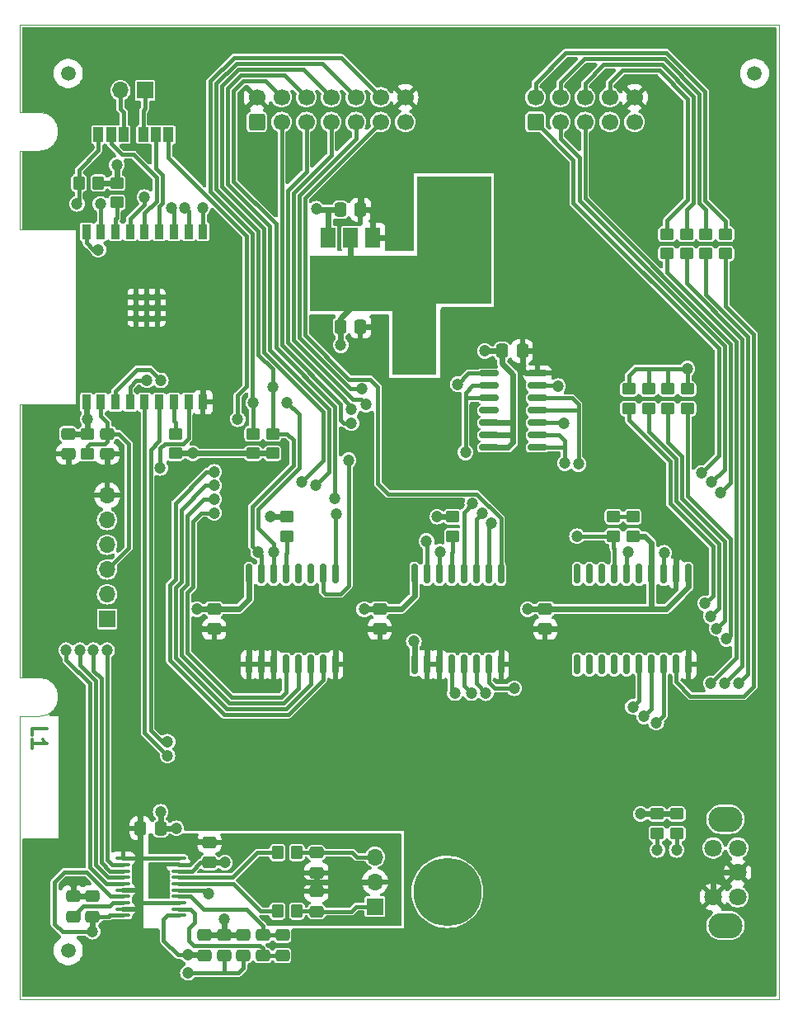
<source format=gbr>
G04 #@! TF.GenerationSoftware,KiCad,Pcbnew,7.0.1-1.fc37*
G04 #@! TF.CreationDate,2023-03-23T23:58:23+01:00*
G04 #@! TF.ProjectId,cw-amp-controll-board,63772d61-6d70-42d6-936f-6e74726f6c6c,rev?*
G04 #@! TF.SameCoordinates,Original*
G04 #@! TF.FileFunction,Profile,NP*
%FSLAX46Y46*%
G04 Gerber Fmt 4.6, Leading zero omitted, Abs format (unit mm)*
G04 Created by KiCad (PCBNEW 7.0.1-1.fc37) date 2023-03-23 23:58:23*
%MOMM*%
%LPD*%
G01*
G04 APERTURE LIST*
G04 Aperture macros list*
%AMRoundRect*
0 Rectangle with rounded corners*
0 $1 Rounding radius*
0 $2 $3 $4 $5 $6 $7 $8 $9 X,Y pos of 4 corners*
0 Add a 4 corners polygon primitive as box body*
4,1,4,$2,$3,$4,$5,$6,$7,$8,$9,$2,$3,0*
0 Add four circle primitives for the rounded corners*
1,1,$1+$1,$2,$3*
1,1,$1+$1,$4,$5*
1,1,$1+$1,$6,$7*
1,1,$1+$1,$8,$9*
0 Add four rect primitives between the rounded corners*
20,1,$1+$1,$2,$3,$4,$5,0*
20,1,$1+$1,$4,$5,$6,$7,0*
20,1,$1+$1,$6,$7,$8,$9,0*
20,1,$1+$1,$8,$9,$2,$3,0*%
G04 Aperture macros list end*
G04 #@! TA.AperFunction,Profile*
%ADD10C,0.100000*%
G04 #@! TD*
%ADD11C,0.300000*%
G04 #@! TA.AperFunction,NonConductor*
%ADD12C,0.300000*%
G04 #@! TD*
G04 #@! TA.AperFunction,ComponentPad*
%ADD13RoundRect,0.250000X0.600000X-0.600000X0.600000X0.600000X-0.600000X0.600000X-0.600000X-0.600000X0*%
G04 #@! TD*
G04 #@! TA.AperFunction,ComponentPad*
%ADD14C,1.700000*%
G04 #@! TD*
G04 #@! TA.AperFunction,SMDPad,CuDef*
%ADD15RoundRect,0.250000X-0.475000X0.337500X-0.475000X-0.337500X0.475000X-0.337500X0.475000X0.337500X0*%
G04 #@! TD*
G04 #@! TA.AperFunction,SMDPad,CuDef*
%ADD16RoundRect,0.250000X0.450000X-0.350000X0.450000X0.350000X-0.450000X0.350000X-0.450000X-0.350000X0*%
G04 #@! TD*
G04 #@! TA.AperFunction,SMDPad,CuDef*
%ADD17RoundRect,0.250000X0.475000X-0.337500X0.475000X0.337500X-0.475000X0.337500X-0.475000X-0.337500X0*%
G04 #@! TD*
G04 #@! TA.AperFunction,SMDPad,CuDef*
%ADD18RoundRect,0.250000X-0.350000X-0.450000X0.350000X-0.450000X0.350000X0.450000X-0.350000X0.450000X0*%
G04 #@! TD*
G04 #@! TA.AperFunction,SMDPad,CuDef*
%ADD19RoundRect,0.250000X0.337500X0.475000X-0.337500X0.475000X-0.337500X-0.475000X0.337500X-0.475000X0*%
G04 #@! TD*
G04 #@! TA.AperFunction,SMDPad,CuDef*
%ADD20RoundRect,0.250000X-0.450000X0.350000X-0.450000X-0.350000X0.450000X-0.350000X0.450000X0.350000X0*%
G04 #@! TD*
G04 #@! TA.AperFunction,SMDPad,CuDef*
%ADD21RoundRect,0.250000X-0.337500X-0.475000X0.337500X-0.475000X0.337500X0.475000X-0.337500X0.475000X0*%
G04 #@! TD*
G04 #@! TA.AperFunction,ComponentPad*
%ADD22R,1.700000X1.700000*%
G04 #@! TD*
G04 #@! TA.AperFunction,ComponentPad*
%ADD23O,1.700000X1.700000*%
G04 #@! TD*
G04 #@! TA.AperFunction,ComponentPad*
%ADD24C,7.000000*%
G04 #@! TD*
G04 #@! TA.AperFunction,WasherPad*
%ADD25O,3.500000X2.600000*%
G04 #@! TD*
G04 #@! TA.AperFunction,ComponentPad*
%ADD26C,1.800000*%
G04 #@! TD*
G04 #@! TA.AperFunction,SMDPad,CuDef*
%ADD27RoundRect,0.150000X0.150000X-0.875000X0.150000X0.875000X-0.150000X0.875000X-0.150000X-0.875000X0*%
G04 #@! TD*
G04 #@! TA.AperFunction,SMDPad,CuDef*
%ADD28R,1.500000X2.000000*%
G04 #@! TD*
G04 #@! TA.AperFunction,SMDPad,CuDef*
%ADD29R,3.800000X2.000000*%
G04 #@! TD*
G04 #@! TA.AperFunction,SMDPad,CuDef*
%ADD30R,1.000000X1.500000*%
G04 #@! TD*
G04 #@! TA.AperFunction,SMDPad,CuDef*
%ADD31C,1.500000*%
G04 #@! TD*
G04 #@! TA.AperFunction,SMDPad,CuDef*
%ADD32RoundRect,0.150000X0.825000X0.150000X-0.825000X0.150000X-0.825000X-0.150000X0.825000X-0.150000X0*%
G04 #@! TD*
G04 #@! TA.AperFunction,SMDPad,CuDef*
%ADD33RoundRect,0.100000X0.637500X0.100000X-0.637500X0.100000X-0.637500X-0.100000X0.637500X-0.100000X0*%
G04 #@! TD*
G04 #@! TA.AperFunction,SMDPad,CuDef*
%ADD34R,0.900000X1.500000*%
G04 #@! TD*
G04 #@! TA.AperFunction,SMDPad,CuDef*
%ADD35R,0.700000X0.700000*%
G04 #@! TD*
G04 #@! TA.AperFunction,ViaPad*
%ADD36C,1.200000*%
G04 #@! TD*
G04 #@! TA.AperFunction,Conductor*
%ADD37C,0.600000*%
G04 #@! TD*
G04 #@! TA.AperFunction,Conductor*
%ADD38C,0.400000*%
G04 #@! TD*
%ADD39C,0.350000*%
%ADD40O,2.500000X1.800000*%
G04 APERTURE END LIST*
D10*
X112000000Y-129000000D02*
X112000000Y-158000000D01*
X190000000Y-58000000D02*
X190000000Y-158000000D01*
X117750000Y-97000000D02*
X112000000Y-97000000D01*
X114000000Y-129000000D02*
X112000000Y-129000000D01*
X112000000Y-97000000D02*
X112000000Y-125000000D01*
X112000000Y-58000000D02*
X190000000Y-58000000D01*
X112000000Y-79000000D02*
X117750000Y-79000000D01*
X117750000Y-79000000D02*
X117750000Y-97000000D01*
X114000000Y-67000000D02*
X112000000Y-67000000D01*
X114000000Y-71000000D02*
X112000000Y-71000000D01*
X112000000Y-67000000D02*
X112000000Y-58000000D01*
X114000000Y-129000000D02*
G75*
G03*
X114000000Y-125000000I0J2000000D01*
G01*
X190000000Y-158000000D02*
X112000000Y-158000000D01*
X112000000Y-125000000D02*
X114000000Y-125000000D01*
X114000000Y-71000000D02*
G75*
G03*
X114000000Y-67000000I0J2000000D01*
G01*
X112000000Y-71000000D02*
X112000000Y-79000000D01*
D11*
D12*
X113306071Y-130950000D02*
X113306071Y-130235714D01*
X113306071Y-130235714D02*
X114806071Y-130235714D01*
X113306071Y-132235715D02*
X113306071Y-131378572D01*
X113306071Y-131807143D02*
X114806071Y-131807143D01*
X114806071Y-131807143D02*
X114591785Y-131664286D01*
X114591785Y-131664286D02*
X114448928Y-131521429D01*
X114448928Y-131521429D02*
X114377500Y-131378572D01*
D13*
X165000000Y-68000000D03*
D14*
X165000000Y-65460000D03*
X167540000Y-68000000D03*
X167540000Y-65460000D03*
X170080000Y-68000000D03*
X170080000Y-65460000D03*
X172620000Y-68000000D03*
X172620000Y-65460000D03*
X175160000Y-68000000D03*
X175160000Y-65460000D03*
D15*
X149000000Y-117962500D03*
X149000000Y-120037500D03*
D13*
X136380000Y-68000000D03*
D14*
X136380000Y-65460000D03*
X138920000Y-68000000D03*
X138920000Y-65460000D03*
X141460000Y-68000000D03*
X141460000Y-65460000D03*
X144000000Y-68000000D03*
X144000000Y-65460000D03*
X146540000Y-68000000D03*
X146540000Y-65460000D03*
X149080000Y-68000000D03*
X149080000Y-65460000D03*
X151620000Y-68000000D03*
X151620000Y-65460000D03*
D16*
X128000000Y-102000000D03*
X128000000Y-100000000D03*
X138000000Y-102000000D03*
X138000000Y-100000000D03*
D17*
X133000000Y-153512500D03*
X133000000Y-151437500D03*
D18*
X138500000Y-142975000D03*
X140500000Y-142975000D03*
D17*
X135000000Y-153512500D03*
X135000000Y-151437500D03*
D19*
X126500000Y-140475000D03*
X124425000Y-140475000D03*
D20*
X178500000Y-79500000D03*
X178500000Y-81500000D03*
X156500000Y-108500000D03*
X156500000Y-110500000D03*
D21*
X144962500Y-77000000D03*
X147037500Y-77000000D03*
D22*
X124900000Y-64750000D03*
D23*
X122360000Y-64750000D03*
D20*
X173000000Y-108500000D03*
X173000000Y-110500000D03*
X119000000Y-100037500D03*
X119000000Y-102037500D03*
D24*
X155930588Y-147000000D03*
D17*
X117500000Y-149512500D03*
X117500000Y-147437500D03*
D20*
X177500000Y-139000000D03*
X177500000Y-141000000D03*
D17*
X142500000Y-149012500D03*
X142500000Y-146937500D03*
D25*
X184500000Y-139550000D03*
X184500000Y-150450000D03*
D26*
X185750000Y-147500000D03*
X185750000Y-142500000D03*
X185750000Y-145000000D03*
X183250000Y-142500000D03*
X183250000Y-147500000D03*
D20*
X139500000Y-108500000D03*
X139500000Y-110500000D03*
D17*
X121000000Y-102075000D03*
X121000000Y-100000000D03*
D27*
X135555000Y-123650000D03*
X136825000Y-123650000D03*
X138095000Y-123650000D03*
X139365000Y-123650000D03*
X140635000Y-123650000D03*
X141905000Y-123650000D03*
X143175000Y-123650000D03*
X144445000Y-123650000D03*
X144445000Y-114350000D03*
X143175000Y-114350000D03*
X141905000Y-114350000D03*
X140635000Y-114350000D03*
X139365000Y-114350000D03*
X138095000Y-114350000D03*
X136825000Y-114350000D03*
X135555000Y-114350000D03*
D20*
X182500000Y-79500000D03*
X182500000Y-81500000D03*
D17*
X119500000Y-149512500D03*
X119500000Y-147437500D03*
D28*
X148300000Y-79850000D03*
X146000000Y-79850000D03*
D29*
X146000000Y-86150000D03*
D28*
X143700000Y-79850000D03*
D16*
X174600000Y-97400000D03*
X174600000Y-95400000D03*
D20*
X180500000Y-79500000D03*
X180500000Y-81500000D03*
D22*
X148500000Y-148500000D03*
D23*
X148500000Y-145960000D03*
X148500000Y-143420000D03*
D30*
X127300000Y-69300000D03*
X126000000Y-69300000D03*
X124700000Y-69300000D03*
D18*
X138500000Y-148975000D03*
X140500000Y-148975000D03*
D31*
X117000000Y-153000000D03*
X187500000Y-63000000D03*
D32*
X165175000Y-101410000D03*
X165175000Y-100140000D03*
X165175000Y-98870000D03*
X165175000Y-97600000D03*
X165175000Y-96330000D03*
X165175000Y-95060000D03*
X165175000Y-93790000D03*
X160225000Y-93790000D03*
X160225000Y-95060000D03*
X160225000Y-96330000D03*
X160225000Y-97600000D03*
X160225000Y-98870000D03*
X160225000Y-100140000D03*
X160225000Y-101410000D03*
D27*
X152555000Y-123650000D03*
X153825000Y-123650000D03*
X155095000Y-123650000D03*
X156365000Y-123650000D03*
X157635000Y-123650000D03*
X158905000Y-123650000D03*
X160175000Y-123650000D03*
X161445000Y-123650000D03*
X161445000Y-114350000D03*
X160175000Y-114350000D03*
X158905000Y-114350000D03*
X157635000Y-114350000D03*
X156365000Y-114350000D03*
X155095000Y-114350000D03*
X153825000Y-114350000D03*
X152555000Y-114350000D03*
D20*
X184500000Y-79500000D03*
X184500000Y-81500000D03*
D15*
X142500000Y-142975000D03*
X142500000Y-145050000D03*
D16*
X180600000Y-97400000D03*
X180600000Y-95400000D03*
X175000000Y-110500000D03*
X175000000Y-108500000D03*
X136000000Y-102000000D03*
X136000000Y-100000000D03*
D33*
X128362500Y-149400000D03*
X128362500Y-148750000D03*
X128362500Y-148100000D03*
X128362500Y-147450000D03*
X128362500Y-146800000D03*
X128362500Y-146150000D03*
X128362500Y-145500000D03*
X128362500Y-144850000D03*
X128362500Y-144200000D03*
X128362500Y-143550000D03*
X122637500Y-143550000D03*
X122637500Y-144200000D03*
X122637500Y-144850000D03*
X122637500Y-145500000D03*
X122637500Y-146150000D03*
X122637500Y-146800000D03*
X122637500Y-147450000D03*
X122637500Y-148100000D03*
X122637500Y-148750000D03*
X122637500Y-149400000D03*
D17*
X139000000Y-153512500D03*
X139000000Y-151437500D03*
D27*
X169285000Y-123650000D03*
X170555000Y-123650000D03*
X171825000Y-123650000D03*
X173095000Y-123650000D03*
X174365000Y-123650000D03*
X175635000Y-123650000D03*
X176905000Y-123650000D03*
X178175000Y-123650000D03*
X179445000Y-123650000D03*
X180715000Y-123650000D03*
X180715000Y-114350000D03*
X179445000Y-114350000D03*
X178175000Y-114350000D03*
X176905000Y-114350000D03*
X175635000Y-114350000D03*
X174365000Y-114350000D03*
X173095000Y-114350000D03*
X171825000Y-114350000D03*
X170555000Y-114350000D03*
X169285000Y-114350000D03*
D30*
X122700000Y-69292500D03*
X121400000Y-69292500D03*
X120100000Y-69292500D03*
D17*
X166000000Y-120037500D03*
X166000000Y-117962500D03*
D21*
X161562500Y-91500000D03*
X163637500Y-91500000D03*
D20*
X122000000Y-74250000D03*
X122000000Y-76250000D03*
D17*
X131000000Y-153512500D03*
X131000000Y-151437500D03*
X137000000Y-153512500D03*
X137000000Y-151437500D03*
D31*
X117000000Y-63000000D03*
D15*
X132000000Y-117962500D03*
X132000000Y-120037500D03*
D22*
X121000000Y-119000000D03*
D23*
X121000000Y-116460000D03*
X121000000Y-113920000D03*
X121000000Y-111380000D03*
X121000000Y-108840000D03*
X121000000Y-106300000D03*
D16*
X178600000Y-97400000D03*
X178600000Y-95400000D03*
D18*
X118100000Y-74250000D03*
X120100000Y-74250000D03*
D20*
X179500000Y-139000000D03*
X179500000Y-141000000D03*
D21*
X144962500Y-89000000D03*
X147037500Y-89000000D03*
D17*
X131500000Y-143975000D03*
X131500000Y-141900000D03*
D15*
X117000000Y-100000000D03*
X117000000Y-102075000D03*
D16*
X176600000Y-97400000D03*
X176600000Y-95400000D03*
D34*
X118850000Y-96750000D03*
X120350000Y-96750000D03*
X121850000Y-96750000D03*
X123350000Y-96750000D03*
X124850000Y-96750000D03*
X126350000Y-96750000D03*
X127850000Y-96750000D03*
X129350000Y-96750000D03*
X130850000Y-96750000D03*
X130850000Y-79250000D03*
X129350000Y-79250000D03*
X127850000Y-79250000D03*
X126350000Y-79250000D03*
X124850000Y-79250000D03*
X123350000Y-79250000D03*
X121850000Y-79250000D03*
X120350000Y-79250000D03*
X118850000Y-79250000D03*
D35*
X123950000Y-88140000D03*
X125050000Y-88140000D03*
X126150000Y-88140000D03*
X123950000Y-87090000D03*
X125050000Y-87090000D03*
X126150000Y-87090000D03*
X123950000Y-85940000D03*
X125050000Y-85940000D03*
X126150000Y-85940000D03*
D36*
X137800000Y-108500000D03*
X154900000Y-108500000D03*
X175800000Y-139000000D03*
X164200000Y-118000000D03*
X147400000Y-118000000D03*
X119000000Y-98500000D03*
X128100000Y-140475000D03*
X133100000Y-144000000D03*
X129300000Y-153475000D03*
X126500000Y-138775000D03*
X129800000Y-102000000D03*
X130200000Y-118000000D03*
X152500000Y-121300000D03*
X122000000Y-72400000D03*
X119500000Y-151075000D03*
X145000000Y-90900000D03*
X164300000Y-120000000D03*
X146900000Y-75200000D03*
X130300000Y-120000000D03*
X149100000Y-89000000D03*
X127600000Y-87100000D03*
X117500000Y-145974500D03*
X121000000Y-103700000D03*
X133000000Y-149800000D03*
X147300000Y-120000000D03*
X130900000Y-94900000D03*
X165400000Y-91500000D03*
X150600000Y-79900000D03*
X124426771Y-138802921D03*
X159800000Y-91500000D03*
X142500000Y-76900000D03*
X141000000Y-146000000D03*
X129900000Y-141875000D03*
X131400000Y-147149500D03*
X129300000Y-155300000D03*
X167900000Y-98900000D03*
X146100000Y-98900000D03*
X144399531Y-106600469D03*
X131999659Y-108106479D03*
X146100000Y-97500497D03*
X156994064Y-94899500D03*
X142400497Y-105300000D03*
X131992998Y-105307499D03*
X147600000Y-97000000D03*
X167300000Y-95100000D03*
X141000000Y-104900000D03*
X132000000Y-103900994D03*
X147200000Y-95400000D03*
X180600000Y-93300000D03*
X125100000Y-94500000D03*
X138000000Y-95200000D03*
X153800000Y-111000000D03*
X136500000Y-112100000D03*
X178200000Y-112200000D03*
X138100000Y-112100000D03*
X174500000Y-112100000D03*
X136000000Y-96800000D03*
X155200000Y-112100000D03*
X139500000Y-96800000D03*
X126506505Y-94507002D03*
X128999503Y-76800000D03*
X127600000Y-76800000D03*
X182012933Y-104035462D03*
X158503904Y-107165261D03*
X159493502Y-108154859D03*
X183063782Y-104959758D03*
X184000000Y-106000000D03*
X160445500Y-109180679D03*
X169250000Y-110500980D03*
X134400000Y-98500000D03*
X177500000Y-142700000D03*
X127200000Y-133000000D03*
X127206754Y-131593246D03*
X179500000Y-142700000D03*
X185817303Y-125615354D03*
X177390910Y-129639885D03*
X176146517Y-128999500D03*
X184399363Y-125619787D03*
X183000000Y-125600000D03*
X175000000Y-128000000D03*
X126449020Y-103500000D03*
X118199554Y-122200000D03*
X130800000Y-76800000D03*
X124850000Y-75700500D03*
X116800051Y-122200000D03*
X119599057Y-122200000D03*
X120300000Y-76400000D03*
X120998560Y-122200000D03*
X120100000Y-81100000D03*
X168000000Y-103000000D03*
X132001215Y-106706977D03*
X144500000Y-108200000D03*
X169400000Y-103100000D03*
X145800000Y-102700000D03*
X157800000Y-101900000D03*
X182401460Y-117400000D03*
X156700000Y-126600000D03*
X183000980Y-118704523D03*
X158400000Y-126600000D03*
X159893246Y-126606754D03*
X183600500Y-119969109D03*
X162800000Y-126100000D03*
X184600000Y-121039730D03*
X117900500Y-76400000D03*
D37*
X164200000Y-118000000D02*
X165962500Y-118000000D01*
X118850000Y-96750000D02*
X118850000Y-98350000D01*
X177500000Y-139000000D02*
X179500000Y-139000000D01*
X120100000Y-74250000D02*
X122000000Y-74250000D01*
D38*
X116600000Y-144975000D02*
X115600000Y-145975000D01*
D37*
X178437500Y-117962500D02*
X176859690Y-117962500D01*
D38*
X122637500Y-147450000D02*
X121350000Y-147450000D01*
D37*
X180050000Y-116350000D02*
X178437500Y-117962500D01*
X152555000Y-123650000D02*
X152555000Y-121355000D01*
X128000000Y-102000000D02*
X129800000Y-102000000D01*
X139500000Y-108500000D02*
X137800000Y-108500000D01*
X149000000Y-117962500D02*
X151237500Y-117962500D01*
X180715000Y-115685000D02*
X180050000Y-116350000D01*
D38*
X116400000Y-151075000D02*
X119500000Y-151075000D01*
X131500000Y-143975000D02*
X130600000Y-143975000D01*
X128362500Y-149400000D02*
X127175000Y-149400000D01*
D37*
X148962500Y-118000000D02*
X149000000Y-117962500D01*
X130200000Y-118000000D02*
X131962500Y-118000000D01*
X119500000Y-149512500D02*
X119500000Y-151075000D01*
D38*
X129725000Y-144850000D02*
X128362500Y-144850000D01*
X127175000Y-149400000D02*
X126800000Y-149775000D01*
X121162500Y-149512500D02*
X121275000Y-149400000D01*
D37*
X175800000Y-139000000D02*
X177500000Y-139000000D01*
D38*
X122637500Y-149400000D02*
X121275000Y-149400000D01*
D37*
X136000000Y-102000000D02*
X138000000Y-102000000D01*
X126500000Y-140475000D02*
X126500000Y-138775000D01*
D38*
X130600000Y-143975000D02*
X129725000Y-144850000D01*
D37*
X144962500Y-88137500D02*
X144962500Y-89000000D01*
X176905000Y-111205000D02*
X176905000Y-114350000D01*
X176200000Y-110500000D02*
X176905000Y-111205000D01*
X152555000Y-116645000D02*
X152555000Y-114350000D01*
X131500000Y-143975000D02*
X133075000Y-143975000D01*
D38*
X115600000Y-150275000D02*
X116400000Y-151075000D01*
D37*
X146000000Y-87100000D02*
X144962500Y-88137500D01*
D38*
X126800000Y-151975000D02*
X128300000Y-153475000D01*
D37*
X117000000Y-100000000D02*
X118962500Y-100000000D01*
D38*
X118875000Y-144975000D02*
X116600000Y-144975000D01*
X115600000Y-145975000D02*
X115600000Y-150275000D01*
D37*
X144962500Y-90862500D02*
X145000000Y-90900000D01*
X136000000Y-102000000D02*
X129800000Y-102000000D01*
D38*
X128300000Y-153475000D02*
X129300000Y-153475000D01*
D37*
X166000000Y-117962500D02*
X176859690Y-117962500D01*
X118850000Y-98350000D02*
X119000000Y-98500000D01*
X119000000Y-98500000D02*
X119000000Y-100037500D01*
X126500000Y-140475000D02*
X128100000Y-140475000D01*
X118962500Y-100000000D02*
X119000000Y-100037500D01*
X156500000Y-108500000D02*
X154900000Y-108500000D01*
D38*
X119500000Y-149512500D02*
X121162500Y-149512500D01*
D37*
X175000000Y-110500000D02*
X176200000Y-110500000D01*
X152555000Y-121355000D02*
X152500000Y-121300000D01*
D38*
X121350000Y-147450000D02*
X118875000Y-144975000D01*
D37*
X132000000Y-117962500D02*
X134537500Y-117962500D01*
X146000000Y-86150000D02*
X146000000Y-79850000D01*
X165962500Y-118000000D02*
X166000000Y-117962500D01*
X151237500Y-117962500D02*
X152555000Y-116645000D01*
X131962500Y-118000000D02*
X132000000Y-117962500D01*
X129300000Y-153475000D02*
X130962500Y-153475000D01*
X176905000Y-114350000D02*
X176905000Y-117917190D01*
X176905000Y-117917190D02*
X176859690Y-117962500D01*
X133075000Y-143975000D02*
X133100000Y-144000000D01*
X144962500Y-89000000D02*
X144962500Y-90862500D01*
X135555000Y-116945000D02*
X135555000Y-114350000D01*
X134537500Y-117962500D02*
X135555000Y-116945000D01*
X147400000Y-118000000D02*
X148962500Y-118000000D01*
D38*
X126800000Y-149775000D02*
X126800000Y-151975000D01*
D37*
X146000000Y-86150000D02*
X146000000Y-87100000D01*
X130962500Y-153475000D02*
X131000000Y-153512500D01*
X122000000Y-72400000D02*
X122000000Y-74250000D01*
X180715000Y-114350000D02*
X180715000Y-115685000D01*
X126150000Y-85940000D02*
X126150000Y-87090000D01*
X126150000Y-87090000D02*
X127590000Y-87090000D01*
X155095000Y-123650000D02*
X155095000Y-120060617D01*
X149000000Y-120037500D02*
X147337500Y-120037500D01*
X178737500Y-120037500D02*
X178737500Y-119212500D01*
X166000000Y-120037500D02*
X178737500Y-120037500D01*
X147100000Y-75400000D02*
X147100000Y-76937500D01*
X135555000Y-123650000D02*
X135555000Y-120045000D01*
X117000000Y-103200000D02*
X117000000Y-102075000D01*
X182150000Y-115800000D02*
X182150000Y-112800000D01*
X163637500Y-93437500D02*
X163990000Y-93790000D01*
X124400000Y-141787500D02*
X124400000Y-143475000D01*
X163990000Y-93790000D02*
X165175000Y-93790000D01*
X178737500Y-119212500D02*
X182150000Y-115800000D01*
X180715000Y-122015000D02*
X180715000Y-123650000D01*
X146900000Y-75200000D02*
X147100000Y-75400000D01*
D38*
X122637500Y-146800000D02*
X124375000Y-146800000D01*
D37*
X130300000Y-120000000D02*
X131962500Y-120000000D01*
X125050000Y-88140000D02*
X126150000Y-88140000D01*
D38*
X124325000Y-143550000D02*
X124400000Y-143475000D01*
D37*
X121000000Y-103700000D02*
X121000000Y-102075000D01*
X124400000Y-143475000D02*
X124400000Y-146775000D01*
X117500000Y-147437500D02*
X117500000Y-145974500D01*
X179445000Y-112855000D02*
X179445000Y-114350000D01*
X124425000Y-141762500D02*
X124400000Y-141787500D01*
X155118117Y-120037500D02*
X159837500Y-120037500D01*
X161445000Y-121645000D02*
X161445000Y-123650000D01*
X135555000Y-120045000D02*
X135562500Y-120037500D01*
X136830581Y-120037500D02*
X138080229Y-120037500D01*
X181650000Y-112300000D02*
X180000000Y-112300000D01*
D38*
X122637500Y-148750000D02*
X124025000Y-148750000D01*
D37*
X130850000Y-94950000D02*
X130900000Y-94900000D01*
X164337500Y-120037500D02*
X164300000Y-120000000D01*
X124400000Y-148100000D02*
X124400000Y-148375000D01*
X125050000Y-87090000D02*
X126150000Y-87090000D01*
D38*
X128362500Y-143550000D02*
X124475000Y-143550000D01*
D37*
X148300000Y-79850000D02*
X150550000Y-79850000D01*
X136825000Y-123650000D02*
X136825000Y-120043081D01*
X135000000Y-151437500D02*
X133000000Y-151437500D01*
X121000000Y-103700000D02*
X117500000Y-103700000D01*
X183250000Y-145500000D02*
X183250000Y-147500000D01*
X149100000Y-89000000D02*
X147037500Y-89000000D01*
X159837500Y-120037500D02*
X161445000Y-121645000D01*
X147337500Y-120037500D02*
X147300000Y-120000000D01*
D38*
X124025000Y-148750000D02*
X124400000Y-148375000D01*
D37*
X133000000Y-151437500D02*
X133000000Y-149800000D01*
X127590000Y-87090000D02*
X127600000Y-87100000D01*
X124426771Y-140473229D02*
X124425000Y-140475000D01*
X124425000Y-140475000D02*
X124425000Y-141762500D01*
X183750000Y-145000000D02*
X183250000Y-145500000D01*
X131962500Y-120000000D02*
X132000000Y-120037500D01*
X133000000Y-151437500D02*
X131000000Y-151437500D01*
D38*
X124375000Y-146800000D02*
X124400000Y-146775000D01*
D37*
X142437500Y-120037500D02*
X144445000Y-122045000D01*
X153859081Y-120037500D02*
X155118117Y-120037500D01*
X153825000Y-120071581D02*
X153859081Y-120037500D01*
X153825000Y-123650000D02*
X153825000Y-120071581D01*
X155095000Y-120060617D02*
X155118117Y-120037500D01*
X130850000Y-96750000D02*
X130850000Y-94950000D01*
X124426771Y-138802921D02*
X124426771Y-140473229D01*
X185750000Y-145000000D02*
X183750000Y-145000000D01*
D38*
X128362500Y-148100000D02*
X124400000Y-148100000D01*
D37*
X123950000Y-88140000D02*
X125050000Y-88140000D01*
X182150000Y-112800000D02*
X181650000Y-112300000D01*
X148000000Y-77000000D02*
X147037500Y-77000000D01*
X144445000Y-122045000D02*
X144445000Y-123650000D01*
X124400000Y-146775000D02*
X124400000Y-148100000D01*
X117500000Y-103700000D02*
X117000000Y-103200000D01*
D38*
X124475000Y-143550000D02*
X124400000Y-143475000D01*
D37*
X180000000Y-112300000D02*
X179445000Y-112855000D01*
X123950000Y-85940000D02*
X125050000Y-85940000D01*
X150550000Y-79850000D02*
X150600000Y-79900000D01*
X136825000Y-120043081D02*
X136830581Y-120037500D01*
D38*
X122637500Y-143550000D02*
X124325000Y-143550000D01*
D37*
X138095000Y-123650000D02*
X138095000Y-120052271D01*
X163637500Y-91500000D02*
X165400000Y-91500000D01*
X148300000Y-77300000D02*
X148000000Y-77000000D01*
X126150000Y-88140000D02*
X126150000Y-87090000D01*
X138095000Y-120052271D02*
X138080229Y-120037500D01*
X132000000Y-120037500D02*
X135562500Y-120037500D01*
X148300000Y-79850000D02*
X148300000Y-77300000D01*
X178737500Y-120037500D02*
X180715000Y-122015000D01*
X123950000Y-87090000D02*
X125050000Y-87090000D01*
X149000000Y-120037500D02*
X153859081Y-120037500D01*
X166000000Y-120037500D02*
X164337500Y-120037500D01*
X135562500Y-120037500D02*
X136830581Y-120037500D01*
X125050000Y-85940000D02*
X126150000Y-85940000D01*
X147100000Y-76937500D02*
X147037500Y-77000000D01*
X117500000Y-147437500D02*
X119500000Y-147437500D01*
X163637500Y-91500000D02*
X163637500Y-93437500D01*
X138080229Y-120037500D02*
X142437500Y-120037500D01*
X162660000Y-100140000D02*
X162700000Y-100100000D01*
X162700000Y-100900000D02*
X162700000Y-100100000D01*
X162700000Y-100100000D02*
X162700000Y-98900000D01*
X142500000Y-76900000D02*
X142600000Y-77000000D01*
X160225000Y-100140000D02*
X162660000Y-100140000D01*
X143727650Y-77000000D02*
X144962500Y-77000000D01*
X162190000Y-101410000D02*
X162700000Y-100900000D01*
X162700000Y-98900000D02*
X162700000Y-93900000D01*
X143700000Y-77027650D02*
X143727650Y-77000000D01*
X161562500Y-92762500D02*
X161562500Y-91500000D01*
X142600000Y-77000000D02*
X143727650Y-77000000D01*
X161562500Y-91500000D02*
X159800000Y-91500000D01*
X143700000Y-79850000D02*
X143700000Y-77027650D01*
X160225000Y-98870000D02*
X162670000Y-98870000D01*
X162670000Y-98870000D02*
X162700000Y-98900000D01*
X162700000Y-93900000D02*
X161562500Y-92762500D01*
X160225000Y-101410000D02*
X162190000Y-101410000D01*
D38*
X123200000Y-101000000D02*
X122200000Y-100000000D01*
X119000000Y-101300000D02*
X119262980Y-101037020D01*
X121000000Y-98800000D02*
X121000000Y-100000000D01*
X119262980Y-101037020D02*
X120762980Y-101037020D01*
X119000000Y-102037500D02*
X119000000Y-101300000D01*
X120350000Y-96750000D02*
X120350000Y-98150000D01*
X121000000Y-113920000D02*
X123200000Y-111720000D01*
X122200000Y-100000000D02*
X121000000Y-100000000D01*
X123200000Y-111720000D02*
X123200000Y-101000000D01*
X120350000Y-98150000D02*
X121000000Y-98800000D01*
X121000000Y-100800000D02*
X121000000Y-100000000D01*
X120762980Y-101037020D02*
X121000000Y-100800000D01*
D37*
X131475000Y-141875000D02*
X131500000Y-141900000D01*
D38*
X129900000Y-143775000D02*
X129900000Y-141875000D01*
X129475000Y-144200000D02*
X129900000Y-143775000D01*
D37*
X129900000Y-141875000D02*
X131475000Y-141875000D01*
X142500000Y-145928930D02*
X142468930Y-145960000D01*
X141040000Y-145960000D02*
X142468930Y-145960000D01*
X142468930Y-145960000D02*
X148500000Y-145960000D01*
D38*
X128362500Y-144200000D02*
X129475000Y-144200000D01*
D37*
X142500000Y-145050000D02*
X142500000Y-145928930D01*
X142500000Y-146937500D02*
X142500000Y-145928930D01*
X141000000Y-146000000D02*
X141040000Y-145960000D01*
D38*
X131050500Y-146800000D02*
X128362500Y-146800000D01*
X134500000Y-155300000D02*
X132994119Y-155300000D01*
X135000000Y-153512500D02*
X135000000Y-154800000D01*
X133000000Y-155294119D02*
X132994119Y-155300000D01*
X131400000Y-147149500D02*
X131050500Y-146800000D01*
X135000000Y-154800000D02*
X134500000Y-155300000D01*
X132994119Y-155300000D02*
X129300000Y-155300000D01*
X133000000Y-153512500D02*
X133000000Y-155294119D01*
X137000000Y-152800000D02*
X136700000Y-152500000D01*
X130000000Y-150100000D02*
X130000000Y-149200000D01*
X129550000Y-148750000D02*
X128362500Y-148750000D01*
X137000000Y-153512500D02*
X137000000Y-152800000D01*
X137000000Y-153512500D02*
X139000000Y-153512500D01*
X130000000Y-149200000D02*
X129550000Y-148750000D01*
X129400000Y-150700000D02*
X130000000Y-150100000D01*
X136700000Y-152500000D02*
X129900000Y-152500000D01*
X129400000Y-152000000D02*
X129400000Y-150700000D01*
X129900000Y-152500000D02*
X129400000Y-152000000D01*
X130900000Y-148800000D02*
X129550000Y-147450000D01*
X137000000Y-151437500D02*
X139000000Y-151437500D01*
X137000000Y-151437500D02*
X137000000Y-150500000D01*
X135300000Y-148800000D02*
X130900000Y-148800000D01*
X129550000Y-147450000D02*
X128362500Y-147450000D01*
X137000000Y-150500000D02*
X135300000Y-148800000D01*
X121250480Y-148424520D02*
X118587980Y-148424520D01*
X118587980Y-148424520D02*
X117500000Y-149512500D01*
X122637500Y-148100000D02*
X121575000Y-148100000D01*
X121575000Y-148100000D02*
X121250480Y-148424520D01*
X140500000Y-148975000D02*
X142462500Y-148975000D01*
X142500000Y-149012500D02*
X146087500Y-149012500D01*
X142462500Y-148975000D02*
X142500000Y-149012500D01*
X146600000Y-148500000D02*
X148500000Y-148500000D01*
X146087500Y-149012500D02*
X146600000Y-148500000D01*
X146175000Y-142975000D02*
X146620000Y-143420000D01*
X146620000Y-143420000D02*
X148500000Y-143420000D01*
X142500000Y-142975000D02*
X146175000Y-142975000D01*
X140500000Y-142975000D02*
X142500000Y-142975000D01*
X144999531Y-98599531D02*
X144999531Y-96951003D01*
X144999531Y-96951003D02*
X138920000Y-90871472D01*
X138920000Y-90871472D02*
X138920000Y-68000000D01*
X167870000Y-98870000D02*
X167900000Y-98900000D01*
X146100000Y-98900000D02*
X145300000Y-98900000D01*
X145300000Y-98900000D02*
X144999531Y-98599531D01*
X165175000Y-98870000D02*
X167870000Y-98870000D01*
X144399531Y-97199531D02*
X138320480Y-91120480D01*
X133998080Y-64801920D02*
X135000000Y-63800000D01*
X133748330Y-127000480D02*
X138851670Y-127000480D01*
X131999659Y-108106479D02*
X130693521Y-108106479D01*
X139365000Y-126487150D02*
X139365000Y-123650000D01*
X135000000Y-63800000D02*
X137260000Y-63800000D01*
X137260000Y-63800000D02*
X138920000Y-65460000D01*
X133998080Y-74102380D02*
X133998080Y-64801920D01*
X129800000Y-109000000D02*
X129800000Y-115700000D01*
X138320480Y-78424780D02*
X133998080Y-74102380D01*
X129800000Y-115700000D02*
X129200489Y-116299511D01*
X129200489Y-116299511D02*
X129200489Y-122452639D01*
X130693521Y-108106479D02*
X129800000Y-109000000D01*
X138320480Y-91120480D02*
X138320480Y-78424780D01*
X144399531Y-106600469D02*
X144399531Y-97199531D01*
X138851670Y-127000480D02*
X139365000Y-126487150D01*
X129200489Y-122452639D02*
X133748330Y-127000480D01*
X139519520Y-90622464D02*
X139519520Y-75016930D01*
X158103564Y-93790000D02*
X156994064Y-94899500D01*
X160225000Y-93790000D02*
X158103564Y-93790000D01*
X144697536Y-95800480D02*
X146100000Y-97202944D01*
X146100000Y-97202944D02*
X146100000Y-97500497D01*
X144697536Y-95800480D02*
X139519520Y-90622464D01*
X139519520Y-75016930D02*
X141460000Y-73076450D01*
X141460000Y-73076450D02*
X141460000Y-68000000D01*
X131092501Y-105307499D02*
X128600960Y-107799040D01*
X133398560Y-74350710D02*
X137720960Y-78673110D01*
X131992998Y-105307499D02*
X131092501Y-105307499D01*
X137720960Y-78673110D02*
X137720960Y-91373111D01*
X139200480Y-63200480D02*
X134751670Y-63200480D01*
X143799531Y-97451682D02*
X143799531Y-103900966D01*
X128600960Y-107799040D02*
X128600960Y-115151191D01*
X141905000Y-125642850D02*
X141905000Y-123650000D01*
X141460000Y-65460000D02*
X139200480Y-63200480D01*
X143799531Y-103900966D02*
X142400497Y-105300000D01*
X128600960Y-115151191D02*
X128001449Y-115750702D01*
X133398560Y-64553591D02*
X133398560Y-74350710D01*
X128001449Y-122949298D02*
X133251670Y-128199520D01*
X137720960Y-91373111D02*
X143799531Y-97451682D01*
X134751670Y-63200480D02*
X133398560Y-64553591D01*
X139348329Y-128199520D02*
X141905000Y-125642850D01*
X133251670Y-128199520D02*
X139348329Y-128199520D01*
X128001449Y-115750702D02*
X128001449Y-122949298D01*
X140119040Y-89619040D02*
X140119040Y-75265260D01*
X147600000Y-97000000D02*
X147100497Y-96500497D01*
X140119040Y-75265260D02*
X144000000Y-71384300D01*
X165175000Y-95060000D02*
X167260000Y-95060000D01*
X146246081Y-96500497D02*
X140119040Y-90373456D01*
X167260000Y-95060000D02*
X167300000Y-95100000D01*
X140119040Y-90373456D02*
X140119040Y-89619040D01*
X147100497Y-96500497D02*
X146246081Y-96500497D01*
X144000000Y-71384300D02*
X144000000Y-68000000D01*
X132799040Y-74599039D02*
X132799040Y-64305260D01*
X133003341Y-128799040D02*
X139596658Y-128799040D01*
X143199531Y-102700469D02*
X143199531Y-97699531D01*
X127401929Y-115502372D02*
X127401929Y-123197627D01*
X137121440Y-91621440D02*
X137121440Y-78921440D01*
X131199006Y-103900994D02*
X128001440Y-107098560D01*
X139596658Y-128799040D02*
X143175000Y-125220700D01*
X127401929Y-123197627D02*
X133003341Y-128799040D01*
X128001440Y-107098560D02*
X128001440Y-114902861D01*
X132000000Y-103900994D02*
X131199006Y-103900994D01*
X143175000Y-125220700D02*
X143175000Y-123650000D01*
X137121440Y-78921440D02*
X132799040Y-74599039D01*
X143199531Y-97699531D02*
X137121440Y-91621440D01*
X141140960Y-62600960D02*
X144000000Y-65460000D01*
X134503341Y-62600960D02*
X141140960Y-62600960D01*
X128001440Y-114902861D02*
X127401929Y-115502372D01*
X132799040Y-64305260D02*
X134503341Y-62600960D01*
X141000000Y-104900000D02*
X143199531Y-102700469D01*
X145994112Y-95400000D02*
X147200000Y-95400000D01*
X146540000Y-69692150D02*
X140718560Y-75513590D01*
X180600000Y-93300000D02*
X178600000Y-93300000D01*
X140718560Y-75513590D02*
X140718560Y-90124448D01*
X178600000Y-95400000D02*
X178600000Y-93300000D01*
X146540000Y-68000000D02*
X146540000Y-69692150D01*
X175300000Y-93300000D02*
X174600000Y-94000000D01*
X178600000Y-93300000D02*
X176600000Y-93300000D01*
X174600000Y-94000000D02*
X174600000Y-95400000D01*
X140718560Y-90124448D02*
X145994112Y-95400000D01*
X176600000Y-95400000D02*
X176600000Y-93300000D01*
X180600000Y-95400000D02*
X180600000Y-93300000D01*
X176600000Y-93300000D02*
X175300000Y-93300000D01*
X124000000Y-94500000D02*
X125100000Y-94500000D01*
X136521920Y-91869769D02*
X136521920Y-79169770D01*
X178175000Y-114350000D02*
X178175000Y-112225000D01*
X132199520Y-64056930D02*
X134255012Y-62001440D01*
X132199520Y-74847368D02*
X132199520Y-64056930D01*
X140100480Y-100600480D02*
X139500000Y-100000000D01*
X135900480Y-111500480D02*
X135900480Y-107451671D01*
X136825000Y-112425000D02*
X136825000Y-114350000D01*
X178175000Y-112225000D02*
X178200000Y-112200000D01*
X143081440Y-62001440D02*
X146540000Y-65460000D01*
X136500000Y-112100000D02*
X135900480Y-111500480D01*
X134255012Y-62001440D02*
X143081440Y-62001440D01*
X136521920Y-79169770D02*
X132199520Y-74847368D01*
X135900480Y-107451671D02*
X140100480Y-103251670D01*
X123350000Y-96750000D02*
X123350000Y-95150000D01*
X139500000Y-100000000D02*
X138000000Y-100000000D01*
X153825000Y-111025000D02*
X153800000Y-111000000D01*
X123350000Y-95150000D02*
X124000000Y-94500000D01*
X153825000Y-114350000D02*
X153825000Y-111025000D01*
X138000000Y-93347850D02*
X136521920Y-91869769D01*
X138000000Y-95200000D02*
X138000000Y-93347850D01*
X140100480Y-103251670D02*
X140100480Y-100600480D01*
X138000000Y-95200000D02*
X138000000Y-100000000D01*
X136500000Y-112100000D02*
X136825000Y-112425000D01*
X141318080Y-75761920D02*
X141318080Y-89875440D01*
X145843129Y-94400489D02*
X148000489Y-94400489D01*
X148000489Y-94400489D02*
X148800000Y-95200000D01*
X148800000Y-95200000D02*
X148800000Y-105100000D01*
X141318080Y-89875440D02*
X145843129Y-94400489D01*
X149080000Y-68000000D02*
X141318080Y-75761920D01*
X158917900Y-106165750D02*
X161445000Y-108692850D01*
X161445000Y-108692850D02*
X161445000Y-114350000D01*
X148800000Y-105100000D02*
X149865750Y-106165750D01*
X149865750Y-106165750D02*
X158917900Y-106165750D01*
X138095000Y-112105000D02*
X138095000Y-114350000D01*
X174365000Y-112235000D02*
X174500000Y-112100000D01*
X125413523Y-93400000D02*
X126506505Y-94492982D01*
X145021920Y-61401920D02*
X134006683Y-61401920D01*
X155095000Y-114350000D02*
X155095000Y-112205000D01*
X136500000Y-109700000D02*
X138100000Y-111300000D01*
X134006683Y-61401920D02*
X131600000Y-63808601D01*
X155095000Y-112205000D02*
X155200000Y-112100000D01*
X136500000Y-107700000D02*
X136500000Y-109700000D01*
X124050000Y-93400000D02*
X125413523Y-93400000D01*
X138100000Y-111300000D02*
X138100000Y-112100000D01*
X131600000Y-75095698D02*
X135922400Y-79418100D01*
X121850000Y-96750000D02*
X121850000Y-95600000D01*
X135922400Y-79418100D02*
X135922400Y-96722400D01*
X174365000Y-114350000D02*
X174365000Y-112235000D01*
X135922400Y-96722400D02*
X136000000Y-96800000D01*
X149080000Y-65460000D02*
X145021920Y-61401920D01*
X140700000Y-98000000D02*
X140700000Y-103500000D01*
X131600000Y-63808601D02*
X131600000Y-75095698D01*
X138100000Y-112100000D02*
X138095000Y-112105000D01*
X140700000Y-103500000D02*
X136500000Y-107700000D01*
X136000000Y-96800000D02*
X136000000Y-100000000D01*
X139500000Y-96800000D02*
X140700000Y-98000000D01*
X126506505Y-94492982D02*
X126506505Y-94507002D01*
X121850000Y-95600000D02*
X124050000Y-93400000D01*
X128999503Y-76800000D02*
X129350000Y-77150497D01*
X129350000Y-77150497D02*
X129350000Y-79250000D01*
X127850000Y-77050000D02*
X127600000Y-76800000D01*
X127850000Y-79250000D02*
X127850000Y-77050000D01*
X182012933Y-104035462D02*
X183802400Y-102245995D01*
X183802400Y-102245995D02*
X183802400Y-91245950D01*
X168880960Y-71880960D02*
X165000000Y-68000000D01*
X157635000Y-114350000D02*
X157635000Y-108034165D01*
X157635000Y-108034165D02*
X158503904Y-107165261D01*
X183802400Y-91245950D02*
X168880960Y-76324509D01*
X168880960Y-76324509D02*
X168880960Y-71880960D01*
X168098560Y-60901440D02*
X178444990Y-60901440D01*
X182399040Y-64855492D02*
X182399040Y-76051190D01*
X178444990Y-60901440D02*
X182399040Y-64855492D01*
X165000000Y-64000000D02*
X168098560Y-60901440D01*
X165000000Y-65460000D02*
X165000000Y-64000000D01*
X184500000Y-78152150D02*
X184500000Y-79500000D01*
X182399040Y-76051190D02*
X184500000Y-78152150D01*
X158905000Y-114350000D02*
X158905000Y-108743361D01*
X169480480Y-71632631D02*
X169480480Y-76076180D01*
X184401920Y-103621620D02*
X183063782Y-104959758D01*
X169480480Y-76076180D02*
X184401920Y-90997620D01*
X158905000Y-108743361D02*
X159493502Y-108154859D01*
X167540000Y-69692150D02*
X169480480Y-71632631D01*
X167540000Y-68000000D02*
X167540000Y-69692150D01*
X184401920Y-90997620D02*
X184401920Y-103621620D01*
X167540000Y-65460000D02*
X167540000Y-63960000D01*
X167540000Y-63960000D02*
X169999040Y-61500960D01*
X181799520Y-76299520D02*
X182500000Y-77000000D01*
X181799520Y-65103821D02*
X181799520Y-76299520D01*
X182500000Y-77000000D02*
X182500000Y-79500000D01*
X169999040Y-61500960D02*
X178196660Y-61500960D01*
X178196660Y-61500960D02*
X181799520Y-65103821D01*
X170080000Y-75827850D02*
X170080000Y-68000000D01*
X160175000Y-109451179D02*
X160445500Y-109180679D01*
X160175000Y-114350000D02*
X160175000Y-109451179D01*
X184000000Y-106000000D02*
X185001440Y-104998560D01*
X185001440Y-90749290D02*
X170080000Y-75827850D01*
X185001440Y-104998560D02*
X185001440Y-90749290D01*
X170080000Y-64020000D02*
X171999520Y-62100480D01*
X181200000Y-65352150D02*
X181200000Y-76300000D01*
X177948330Y-62100480D02*
X181200000Y-65352150D01*
X180500000Y-77000000D02*
X180500000Y-79500000D01*
X170080000Y-65460000D02*
X170080000Y-64020000D01*
X171999520Y-62100480D02*
X177948330Y-62100480D01*
X181200000Y-76300000D02*
X180500000Y-77000000D01*
X180600480Y-65600480D02*
X180600480Y-75999520D01*
X172620000Y-63980000D02*
X173900000Y-62700000D01*
X180600480Y-75999520D02*
X178500000Y-78100000D01*
X177700000Y-62700000D02*
X180600480Y-65600480D01*
X172620000Y-65460000D02*
X172620000Y-63980000D01*
X173900000Y-62700000D02*
X177700000Y-62700000D01*
X178500000Y-78100000D02*
X178500000Y-79500000D01*
X124700000Y-66800000D02*
X124900000Y-66600000D01*
X124700000Y-69300000D02*
X124700000Y-66800000D01*
X124900000Y-66600000D02*
X124900000Y-64750000D01*
X122700000Y-67000000D02*
X122700000Y-69292500D01*
X122360000Y-64750000D02*
X122360000Y-66660000D01*
X122360000Y-66660000D02*
X122700000Y-67000000D01*
X126350000Y-76647849D02*
X126350000Y-79250000D01*
X126000000Y-72750000D02*
X126650000Y-73400000D01*
X126650000Y-76350000D02*
X126647849Y-76350000D01*
X126650000Y-73400000D02*
X126650000Y-76350000D01*
X126000000Y-69300000D02*
X126000000Y-72750000D01*
X126647849Y-76350000D02*
X126350000Y-76647849D01*
X127850000Y-96750000D02*
X127850000Y-98650000D01*
X127850000Y-98650000D02*
X128000000Y-98800000D01*
X128000000Y-100000000D02*
X128000000Y-98800000D01*
X156500000Y-110500000D02*
X156500000Y-112100000D01*
X156365000Y-112235000D02*
X156500000Y-112100000D01*
X156365000Y-114350000D02*
X156365000Y-112235000D01*
X122000000Y-77800000D02*
X121850000Y-77950000D01*
X121850000Y-79250000D02*
X121850000Y-77950000D01*
X122000000Y-76250000D02*
X122000000Y-77800000D01*
X173000000Y-108500000D02*
X175000000Y-108500000D01*
X127300000Y-71643548D02*
X127300000Y-69300000D01*
X169250980Y-110500000D02*
X169250000Y-110500980D01*
X173000000Y-110500000D02*
X169250980Y-110500000D01*
X173000000Y-110500000D02*
X173000000Y-111700000D01*
X134400000Y-96022880D02*
X135322880Y-95100000D01*
X134400000Y-98500000D02*
X134400000Y-96022880D01*
X135322880Y-79666430D02*
X127300000Y-71643548D01*
X173095000Y-111795000D02*
X173000000Y-111700000D01*
X135322880Y-95100000D02*
X135322880Y-79666430D01*
X173095000Y-114350000D02*
X173095000Y-111795000D01*
X139365000Y-114350000D02*
X139365000Y-112335000D01*
X139500000Y-112200000D02*
X139365000Y-112335000D01*
X139500000Y-110500000D02*
X139500000Y-112200000D01*
X177500000Y-141000000D02*
X177500000Y-142700000D01*
X124850000Y-130650000D02*
X127200000Y-133000000D01*
X124850000Y-96750000D02*
X124850000Y-130650000D01*
X179500000Y-141000000D02*
X179500000Y-142700000D01*
X126641096Y-131593246D02*
X127206754Y-131593246D01*
X125449520Y-130401670D02*
X126641096Y-131593246D01*
X126350000Y-100702150D02*
X125449520Y-101602630D01*
X126350000Y-96750000D02*
X126350000Y-100702150D01*
X125449520Y-101602630D02*
X125449520Y-130401670D01*
X187400000Y-125900000D02*
X187400000Y-89756450D01*
X187400000Y-89756450D02*
X184500000Y-86856450D01*
X186400000Y-126900000D02*
X187400000Y-125900000D01*
X179445000Y-125445000D02*
X180900000Y-126900000D01*
X179445000Y-123650000D02*
X179445000Y-125445000D01*
X184500000Y-86856450D02*
X184500000Y-81500000D01*
X180900000Y-126900000D02*
X186400000Y-126900000D01*
X186800000Y-124632657D02*
X185817303Y-125615354D01*
X178175000Y-128855795D02*
X178175000Y-123650000D01*
X182500000Y-85704300D02*
X186800000Y-90004301D01*
X177390910Y-129639885D02*
X178175000Y-128855795D01*
X186800000Y-90004301D02*
X186800000Y-124632657D01*
X182500000Y-81500000D02*
X182500000Y-85704300D01*
X180500000Y-84552150D02*
X180500000Y-81500000D01*
X176146517Y-128999500D02*
X176905000Y-128241017D01*
X186200480Y-123818670D02*
X186200480Y-90252630D01*
X184399363Y-125619787D02*
X186200480Y-123818670D01*
X176905000Y-128241017D02*
X176905000Y-123650000D01*
X186200480Y-90252630D02*
X180500000Y-84552150D01*
X178500000Y-83400000D02*
X178500000Y-81500000D01*
X185600960Y-90500960D02*
X178500000Y-83400000D01*
X175635000Y-127365000D02*
X175000000Y-128000000D01*
X185600960Y-122999040D02*
X185600960Y-90500960D01*
X183000000Y-125600000D02*
X185600960Y-122999040D01*
X175635000Y-123650000D02*
X175635000Y-127365000D01*
X133950000Y-146150000D02*
X128362500Y-146150000D01*
X138500000Y-148975000D02*
X136775000Y-148975000D01*
X136775000Y-148975000D02*
X133950000Y-146150000D01*
X138500000Y-142975000D02*
X136425000Y-142975000D01*
X133900000Y-145500000D02*
X128362500Y-145500000D01*
X136425000Y-142975000D02*
X133900000Y-145500000D01*
X129350000Y-100450000D02*
X129350000Y-96750000D01*
X126449020Y-103500000D02*
X126449020Y-101450980D01*
X126449020Y-101450980D02*
X126900000Y-101000000D01*
X128800000Y-101000000D02*
X129350000Y-100450000D01*
X126900000Y-101000000D02*
X128800000Y-101000000D01*
X130850000Y-79250000D02*
X130850000Y-76850000D01*
X118199554Y-123751704D02*
X118199554Y-122200000D01*
X122637500Y-145500000D02*
X121095700Y-145500000D01*
X119799520Y-144203819D02*
X119799520Y-125351670D01*
X121095700Y-145500000D02*
X119799520Y-144203819D01*
X119799520Y-125351670D02*
X118199554Y-123751704D01*
X130850000Y-76850000D02*
X130800000Y-76800000D01*
X123750000Y-71350000D02*
X126050480Y-73650480D01*
X121400000Y-70250000D02*
X122500000Y-71350000D01*
X126050480Y-76099520D02*
X124850000Y-77300000D01*
X122500000Y-71350000D02*
X123750000Y-71350000D01*
X126050480Y-73650480D02*
X126050480Y-76099520D01*
X124850000Y-77300000D02*
X124850000Y-79250000D01*
X121400000Y-69292500D02*
X121400000Y-70250000D01*
X124850000Y-75700500D02*
X124850000Y-76450000D01*
X116800051Y-123200051D02*
X116800051Y-122200000D01*
X119200000Y-125600000D02*
X116800051Y-123200051D01*
X120897850Y-146150000D02*
X119200000Y-144452150D01*
X122637500Y-146150000D02*
X120897850Y-146150000D01*
X123350000Y-77950000D02*
X123350000Y-79250000D01*
X119200000Y-144452150D02*
X119200000Y-125600000D01*
X124850000Y-76450000D02*
X123350000Y-77950000D01*
X120350000Y-76450000D02*
X120300000Y-76400000D01*
X121293550Y-144850000D02*
X120399040Y-143955490D01*
X122637500Y-144850000D02*
X121293550Y-144850000D01*
X120399040Y-143955490D02*
X120399040Y-125103340D01*
X120350000Y-79250000D02*
X120350000Y-76450000D01*
X119599057Y-124303357D02*
X119599057Y-122200000D01*
X120399040Y-125103340D02*
X119599057Y-124303357D01*
X120998560Y-122200000D02*
X120998560Y-143698560D01*
X119600000Y-81100000D02*
X120100000Y-81100000D01*
X121500000Y-144200000D02*
X122637500Y-144200000D01*
X118850000Y-79250000D02*
X118850000Y-80350000D01*
X120998560Y-143698560D02*
X121500000Y-144200000D01*
X118850000Y-80350000D02*
X119600000Y-81100000D01*
X165175000Y-100140000D02*
X167440000Y-100140000D01*
X140635000Y-126065000D02*
X140635000Y-123650000D01*
X139100000Y-127600000D02*
X140635000Y-126065000D01*
X168000000Y-100700000D02*
X168000000Y-101400000D01*
X129200480Y-108399520D02*
X129200480Y-115399520D01*
X130893023Y-106706977D02*
X129200480Y-108399520D01*
X128600969Y-115999031D02*
X128600969Y-122700969D01*
X133500000Y-127600000D02*
X139100000Y-127600000D01*
X167990000Y-101410000D02*
X168000000Y-101400000D01*
X132001215Y-106706977D02*
X130893023Y-106706977D01*
X128600969Y-122700969D02*
X133500000Y-127600000D01*
X168000000Y-101400000D02*
X168000000Y-103000000D01*
X167440000Y-100140000D02*
X168000000Y-100700000D01*
X165175000Y-101410000D02*
X167990000Y-101410000D01*
X129200480Y-115399520D02*
X128600969Y-115999031D01*
X169400000Y-97600000D02*
X169400000Y-103100000D01*
X144445000Y-108255000D02*
X144445000Y-114350000D01*
X169400000Y-97000000D02*
X169400000Y-97600000D01*
X165175000Y-97600000D02*
X169400000Y-97600000D01*
X165175000Y-96330000D02*
X168730000Y-96330000D01*
X144500000Y-108200000D02*
X144445000Y-108255000D01*
X168730000Y-96330000D02*
X169400000Y-97000000D01*
X158540000Y-95060000D02*
X160225000Y-95060000D01*
X157800000Y-95800000D02*
X158540000Y-95060000D01*
X143400000Y-116400000D02*
X145000000Y-116400000D01*
X160225000Y-96330000D02*
X157830000Y-96330000D01*
X157800000Y-96300000D02*
X157800000Y-95800000D01*
X143175000Y-116175000D02*
X143400000Y-116400000D01*
X157800000Y-101900000D02*
X157800000Y-96300000D01*
X143175000Y-114350000D02*
X143175000Y-116175000D01*
X145000000Y-116400000D02*
X145800000Y-115600000D01*
X145800000Y-115600000D02*
X145800000Y-102700000D01*
X157830000Y-96330000D02*
X157800000Y-96300000D01*
X183202202Y-111546430D02*
X178800000Y-107144228D01*
X156365000Y-126265000D02*
X156700000Y-126600000D01*
X178800000Y-107144228D02*
X178800000Y-102800000D01*
X183202880Y-116598580D02*
X183202880Y-111546430D01*
X183202880Y-111546430D02*
X183202202Y-111546430D01*
X182401460Y-117400000D02*
X183202880Y-116598580D01*
X156365000Y-123650000D02*
X156365000Y-126265000D01*
X178800000Y-102800000D02*
X174600000Y-98600000D01*
X174600000Y-98600000D02*
X174600000Y-97400000D01*
X176600000Y-97400000D02*
X176600000Y-99751472D01*
X157635000Y-125835000D02*
X158400000Y-126600000D01*
X176600000Y-99751472D02*
X179400000Y-102551472D01*
X183802400Y-117903103D02*
X183000980Y-118704523D01*
X179400000Y-106895700D02*
X183802400Y-111298100D01*
X157635000Y-123650000D02*
X157635000Y-125835000D01*
X179400000Y-102551472D02*
X179400000Y-106895700D01*
X183802400Y-111298100D02*
X183802400Y-117903103D01*
X184401920Y-111049770D02*
X180000000Y-106647850D01*
X178600000Y-100902944D02*
X178600000Y-97400000D01*
X158905000Y-125618508D02*
X159893246Y-126606754D01*
X180000000Y-102302944D02*
X178600000Y-100902944D01*
X184401920Y-119167689D02*
X184401920Y-111049770D01*
X183600500Y-119969109D02*
X184401920Y-119167689D01*
X180000000Y-106647850D02*
X180000000Y-102302944D01*
X158905000Y-123650000D02*
X158905000Y-125618508D01*
X160800000Y-126100000D02*
X162800000Y-126100000D01*
X160175000Y-123650000D02*
X160175000Y-125475000D01*
X160175000Y-125475000D02*
X160800000Y-126100000D01*
X180600000Y-97400000D02*
X180600000Y-106400000D01*
X185001440Y-110801440D02*
X185001440Y-120638290D01*
X180600000Y-106400000D02*
X185001440Y-110801440D01*
X185001440Y-120638290D02*
X184600000Y-121039730D01*
X118100000Y-74250000D02*
X118100000Y-76200500D01*
X120100000Y-70900000D02*
X118100000Y-72900000D01*
X118100000Y-76200500D02*
X117900500Y-76400000D01*
X118100000Y-72900000D02*
X118100000Y-74250000D01*
X120100000Y-69292500D02*
X120100000Y-70900000D01*
G04 #@! TA.AperFunction,Conductor*
G36*
X160437000Y-73616881D02*
G01*
X160483119Y-73663000D01*
X160500000Y-73726000D01*
X160500000Y-86474000D01*
X160483119Y-86537000D01*
X160437000Y-86583119D01*
X160374000Y-86600000D01*
X154800000Y-86600000D01*
X154800000Y-93774000D01*
X154783119Y-93837000D01*
X154737000Y-93883119D01*
X154674000Y-93900000D01*
X150426000Y-93900000D01*
X150363000Y-93883119D01*
X150316881Y-93837000D01*
X150300000Y-93774000D01*
X150300000Y-87400000D01*
X141926000Y-87400000D01*
X141863000Y-87383119D01*
X141816881Y-87337000D01*
X141800000Y-87274000D01*
X141800000Y-81826000D01*
X141816881Y-81763000D01*
X141863000Y-81716881D01*
X141926000Y-81700000D01*
X152800000Y-81700000D01*
X152800000Y-73726000D01*
X152816881Y-73663000D01*
X152863000Y-73616881D01*
X152926000Y-73600000D01*
X160374000Y-73600000D01*
X160437000Y-73616881D01*
G37*
G04 #@! TD.AperFunction*
G04 #@! TA.AperFunction,Conductor*
G36*
X135131154Y-151198648D02*
G01*
X135195714Y-151241786D01*
X135238852Y-151306346D01*
X135254000Y-151382500D01*
X135254000Y-151492500D01*
X135238852Y-151568654D01*
X135195714Y-151633214D01*
X135131154Y-151676352D01*
X135055000Y-151691500D01*
X130945000Y-151691500D01*
X130868846Y-151676352D01*
X130804286Y-151633214D01*
X130761148Y-151568654D01*
X130746000Y-151492500D01*
X130746000Y-151382500D01*
X130761148Y-151306346D01*
X130804286Y-151241786D01*
X130868846Y-151198648D01*
X130945000Y-151183500D01*
X135055000Y-151183500D01*
X135131154Y-151198648D01*
G37*
G04 #@! TD.AperFunction*
G04 #@! TA.AperFunction,Conductor*
G36*
X118702833Y-145390648D02*
G01*
X118767393Y-145433786D01*
X119335893Y-146002286D01*
X119379031Y-146066846D01*
X119394179Y-146143000D01*
X119379031Y-146219154D01*
X119335893Y-146283714D01*
X119271333Y-146326852D01*
X119195179Y-146342000D01*
X118974495Y-146342000D01*
X118870674Y-146352606D01*
X118702475Y-146408341D01*
X118604469Y-146468792D01*
X118536454Y-146495052D01*
X118463546Y-146495052D01*
X118395531Y-146468792D01*
X118297524Y-146408341D01*
X118129325Y-146352606D01*
X118025505Y-146342000D01*
X117754000Y-146342000D01*
X117754000Y-147183500D01*
X119555000Y-147183500D01*
X119631154Y-147198648D01*
X119695714Y-147241786D01*
X119738852Y-147306346D01*
X119754000Y-147382500D01*
X119754000Y-147492500D01*
X119738852Y-147568654D01*
X119695714Y-147633214D01*
X119631154Y-147676352D01*
X119555000Y-147691500D01*
X117445000Y-147691500D01*
X117368846Y-147676352D01*
X117304286Y-147633214D01*
X117261148Y-147568654D01*
X117246000Y-147492500D01*
X117246000Y-146342000D01*
X116974495Y-146342000D01*
X116870674Y-146352606D01*
X116702475Y-146408341D01*
X116551659Y-146501365D01*
X116426367Y-146626657D01*
X116368873Y-146719871D01*
X116309658Y-146781131D01*
X116230250Y-146812011D01*
X116145205Y-146806851D01*
X116070113Y-146766597D01*
X116018739Y-146698627D01*
X116000500Y-146615401D01*
X116000500Y-146223321D01*
X116015648Y-146147167D01*
X116058786Y-146082607D01*
X116707607Y-145433786D01*
X116772167Y-145390648D01*
X116848321Y-145375500D01*
X118626679Y-145375500D01*
X118702833Y-145390648D01*
G37*
G04 #@! TD.AperFunction*
G04 #@! TA.AperFunction,Conductor*
G36*
X189627154Y-58265148D02*
G01*
X189691714Y-58308286D01*
X189734852Y-58372846D01*
X189750000Y-58449000D01*
X189750000Y-157551000D01*
X189734852Y-157627154D01*
X189691714Y-157691714D01*
X189627154Y-157734852D01*
X189551000Y-157750000D01*
X112449000Y-157750000D01*
X112372846Y-157734852D01*
X112308286Y-157691714D01*
X112265148Y-157627154D01*
X112250000Y-157551000D01*
X112250000Y-150338433D01*
X115199500Y-150338433D01*
X115203809Y-150351697D01*
X115204523Y-150353893D01*
X115211810Y-150384245D01*
X115214354Y-150400304D01*
X115217366Y-150406215D01*
X115221732Y-150414784D01*
X115233681Y-150443632D01*
X115238704Y-150459091D01*
X115248258Y-150472242D01*
X115264569Y-150498858D01*
X115271949Y-150513341D01*
X115284507Y-150525899D01*
X115284520Y-150525914D01*
X116153018Y-151394412D01*
X116153027Y-151394419D01*
X116161658Y-151403050D01*
X116161660Y-151403051D01*
X116173786Y-151415177D01*
X116215151Y-151448094D01*
X116253007Y-151517911D01*
X116260546Y-151596971D01*
X116236566Y-151672684D01*
X116184888Y-151732990D01*
X115980254Y-151892263D01*
X115811836Y-152075214D01*
X115675827Y-152283391D01*
X115575937Y-152511118D01*
X115514890Y-152752183D01*
X115494356Y-153000000D01*
X115514890Y-153247816D01*
X115575937Y-153488881D01*
X115675827Y-153716608D01*
X115811836Y-153924785D01*
X115980256Y-154107738D01*
X116176492Y-154260475D01*
X116260013Y-154305674D01*
X116395190Y-154378828D01*
X116630386Y-154459571D01*
X116875665Y-154500500D01*
X117124335Y-154500500D01*
X117369614Y-154459571D01*
X117604810Y-154378828D01*
X117823509Y-154260474D01*
X118019744Y-154107738D01*
X118188164Y-153924785D01*
X118324173Y-153716607D01*
X118424063Y-153488881D01*
X118485108Y-153247821D01*
X118485108Y-153247819D01*
X118485109Y-153247816D01*
X118505643Y-153000000D01*
X118485109Y-152752183D01*
X118473468Y-152706215D01*
X118424063Y-152511119D01*
X118324173Y-152283393D01*
X118302953Y-152250914D01*
X118223132Y-152128738D01*
X118188164Y-152075215D01*
X118059187Y-151935109D01*
X118019745Y-151892263D01*
X118004715Y-151880565D01*
X117941726Y-151831538D01*
X117888941Y-151769213D01*
X117865636Y-151690933D01*
X117875738Y-151609885D01*
X117917547Y-151539721D01*
X117984019Y-151492261D01*
X118063956Y-151475500D01*
X118696260Y-151475500D01*
X118761986Y-151486667D01*
X118820336Y-151518916D01*
X118864756Y-151568624D01*
X118870184Y-151577262D01*
X118965606Y-151672684D01*
X118997739Y-151704817D01*
X119100225Y-151769213D01*
X119150478Y-151800789D01*
X119320745Y-151860368D01*
X119500000Y-151880565D01*
X119679255Y-151860368D01*
X119849522Y-151800789D01*
X120002262Y-151704816D01*
X120129816Y-151577262D01*
X120225789Y-151424522D01*
X120285368Y-151254255D01*
X120305565Y-151075000D01*
X120285368Y-150895745D01*
X120225789Y-150725478D01*
X120193757Y-150674500D01*
X120117887Y-150553752D01*
X120117937Y-150553720D01*
X120087818Y-150508090D01*
X120073565Y-150429533D01*
X120091336Y-150351697D01*
X120138270Y-150287110D01*
X120164408Y-150271496D01*
X120163749Y-150270603D01*
X120187880Y-150252793D01*
X120187882Y-150252793D01*
X120297150Y-150172150D01*
X120377793Y-150062882D01*
X120383605Y-150046273D01*
X120425561Y-149976645D01*
X120491859Y-149929604D01*
X120571437Y-149913000D01*
X121225933Y-149913000D01*
X121241390Y-149907977D01*
X121271757Y-149900687D01*
X121287804Y-149898146D01*
X121302288Y-149890765D01*
X121331134Y-149878817D01*
X121346590Y-149873796D01*
X121359743Y-149864238D01*
X121386353Y-149847931D01*
X121400842Y-149840550D01*
X121400844Y-149840547D01*
X121428933Y-149826237D01*
X121429539Y-149827427D01*
X121447168Y-149815648D01*
X121523322Y-149800500D01*
X122701309Y-149800500D01*
X122701315Y-149800499D01*
X123319864Y-149800499D01*
X123344991Y-149797585D01*
X123447765Y-149752206D01*
X123527206Y-149672765D01*
X123572585Y-149569991D01*
X123575500Y-149544865D01*
X123575499Y-149483917D01*
X123584709Y-149424081D01*
X123611487Y-149369779D01*
X123653356Y-149326043D01*
X123708629Y-149283630D01*
X123806086Y-149156623D01*
X123867350Y-149008719D01*
X123875081Y-148950000D01*
X122636500Y-148950000D01*
X122560346Y-148934852D01*
X122495786Y-148891714D01*
X122452648Y-148827154D01*
X122437500Y-148751000D01*
X122437500Y-148749000D01*
X122452648Y-148672846D01*
X122495786Y-148608286D01*
X122560346Y-148565148D01*
X122636500Y-148550000D01*
X123875079Y-148550000D01*
X123867349Y-148491277D01*
X123806087Y-148343377D01*
X123708629Y-148216370D01*
X123653354Y-148173955D01*
X123611487Y-148130220D01*
X123584709Y-148075919D01*
X123575499Y-148016079D01*
X123575499Y-147955136D01*
X123575491Y-147955065D01*
X123572585Y-147930009D01*
X123539632Y-147855379D01*
X123522677Y-147774999D01*
X123539632Y-147694621D01*
X123572585Y-147619991D01*
X123575500Y-147594865D01*
X123575499Y-147533917D01*
X123584709Y-147474081D01*
X123611487Y-147419779D01*
X123653356Y-147376043D01*
X123708629Y-147333630D01*
X123806086Y-147206623D01*
X123867350Y-147058719D01*
X123875081Y-147000000D01*
X122636500Y-147000000D01*
X122560346Y-146984852D01*
X122495786Y-146941714D01*
X122452648Y-146877154D01*
X122437500Y-146801000D01*
X122437500Y-146799000D01*
X122452648Y-146722846D01*
X122495786Y-146658286D01*
X122560346Y-146615148D01*
X122636500Y-146600000D01*
X123875079Y-146600000D01*
X123867349Y-146541277D01*
X123806087Y-146393377D01*
X123708629Y-146266370D01*
X123653354Y-146223955D01*
X123611487Y-146180220D01*
X123584709Y-146125919D01*
X123575499Y-146066079D01*
X123575499Y-146005136D01*
X123574903Y-146000000D01*
X123572585Y-145980009D01*
X123539632Y-145905379D01*
X123522677Y-145824999D01*
X123539632Y-145744621D01*
X123572585Y-145669991D01*
X123575500Y-145644865D01*
X123575499Y-145355136D01*
X123572585Y-145330009D01*
X123539632Y-145255379D01*
X123522677Y-145174999D01*
X123539632Y-145094621D01*
X123572585Y-145019991D01*
X123575500Y-144994865D01*
X123575499Y-144705136D01*
X123572585Y-144680009D01*
X123539632Y-144605379D01*
X123522677Y-144524999D01*
X123539632Y-144444621D01*
X123572585Y-144369991D01*
X123575500Y-144344865D01*
X123575499Y-144283917D01*
X123584709Y-144224081D01*
X123611487Y-144169779D01*
X123653356Y-144126043D01*
X123708629Y-144083630D01*
X123806086Y-143956623D01*
X123867350Y-143808719D01*
X123875081Y-143750000D01*
X122636500Y-143750000D01*
X122560346Y-143734852D01*
X122495786Y-143691714D01*
X122452648Y-143627154D01*
X122437500Y-143551000D01*
X122437500Y-142842001D01*
X121960156Y-142842001D01*
X121841279Y-142857650D01*
X121674214Y-142926851D01*
X121598060Y-142941999D01*
X121521906Y-142926851D01*
X121457346Y-142883713D01*
X121429474Y-142842000D01*
X122837500Y-142842000D01*
X122837500Y-143350000D01*
X123875079Y-143350000D01*
X123867349Y-143291277D01*
X123806087Y-143143377D01*
X123708629Y-143016370D01*
X123581623Y-142918913D01*
X123433721Y-142857650D01*
X123314843Y-142842000D01*
X122837500Y-142842000D01*
X121429474Y-142842000D01*
X121414208Y-142819153D01*
X121399060Y-142742999D01*
X121399060Y-140729000D01*
X123329500Y-140729000D01*
X123329500Y-141000505D01*
X123340106Y-141104325D01*
X123395841Y-141272524D01*
X123488865Y-141423340D01*
X123614159Y-141548634D01*
X123764975Y-141641658D01*
X123933174Y-141697393D01*
X124036995Y-141708000D01*
X124171000Y-141708000D01*
X124679000Y-141708000D01*
X124691714Y-141720714D01*
X124734852Y-141785274D01*
X124750000Y-141861428D01*
X124750000Y-150750000D01*
X126200500Y-150750000D01*
X126276654Y-150765148D01*
X126341214Y-150808286D01*
X126384352Y-150872846D01*
X126399500Y-150949000D01*
X126399500Y-152038433D01*
X126404523Y-152053893D01*
X126411810Y-152084245D01*
X126414354Y-152100304D01*
X126418910Y-152109245D01*
X126421732Y-152114784D01*
X126433681Y-152143632D01*
X126438704Y-152159091D01*
X126448258Y-152172242D01*
X126464569Y-152198858D01*
X126471949Y-152213341D01*
X126484511Y-152225903D01*
X126484516Y-152225909D01*
X126494515Y-152235908D01*
X126494516Y-152235909D01*
X127971950Y-153713342D01*
X128061658Y-153803050D01*
X128073995Y-153809336D01*
X128076129Y-153810423D01*
X128102761Y-153826742D01*
X128115910Y-153836296D01*
X128131367Y-153841318D01*
X128160207Y-153853263D01*
X128174696Y-153860646D01*
X128190756Y-153863189D01*
X128221115Y-153870478D01*
X128236567Y-153875499D01*
X128252005Y-153875499D01*
X128252017Y-153875500D01*
X128268481Y-153875500D01*
X128496260Y-153875500D01*
X128561986Y-153886667D01*
X128620336Y-153918916D01*
X128664756Y-153968624D01*
X128670184Y-153977262D01*
X128755804Y-154062882D01*
X128797739Y-154104817D01*
X128969463Y-154212718D01*
X128969317Y-154212950D01*
X129016895Y-154241616D01*
X129063939Y-154307912D01*
X129080547Y-154387489D01*
X129063947Y-154467068D01*
X129016910Y-154533369D01*
X128969317Y-154562050D01*
X128969463Y-154562282D01*
X128797737Y-154670183D01*
X128670183Y-154797737D01*
X128574212Y-154950475D01*
X128574210Y-154950478D01*
X128574211Y-154950478D01*
X128514632Y-155120745D01*
X128494435Y-155300000D01*
X128514632Y-155479255D01*
X128571767Y-155642537D01*
X128574212Y-155649524D01*
X128670183Y-155802262D01*
X128797737Y-155929816D01*
X128926850Y-156010942D01*
X128950478Y-156025789D01*
X129120745Y-156085368D01*
X129300000Y-156105565D01*
X129479255Y-156085368D01*
X129649522Y-156025789D01*
X129802262Y-155929816D01*
X129929816Y-155802262D01*
X129935243Y-155793624D01*
X129979664Y-155743916D01*
X130038014Y-155711667D01*
X130103740Y-155700500D01*
X134563433Y-155700500D01*
X134578890Y-155695477D01*
X134609257Y-155688187D01*
X134625304Y-155685646D01*
X134639788Y-155678265D01*
X134668634Y-155666317D01*
X134684090Y-155661296D01*
X134697243Y-155651738D01*
X134723853Y-155635431D01*
X134738342Y-155628050D01*
X134738346Y-155628046D01*
X134760907Y-155605485D01*
X134760909Y-155605484D01*
X135305484Y-155060909D01*
X135305485Y-155060907D01*
X135328046Y-155038346D01*
X135328046Y-155038345D01*
X135328050Y-155038342D01*
X135335433Y-155023851D01*
X135351738Y-154997244D01*
X135361296Y-154984089D01*
X135366318Y-154968629D01*
X135378266Y-154939786D01*
X135385646Y-154925304D01*
X135388188Y-154909251D01*
X135395476Y-154878893D01*
X135400500Y-154863433D01*
X135400500Y-154736567D01*
X135400500Y-154493787D01*
X135413916Y-154421958D01*
X135452353Y-154359814D01*
X135510631Y-154315733D01*
X135537580Y-154308033D01*
X135536755Y-154305674D01*
X135559696Y-154297646D01*
X135559699Y-154297646D01*
X135687882Y-154252793D01*
X135797150Y-154172150D01*
X135839886Y-154114245D01*
X135894124Y-154063918D01*
X135963003Y-154036884D01*
X136036997Y-154036884D01*
X136105876Y-154063918D01*
X136160116Y-154114247D01*
X136202848Y-154172149D01*
X136232777Y-154194237D01*
X136312118Y-154252793D01*
X136440301Y-154297646D01*
X136470734Y-154300500D01*
X137529262Y-154300500D01*
X137529266Y-154300500D01*
X137559699Y-154297646D01*
X137687882Y-154252793D01*
X137797150Y-154172150D01*
X137839886Y-154114245D01*
X137894124Y-154063918D01*
X137963003Y-154036884D01*
X138036997Y-154036884D01*
X138105876Y-154063918D01*
X138160116Y-154114247D01*
X138202848Y-154172149D01*
X138232777Y-154194237D01*
X138312118Y-154252793D01*
X138440301Y-154297646D01*
X138470734Y-154300500D01*
X139529262Y-154300500D01*
X139529266Y-154300500D01*
X139559699Y-154297646D01*
X139687882Y-154252793D01*
X139797150Y-154172150D01*
X139877793Y-154062882D01*
X139922646Y-153934699D01*
X139925500Y-153904266D01*
X139925500Y-153120734D01*
X139922646Y-153090301D01*
X139877793Y-152962118D01*
X139826907Y-152893170D01*
X139797150Y-152852849D01*
X139742516Y-152812528D01*
X139687882Y-152772207D01*
X139559699Y-152727354D01*
X139529266Y-152724500D01*
X138470734Y-152724500D01*
X138440301Y-152727354D01*
X138312118Y-152772207D01*
X138312116Y-152772208D01*
X138312117Y-152772208D01*
X138202849Y-152852849D01*
X138160116Y-152910753D01*
X138105875Y-152961082D01*
X138036997Y-152988115D01*
X137963003Y-152988115D01*
X137894125Y-152961082D01*
X137839884Y-152910753D01*
X137797150Y-152852849D01*
X137742516Y-152812528D01*
X137687882Y-152772207D01*
X137559699Y-152727354D01*
X137529266Y-152724500D01*
X137529262Y-152724500D01*
X137522661Y-152723881D01*
X137449093Y-152702129D01*
X137389219Y-152654164D01*
X137381464Y-152640218D01*
X137379823Y-152641411D01*
X137361296Y-152615910D01*
X137351739Y-152602756D01*
X137335428Y-152576137D01*
X137324259Y-152554218D01*
X137288469Y-152500654D01*
X137273321Y-152424500D01*
X137288469Y-152348346D01*
X137331607Y-152283786D01*
X137396167Y-152240648D01*
X137472321Y-152225500D01*
X137529262Y-152225500D01*
X137529266Y-152225500D01*
X137559699Y-152222646D01*
X137687882Y-152177793D01*
X137797150Y-152097150D01*
X137813340Y-152075214D01*
X137839884Y-152039247D01*
X137894124Y-151988918D01*
X137963003Y-151961884D01*
X138036997Y-151961884D01*
X138105876Y-151988918D01*
X138160116Y-152039247D01*
X138202848Y-152097149D01*
X138219238Y-152109245D01*
X138312118Y-152177793D01*
X138440301Y-152222646D01*
X138470734Y-152225500D01*
X139529262Y-152225500D01*
X139529266Y-152225500D01*
X139559699Y-152222646D01*
X139687882Y-152177793D01*
X139797150Y-152097150D01*
X139877793Y-151987882D01*
X139922646Y-151859699D01*
X139925500Y-151829266D01*
X139925500Y-151045734D01*
X139922646Y-151015301D01*
X139922444Y-151014725D01*
X139911477Y-150940074D01*
X139929091Y-150866703D01*
X139972755Y-150805165D01*
X140036190Y-150764305D01*
X140110277Y-150750000D01*
X151500000Y-150750000D01*
X151500000Y-147000000D01*
X152225009Y-147000000D01*
X152242495Y-147333630D01*
X152245310Y-147387338D01*
X152256998Y-147461133D01*
X152305985Y-147770434D01*
X152406374Y-148145090D01*
X152545372Y-148507192D01*
X152721462Y-148852789D01*
X152932708Y-149178079D01*
X153176809Y-149479519D01*
X153451068Y-149753778D01*
X153752508Y-149997879D01*
X154077798Y-150209125D01*
X154423395Y-150385215D01*
X154785497Y-150524213D01*
X155160153Y-150624602D01*
X155235699Y-150636567D01*
X155543250Y-150685278D01*
X155930588Y-150705578D01*
X156317926Y-150685278D01*
X156660095Y-150631084D01*
X156701022Y-150624602D01*
X156965557Y-150553720D01*
X157075675Y-150524214D01*
X157097308Y-150515910D01*
X157437780Y-150385215D01*
X157697674Y-150252793D01*
X157783377Y-150209125D01*
X158108672Y-149997876D01*
X158410104Y-149753781D01*
X158684369Y-149479516D01*
X158928464Y-149178084D01*
X159139713Y-148852789D01*
X159237675Y-148660528D01*
X182448681Y-148660528D01*
X182477261Y-148682773D01*
X182682469Y-148793826D01*
X182903174Y-148869594D01*
X183055227Y-148894967D01*
X183129010Y-148923172D01*
X183186006Y-148977859D01*
X183217238Y-149050412D01*
X183217784Y-149129400D01*
X183187557Y-149202377D01*
X183131321Y-149257846D01*
X183125217Y-149261833D01*
X182942261Y-149430256D01*
X182789524Y-149626492D01*
X182671172Y-149845189D01*
X182590429Y-150080383D01*
X182549500Y-150325665D01*
X182549500Y-150574335D01*
X182590429Y-150819616D01*
X182671172Y-151054810D01*
X182789524Y-151273507D01*
X182901628Y-151417538D01*
X182942262Y-151469744D01*
X183125215Y-151638164D01*
X183205984Y-151690933D01*
X183280361Y-151739526D01*
X183333393Y-151774173D01*
X183561119Y-151874063D01*
X183802179Y-151935108D01*
X183802183Y-151935109D01*
X183987928Y-151950500D01*
X183987933Y-151950500D01*
X185012067Y-151950500D01*
X185012072Y-151950500D01*
X185197816Y-151935109D01*
X185197819Y-151935108D01*
X185197821Y-151935108D01*
X185438881Y-151874063D01*
X185666607Y-151774173D01*
X185874785Y-151638164D01*
X186057738Y-151469744D01*
X186210474Y-151273509D01*
X186328828Y-151054810D01*
X186409571Y-150819614D01*
X186450500Y-150574335D01*
X186450500Y-150325665D01*
X186409571Y-150080386D01*
X186328828Y-149845190D01*
X186235517Y-149672766D01*
X186210475Y-149626492D01*
X186057738Y-149430256D01*
X185874785Y-149261836D01*
X185666608Y-149125827D01*
X185438881Y-149025937D01*
X185197816Y-148964890D01*
X185012072Y-148949500D01*
X185012067Y-148949500D01*
X184245116Y-148949500D01*
X184166122Y-148933150D01*
X184100108Y-148886786D01*
X184057923Y-148818026D01*
X184046498Y-148738171D01*
X184051317Y-148660528D01*
X183250001Y-147859210D01*
X183250000Y-147859210D01*
X182448681Y-148660527D01*
X182448681Y-148660528D01*
X159237675Y-148660528D01*
X159315802Y-148507194D01*
X159322653Y-148489348D01*
X159454801Y-148145090D01*
X159458786Y-148130220D01*
X159520674Y-147899250D01*
X159555190Y-147770434D01*
X159567692Y-147691500D01*
X159598022Y-147500000D01*
X181837173Y-147500000D01*
X181856441Y-147732539D01*
X181913725Y-147958744D01*
X182007457Y-148172430D01*
X182090796Y-148299992D01*
X182890789Y-147500001D01*
X183609210Y-147500001D01*
X184409202Y-148299992D01*
X184492543Y-148172430D01*
X184498041Y-148159896D01*
X184545928Y-148093030D01*
X184616763Y-148051239D01*
X184698448Y-148041661D01*
X184777030Y-148065932D01*
X184839086Y-148119905D01*
X184918073Y-148224500D01*
X184933236Y-148244579D01*
X185083959Y-148381981D01*
X185257363Y-148489348D01*
X185447544Y-148563024D01*
X185648024Y-148600500D01*
X185851974Y-148600500D01*
X185851976Y-148600500D01*
X186052456Y-148563024D01*
X186242637Y-148489348D01*
X186416041Y-148381981D01*
X186566764Y-148244579D01*
X186689673Y-148081821D01*
X186780582Y-147899250D01*
X186836397Y-147703083D01*
X186855215Y-147500000D01*
X186836397Y-147296917D01*
X186780582Y-147100750D01*
X186689673Y-146918179D01*
X186566764Y-146755421D01*
X186531031Y-146722846D01*
X186416038Y-146618016D01*
X186382660Y-146597349D01*
X186322973Y-146540218D01*
X186291634Y-146463770D01*
X186294045Y-146381183D01*
X186329790Y-146306693D01*
X186392709Y-146253141D01*
X186522743Y-146182770D01*
X186551317Y-146160529D01*
X186551317Y-146160528D01*
X185750001Y-145359210D01*
X185750000Y-145359210D01*
X184948681Y-146160527D01*
X184948681Y-146160528D01*
X184977257Y-146182770D01*
X185107291Y-146253141D01*
X185170209Y-146306693D01*
X185205954Y-146381182D01*
X185208366Y-146463769D01*
X185177027Y-146540217D01*
X185117341Y-146597348D01*
X185083960Y-146618016D01*
X184933236Y-146755420D01*
X184839086Y-146880094D01*
X184777030Y-146934067D01*
X184698449Y-146958338D01*
X184616764Y-146948760D01*
X184545929Y-146906970D01*
X184498042Y-146840106D01*
X184492541Y-146827566D01*
X184409202Y-146700006D01*
X183609210Y-147500000D01*
X183609210Y-147500001D01*
X182890789Y-147500001D01*
X182890789Y-147499999D01*
X182090796Y-146700006D01*
X182007458Y-146827566D01*
X181913725Y-147041255D01*
X181856441Y-147267460D01*
X181837173Y-147500000D01*
X159598022Y-147500000D01*
X159615866Y-147387338D01*
X159636166Y-147000000D01*
X159615866Y-146612662D01*
X159572597Y-146339470D01*
X182448680Y-146339470D01*
X183250000Y-147140789D01*
X183250001Y-147140789D01*
X184051317Y-146339470D01*
X184051317Y-146339469D01*
X184022742Y-146317228D01*
X183817530Y-146206173D01*
X183596826Y-146130405D01*
X183366669Y-146092000D01*
X183133331Y-146092000D01*
X182903173Y-146130405D01*
X182682469Y-146206173D01*
X182477260Y-146317226D01*
X182448680Y-146339470D01*
X159572597Y-146339470D01*
X159555190Y-146229567D01*
X159555190Y-146229565D01*
X159454801Y-145854909D01*
X159315803Y-145492807D01*
X159139713Y-145147210D01*
X159044113Y-144999999D01*
X184337173Y-144999999D01*
X184356441Y-145232539D01*
X184413725Y-145458744D01*
X184507457Y-145672430D01*
X184590796Y-145799992D01*
X185390789Y-145000001D01*
X185390789Y-145000000D01*
X186109210Y-145000000D01*
X186909202Y-145799992D01*
X186992542Y-145672432D01*
X187086274Y-145458744D01*
X187143558Y-145232539D01*
X187162826Y-144999999D01*
X187143558Y-144767460D01*
X187086274Y-144541255D01*
X186992540Y-144327564D01*
X186909202Y-144200006D01*
X186109210Y-145000000D01*
X185390789Y-145000000D01*
X185390789Y-144999999D01*
X184590796Y-144200006D01*
X184507458Y-144327566D01*
X184413725Y-144541255D01*
X184356441Y-144767460D01*
X184337173Y-144999999D01*
X159044113Y-144999999D01*
X158928467Y-144821920D01*
X158878443Y-144760146D01*
X158755787Y-144608678D01*
X158684366Y-144520480D01*
X158410107Y-144246221D01*
X158108667Y-144002120D01*
X157783377Y-143790874D01*
X157437780Y-143614784D01*
X157075678Y-143475786D01*
X156701022Y-143375397D01*
X156400188Y-143327751D01*
X156317926Y-143314722D01*
X156281176Y-143312795D01*
X155930588Y-143294421D01*
X155562540Y-143313711D01*
X155543250Y-143314722D01*
X155502118Y-143321236D01*
X155160153Y-143375397D01*
X154785497Y-143475786D01*
X154423395Y-143614784D01*
X154077798Y-143790874D01*
X153752508Y-144002120D01*
X153451068Y-144246221D01*
X153176809Y-144520480D01*
X152932708Y-144821920D01*
X152721462Y-145147210D01*
X152545372Y-145492807D01*
X152406374Y-145854909D01*
X152305985Y-146229565D01*
X152260730Y-146515301D01*
X152247316Y-146600000D01*
X152245310Y-146612663D01*
X152225009Y-147000000D01*
X151500000Y-147000000D01*
X151500000Y-141404266D01*
X176599500Y-141404266D01*
X176602354Y-141434699D01*
X176647207Y-141562882D01*
X176687528Y-141617516D01*
X176727849Y-141672150D01*
X176774248Y-141706393D01*
X176837118Y-141752793D01*
X176892291Y-141772098D01*
X176960822Y-141813044D01*
X177007748Y-141877632D01*
X177025513Y-141955465D01*
X177011258Y-142034016D01*
X176967277Y-142100644D01*
X176870183Y-142197737D01*
X176774212Y-142350475D01*
X176714632Y-142520745D01*
X176697749Y-142670591D01*
X176694435Y-142700000D01*
X176714632Y-142879255D01*
X176762611Y-143016370D01*
X176774212Y-143049524D01*
X176870183Y-143202262D01*
X176997737Y-143329816D01*
X177080758Y-143381981D01*
X177150478Y-143425789D01*
X177320745Y-143485368D01*
X177500000Y-143505565D01*
X177679255Y-143485368D01*
X177849522Y-143425789D01*
X178002262Y-143329816D01*
X178129816Y-143202262D01*
X178225789Y-143049522D01*
X178285368Y-142879255D01*
X178302251Y-142729405D01*
X178312015Y-142699999D01*
X178302251Y-142670591D01*
X178300635Y-142656249D01*
X178285368Y-142520745D01*
X178225789Y-142350478D01*
X178129816Y-142197738D01*
X178032720Y-142100642D01*
X177988741Y-142034017D01*
X177974486Y-141955465D01*
X177992251Y-141877631D01*
X178039177Y-141813044D01*
X178107708Y-141772098D01*
X178162882Y-141752793D01*
X178272150Y-141672150D01*
X178339886Y-141580369D01*
X178394125Y-141530043D01*
X178463003Y-141503010D01*
X178536997Y-141503010D01*
X178605875Y-141530043D01*
X178660113Y-141580369D01*
X178727850Y-141672150D01*
X178837118Y-141752793D01*
X178892291Y-141772098D01*
X178960822Y-141813044D01*
X179007748Y-141877632D01*
X179025513Y-141955465D01*
X179011258Y-142034016D01*
X178967277Y-142100644D01*
X178870183Y-142197737D01*
X178774212Y-142350475D01*
X178739253Y-142450382D01*
X178714632Y-142520745D01*
X178700413Y-142646950D01*
X178697749Y-142670591D01*
X178687984Y-142699999D01*
X178697748Y-142729405D01*
X178714632Y-142879255D01*
X178762611Y-143016370D01*
X178774212Y-143049524D01*
X178870183Y-143202262D01*
X178997737Y-143329816D01*
X179080758Y-143381981D01*
X179150478Y-143425789D01*
X179320745Y-143485368D01*
X179500000Y-143505565D01*
X179679255Y-143485368D01*
X179849522Y-143425789D01*
X180002262Y-143329816D01*
X180129816Y-143202262D01*
X180225789Y-143049522D01*
X180285368Y-142879255D01*
X180305565Y-142700000D01*
X180285368Y-142520745D01*
X180278109Y-142500000D01*
X182144785Y-142500000D01*
X182163602Y-142703082D01*
X182213729Y-142879255D01*
X182219418Y-142899250D01*
X182310327Y-143081821D01*
X182433236Y-143244579D01*
X182583959Y-143381981D01*
X182757363Y-143489348D01*
X182947544Y-143563024D01*
X183148024Y-143600500D01*
X183351974Y-143600500D01*
X183351976Y-143600500D01*
X183552456Y-143563024D01*
X183742637Y-143489348D01*
X183916041Y-143381981D01*
X184066764Y-143244579D01*
X184189673Y-143081821D01*
X184280582Y-142899250D01*
X184308596Y-142800789D01*
X184348879Y-142725776D01*
X184416826Y-142674464D01*
X184500000Y-142656249D01*
X184583174Y-142674464D01*
X184651121Y-142725776D01*
X184691403Y-142800789D01*
X184713728Y-142879254D01*
X184719418Y-142899250D01*
X184810327Y-143081821D01*
X184889754Y-143187000D01*
X184933237Y-143244580D01*
X185083959Y-143381981D01*
X185117338Y-143402649D01*
X185177026Y-143459780D01*
X185208365Y-143536228D01*
X185205955Y-143618815D01*
X185170210Y-143693305D01*
X185107292Y-143746857D01*
X184977258Y-143817228D01*
X184948680Y-143839470D01*
X185749998Y-144640789D01*
X185749999Y-144640789D01*
X186551317Y-143839471D01*
X186551317Y-143839469D01*
X186522742Y-143817228D01*
X186392708Y-143746857D01*
X186329789Y-143693305D01*
X186294044Y-143618815D01*
X186291634Y-143536227D01*
X186322974Y-143459779D01*
X186382660Y-143402649D01*
X186416041Y-143381981D01*
X186566764Y-143244579D01*
X186689673Y-143081821D01*
X186780582Y-142899250D01*
X186836397Y-142703083D01*
X186855215Y-142500000D01*
X186836397Y-142296917D01*
X186780582Y-142100750D01*
X186689673Y-141918179D01*
X186566764Y-141755421D01*
X186501302Y-141695745D01*
X186416040Y-141618018D01*
X186242636Y-141510651D01*
X186052459Y-141436977D01*
X186052458Y-141436976D01*
X186052456Y-141436976D01*
X185851976Y-141399500D01*
X185648024Y-141399500D01*
X185447544Y-141436976D01*
X185447542Y-141436976D01*
X185447540Y-141436977D01*
X185257363Y-141510651D01*
X185083959Y-141618018D01*
X184933237Y-141755419D01*
X184810328Y-141918177D01*
X184719417Y-142100752D01*
X184691403Y-142199210D01*
X184651121Y-142274224D01*
X184583174Y-142325535D01*
X184500000Y-142343750D01*
X184416826Y-142325535D01*
X184348879Y-142274224D01*
X184308597Y-142199210D01*
X184286687Y-142122207D01*
X184280582Y-142100750D01*
X184189673Y-141918179D01*
X184066764Y-141755421D01*
X184001302Y-141695745D01*
X183916040Y-141618018D01*
X183742636Y-141510651D01*
X183552459Y-141436977D01*
X183552458Y-141436976D01*
X183552456Y-141436976D01*
X183351976Y-141399500D01*
X183148024Y-141399500D01*
X182947544Y-141436976D01*
X182947542Y-141436976D01*
X182947540Y-141436977D01*
X182757363Y-141510651D01*
X182583959Y-141618018D01*
X182433237Y-141755419D01*
X182310328Y-141918177D01*
X182219417Y-142100752D01*
X182163602Y-142296917D01*
X182144785Y-142500000D01*
X180278109Y-142500000D01*
X180225789Y-142350478D01*
X180129816Y-142197738D01*
X180032720Y-142100642D01*
X179988741Y-142034017D01*
X179974486Y-141955465D01*
X179992251Y-141877631D01*
X180039177Y-141813044D01*
X180107708Y-141772098D01*
X180162882Y-141752793D01*
X180272150Y-141672150D01*
X180352793Y-141562882D01*
X180397646Y-141434699D01*
X180400500Y-141404266D01*
X180400500Y-140595734D01*
X180397646Y-140565301D01*
X180352793Y-140437118D01*
X180301907Y-140368170D01*
X180272150Y-140327849D01*
X180217516Y-140287528D01*
X180162882Y-140247207D01*
X180034699Y-140202354D01*
X180004266Y-140199500D01*
X178995734Y-140199500D01*
X178965301Y-140202354D01*
X178837118Y-140247207D01*
X178837116Y-140247208D01*
X178837117Y-140247208D01*
X178727849Y-140327850D01*
X178660116Y-140419627D01*
X178605875Y-140469956D01*
X178536997Y-140496989D01*
X178463003Y-140496989D01*
X178394125Y-140469956D01*
X178339884Y-140419627D01*
X178272150Y-140327850D01*
X178272149Y-140327849D01*
X178162882Y-140247207D01*
X178034699Y-140202354D01*
X178004266Y-140199500D01*
X176995734Y-140199500D01*
X176965301Y-140202354D01*
X176837118Y-140247207D01*
X176837116Y-140247208D01*
X176837117Y-140247208D01*
X176727849Y-140327849D01*
X176660116Y-140419627D01*
X176647207Y-140437118D01*
X176602354Y-140565301D01*
X176599500Y-140595734D01*
X176599500Y-141404266D01*
X151500000Y-141404266D01*
X151500000Y-140750000D01*
X129097261Y-140750000D01*
X129015981Y-140732644D01*
X128948878Y-140683603D01*
X128907659Y-140611432D01*
X128899512Y-140528719D01*
X128903087Y-140496989D01*
X128905565Y-140475000D01*
X128885368Y-140295745D01*
X128825789Y-140125478D01*
X128810942Y-140101850D01*
X128729816Y-139972737D01*
X128602262Y-139845183D01*
X128449524Y-139749212D01*
X128449523Y-139749211D01*
X128449522Y-139749211D01*
X128279255Y-139689632D01*
X128100000Y-139669435D01*
X127920745Y-139689632D01*
X127750475Y-139749212D01*
X127597738Y-139845182D01*
X127571942Y-139870979D01*
X127505313Y-139914959D01*
X127426762Y-139929213D01*
X127348929Y-139911447D01*
X127284342Y-139864522D01*
X127243397Y-139795990D01*
X127240293Y-139787118D01*
X127159650Y-139677850D01*
X127159647Y-139677848D01*
X127098059Y-139632394D01*
X127042059Y-139568538D01*
X127017784Y-139487149D01*
X127029657Y-139403051D01*
X127075515Y-139331563D01*
X127129816Y-139277262D01*
X127145308Y-139252606D01*
X127225789Y-139124522D01*
X127269361Y-139000000D01*
X174994435Y-139000000D01*
X175014632Y-139179255D01*
X175074211Y-139349522D01*
X175074212Y-139349524D01*
X175170183Y-139502262D01*
X175297737Y-139629816D01*
X175405092Y-139697271D01*
X175450478Y-139725789D01*
X175620745Y-139785368D01*
X175800000Y-139805565D01*
X175979255Y-139785368D01*
X176149522Y-139725789D01*
X176302262Y-139629816D01*
X176365638Y-139566439D01*
X176437127Y-139520581D01*
X176521225Y-139508708D01*
X176602614Y-139532983D01*
X176666469Y-139588982D01*
X176727848Y-139672149D01*
X176735573Y-139677850D01*
X176837118Y-139752793D01*
X176965301Y-139797646D01*
X176995734Y-139800500D01*
X178004262Y-139800500D01*
X178004266Y-139800500D01*
X178034699Y-139797646D01*
X178162882Y-139752793D01*
X178272150Y-139672150D01*
X178339177Y-139581330D01*
X178383127Y-139537925D01*
X178438270Y-139510087D01*
X178499293Y-139500500D01*
X178500707Y-139500500D01*
X178561730Y-139510087D01*
X178616873Y-139537925D01*
X178660822Y-139581330D01*
X178727850Y-139672150D01*
X178837118Y-139752793D01*
X178965301Y-139797646D01*
X178995734Y-139800500D01*
X180004262Y-139800500D01*
X180004266Y-139800500D01*
X180034699Y-139797646D01*
X180162882Y-139752793D01*
X180269189Y-139674335D01*
X182549500Y-139674335D01*
X182590429Y-139919616D01*
X182671172Y-140154810D01*
X182789524Y-140373507D01*
X182885634Y-140496989D01*
X182942262Y-140569744D01*
X183125215Y-140738164D01*
X183333393Y-140874173D01*
X183561119Y-140974063D01*
X183800564Y-141034699D01*
X183802183Y-141035109D01*
X183987928Y-141050500D01*
X183987933Y-141050500D01*
X185012067Y-141050500D01*
X185012072Y-141050500D01*
X185197816Y-141035109D01*
X185197819Y-141035108D01*
X185197821Y-141035108D01*
X185438881Y-140974063D01*
X185666607Y-140874173D01*
X185874785Y-140738164D01*
X186057738Y-140569744D01*
X186210474Y-140373509D01*
X186328828Y-140154810D01*
X186409571Y-139919614D01*
X186450500Y-139674335D01*
X186450500Y-139425665D01*
X186409571Y-139180386D01*
X186328828Y-138945190D01*
X186210474Y-138726491D01*
X186057738Y-138530256D01*
X185874785Y-138361836D01*
X185874784Y-138361835D01*
X185666608Y-138225827D01*
X185438881Y-138125937D01*
X185197816Y-138064890D01*
X185012072Y-138049500D01*
X185012067Y-138049500D01*
X183987933Y-138049500D01*
X183987928Y-138049500D01*
X183802183Y-138064890D01*
X183561118Y-138125937D01*
X183333391Y-138225827D01*
X183125214Y-138361836D01*
X182942261Y-138530256D01*
X182789524Y-138726492D01*
X182671172Y-138945189D01*
X182590429Y-139180383D01*
X182549500Y-139425665D01*
X182549500Y-139674335D01*
X180269189Y-139674335D01*
X180272150Y-139672150D01*
X180352793Y-139562882D01*
X180397646Y-139434699D01*
X180400500Y-139404266D01*
X180400500Y-138595734D01*
X180397646Y-138565301D01*
X180352793Y-138437118D01*
X180297233Y-138361836D01*
X180272150Y-138327849D01*
X180217516Y-138287528D01*
X180162882Y-138247207D01*
X180034699Y-138202354D01*
X180004266Y-138199500D01*
X178995734Y-138199500D01*
X178965301Y-138202354D01*
X178837118Y-138247207D01*
X178837116Y-138247208D01*
X178837117Y-138247208D01*
X178727849Y-138327850D01*
X178660823Y-138418669D01*
X178616873Y-138462075D01*
X178561730Y-138489913D01*
X178500707Y-138499500D01*
X178499293Y-138499500D01*
X178438270Y-138489913D01*
X178383127Y-138462075D01*
X178339177Y-138418669D01*
X178272150Y-138327850D01*
X178272149Y-138327849D01*
X178162882Y-138247207D01*
X178034699Y-138202354D01*
X178004266Y-138199500D01*
X176995734Y-138199500D01*
X176965301Y-138202354D01*
X176837118Y-138247207D01*
X176837116Y-138247208D01*
X176837117Y-138247208D01*
X176727848Y-138327850D01*
X176666469Y-138411017D01*
X176602614Y-138467017D01*
X176521225Y-138491291D01*
X176437128Y-138479418D01*
X176365640Y-138433561D01*
X176302262Y-138370183D01*
X176149524Y-138274212D01*
X176149523Y-138274211D01*
X176149522Y-138274211D01*
X175979255Y-138214632D01*
X175800000Y-138194435D01*
X175620745Y-138214632D01*
X175450475Y-138274212D01*
X175297737Y-138370183D01*
X175170183Y-138497737D01*
X175074212Y-138650475D01*
X175014632Y-138820745D01*
X175000611Y-138945190D01*
X174994435Y-139000000D01*
X127269361Y-139000000D01*
X127285368Y-138954255D01*
X127305565Y-138775000D01*
X127285368Y-138595745D01*
X127225789Y-138425478D01*
X127210942Y-138401850D01*
X127129816Y-138272737D01*
X127002262Y-138145183D01*
X126849524Y-138049212D01*
X126849523Y-138049211D01*
X126849522Y-138049211D01*
X126679255Y-137989632D01*
X126500000Y-137969435D01*
X126320745Y-137989632D01*
X126150475Y-138049212D01*
X125997737Y-138145183D01*
X125870183Y-138272737D01*
X125774212Y-138425475D01*
X125714632Y-138595745D01*
X125694435Y-138775000D01*
X125714632Y-138954254D01*
X125774212Y-139124524D01*
X125870183Y-139277262D01*
X125924485Y-139331564D01*
X125970342Y-139403052D01*
X125982215Y-139487149D01*
X125957940Y-139568538D01*
X125901941Y-139632393D01*
X125840351Y-139677848D01*
X125802068Y-139729720D01*
X125736980Y-139786394D01*
X125654019Y-139810183D01*
X125568788Y-139796611D01*
X125497319Y-139748231D01*
X125466735Y-139697044D01*
X125466368Y-139697271D01*
X125361134Y-139526659D01*
X125235840Y-139401365D01*
X125085024Y-139308341D01*
X124916825Y-139252606D01*
X124813005Y-139242000D01*
X124679000Y-139242000D01*
X124679000Y-141708000D01*
X124171000Y-141708000D01*
X124171000Y-140729000D01*
X123329500Y-140729000D01*
X121399060Y-140729000D01*
X121399060Y-140221000D01*
X123329500Y-140221000D01*
X124171000Y-140221000D01*
X124171000Y-139242000D01*
X124036995Y-139242000D01*
X123933174Y-139252606D01*
X123764975Y-139308341D01*
X123614159Y-139401365D01*
X123488865Y-139526659D01*
X123395841Y-139677475D01*
X123340106Y-139845674D01*
X123329500Y-139949495D01*
X123329500Y-140221000D01*
X121399060Y-140221000D01*
X121399060Y-123003740D01*
X121410227Y-122938014D01*
X121442476Y-122879664D01*
X121492184Y-122835243D01*
X121500822Y-122829816D01*
X121628376Y-122702262D01*
X121724349Y-122549522D01*
X121783928Y-122379255D01*
X121804125Y-122200000D01*
X121783928Y-122020745D01*
X121724349Y-121850478D01*
X121670966Y-121765519D01*
X121628376Y-121697737D01*
X121500822Y-121570183D01*
X121348084Y-121474212D01*
X121348083Y-121474211D01*
X121348082Y-121474211D01*
X121177815Y-121414632D01*
X120998560Y-121394435D01*
X120819305Y-121414632D01*
X120649035Y-121474212D01*
X120496296Y-121570184D01*
X120439521Y-121626959D01*
X120374961Y-121670096D01*
X120298807Y-121685244D01*
X120222654Y-121670096D01*
X120158094Y-121626958D01*
X120101319Y-121570183D01*
X119948581Y-121474212D01*
X119948580Y-121474211D01*
X119948579Y-121474211D01*
X119778312Y-121414632D01*
X119599057Y-121394435D01*
X119419802Y-121414632D01*
X119249532Y-121474212D01*
X119096793Y-121570184D01*
X119040018Y-121626959D01*
X118975458Y-121670096D01*
X118899304Y-121685244D01*
X118823151Y-121670096D01*
X118758591Y-121626958D01*
X118701816Y-121570183D01*
X118549078Y-121474212D01*
X118549077Y-121474211D01*
X118549076Y-121474211D01*
X118378809Y-121414632D01*
X118199554Y-121394435D01*
X118020299Y-121414632D01*
X117850029Y-121474212D01*
X117697290Y-121570184D01*
X117640515Y-121626959D01*
X117575955Y-121670096D01*
X117499801Y-121685244D01*
X117423648Y-121670096D01*
X117359088Y-121626958D01*
X117302313Y-121570183D01*
X117149575Y-121474212D01*
X117149574Y-121474211D01*
X117149573Y-121474211D01*
X116979306Y-121414632D01*
X116800051Y-121394435D01*
X116620796Y-121414632D01*
X116450526Y-121474212D01*
X116297788Y-121570183D01*
X116170234Y-121697737D01*
X116074263Y-121850475D01*
X116074261Y-121850478D01*
X116074262Y-121850478D01*
X116014683Y-122020745D01*
X115994486Y-122200000D01*
X116014683Y-122379255D01*
X116060993Y-122511600D01*
X116074263Y-122549524D01*
X116170233Y-122702260D01*
X116170234Y-122702261D01*
X116170235Y-122702262D01*
X116297789Y-122829816D01*
X116306426Y-122835243D01*
X116356135Y-122879664D01*
X116388384Y-122938014D01*
X116399551Y-123003740D01*
X116399551Y-123263484D01*
X116404574Y-123278944D01*
X116411861Y-123309296D01*
X116414405Y-123325355D01*
X116419872Y-123336085D01*
X116421783Y-123339835D01*
X116433732Y-123368683D01*
X116438755Y-123384142D01*
X116448309Y-123397293D01*
X116464620Y-123423909D01*
X116472000Y-123438392D01*
X116484562Y-123450954D01*
X116484567Y-123450960D01*
X116494566Y-123460959D01*
X116494567Y-123460960D01*
X117625065Y-124591458D01*
X118741214Y-125707606D01*
X118784352Y-125772166D01*
X118799500Y-125848320D01*
X118799500Y-144375500D01*
X118784352Y-144451654D01*
X118741214Y-144516214D01*
X118676654Y-144559352D01*
X118600500Y-144574500D01*
X116536565Y-144574500D01*
X116521096Y-144579525D01*
X116490754Y-144586809D01*
X116474699Y-144589352D01*
X116467618Y-144592959D01*
X116460210Y-144596734D01*
X116431375Y-144608678D01*
X116415909Y-144613703D01*
X116402752Y-144623262D01*
X116376141Y-144639569D01*
X116361660Y-144646947D01*
X116350377Y-144658230D01*
X116339094Y-144669513D01*
X116339091Y-144669516D01*
X115294516Y-145714091D01*
X115294513Y-145714094D01*
X115283230Y-145725376D01*
X115271948Y-145736659D01*
X115264569Y-145751142D01*
X115248262Y-145777753D01*
X115238703Y-145790910D01*
X115233679Y-145806373D01*
X115221733Y-145835213D01*
X115214352Y-145849698D01*
X115211809Y-145865754D01*
X115204524Y-145896099D01*
X115199500Y-145911564D01*
X115199500Y-145911567D01*
X115199500Y-145943481D01*
X115199500Y-150211567D01*
X115199500Y-150338433D01*
X112250000Y-150338433D01*
X112250000Y-141699000D01*
X112265148Y-141622846D01*
X112308286Y-141558286D01*
X112372846Y-141515148D01*
X112449000Y-141500000D01*
X116000000Y-141500000D01*
X116000000Y-129000000D01*
X115271527Y-129000000D01*
X115192245Y-128983525D01*
X115126091Y-128936828D01*
X115084017Y-128867642D01*
X115072991Y-128787421D01*
X115094837Y-128709448D01*
X115145940Y-128646634D01*
X115263445Y-128551035D01*
X115368638Y-128465454D01*
X115555437Y-128265442D01*
X115713260Y-128041857D01*
X115839169Y-127798864D01*
X115930818Y-127540990D01*
X115986499Y-127273038D01*
X116005175Y-127000000D01*
X115986499Y-126726962D01*
X115930818Y-126459010D01*
X115839169Y-126201136D01*
X115713260Y-125958143D01*
X115704658Y-125945957D01*
X115566965Y-125750889D01*
X115555437Y-125734558D01*
X115368638Y-125534546D01*
X115267932Y-125452615D01*
X115156347Y-125361833D01*
X114973225Y-125250475D01*
X114922511Y-125219635D01*
X114906847Y-125212831D01*
X114671495Y-125110603D01*
X114671493Y-125110602D01*
X114671492Y-125110602D01*
X114407965Y-125036765D01*
X114136838Y-124999500D01*
X114136835Y-124999500D01*
X112449000Y-124999500D01*
X112372846Y-124984352D01*
X112308286Y-124941214D01*
X112265148Y-124876654D01*
X112250000Y-124800500D01*
X112250000Y-119869750D01*
X119949500Y-119869750D01*
X119961132Y-119928229D01*
X119961132Y-119928230D01*
X119961133Y-119928231D01*
X120005448Y-119994552D01*
X120071769Y-120038867D01*
X120091263Y-120042744D01*
X120130250Y-120050500D01*
X120130252Y-120050500D01*
X121869748Y-120050500D01*
X121869750Y-120050500D01*
X121898989Y-120044683D01*
X121928231Y-120038867D01*
X121994552Y-119994552D01*
X122038867Y-119928231D01*
X122050500Y-119869748D01*
X122050500Y-118130252D01*
X122049612Y-118125789D01*
X122038867Y-118071770D01*
X122038867Y-118071769D01*
X121994552Y-118005448D01*
X121928231Y-117961133D01*
X121928230Y-117961132D01*
X121928229Y-117961132D01*
X121869750Y-117949500D01*
X121869748Y-117949500D01*
X120130252Y-117949500D01*
X120130250Y-117949500D01*
X120071770Y-117961132D01*
X120005448Y-118005448D01*
X119961132Y-118071770D01*
X119949500Y-118130250D01*
X119949500Y-119869750D01*
X112250000Y-119869750D01*
X112250000Y-116460000D01*
X119944417Y-116460000D01*
X119964700Y-116665937D01*
X120024766Y-116863951D01*
X120048807Y-116908927D01*
X120117241Y-117036958D01*
X120122316Y-117046451D01*
X120253589Y-117206410D01*
X120324918Y-117264947D01*
X120413550Y-117337685D01*
X120596046Y-117435232D01*
X120596048Y-117435233D01*
X120794062Y-117495299D01*
X120794063Y-117495299D01*
X120794066Y-117495300D01*
X121000000Y-117515583D01*
X121205934Y-117495300D01*
X121403954Y-117435232D01*
X121586450Y-117337685D01*
X121746410Y-117206410D01*
X121877685Y-117046450D01*
X121975232Y-116863954D01*
X121998987Y-116785645D01*
X122035299Y-116665937D01*
X122035298Y-116665937D01*
X122035300Y-116665934D01*
X122055583Y-116460000D01*
X122035300Y-116254066D01*
X121986165Y-116092088D01*
X121975233Y-116056048D01*
X121962190Y-116031647D01*
X121877685Y-115873550D01*
X121812224Y-115793785D01*
X121746410Y-115713589D01*
X121586451Y-115582316D01*
X121586450Y-115582315D01*
X121452778Y-115510865D01*
X121403951Y-115484766D01*
X121205937Y-115424700D01*
X121000000Y-115404417D01*
X120794062Y-115424700D01*
X120596048Y-115484766D01*
X120413548Y-115582316D01*
X120253589Y-115713589D01*
X120122316Y-115873548D01*
X120024766Y-116056048D01*
X119964700Y-116254062D01*
X119944417Y-116460000D01*
X112250000Y-116460000D01*
X112250000Y-106554000D01*
X119663456Y-106554000D01*
X119711177Y-106742452D01*
X119801582Y-106948553D01*
X119924675Y-107136959D01*
X120077100Y-107302537D01*
X120254700Y-107440769D01*
X120452622Y-107547878D01*
X120468825Y-107553441D01*
X120535033Y-107591703D01*
X120581925Y-107652108D01*
X120602575Y-107725736D01*
X120593935Y-107801715D01*
X120557280Y-107868827D01*
X120498024Y-107917161D01*
X120413549Y-107962315D01*
X120253589Y-108093589D01*
X120122316Y-108253548D01*
X120024766Y-108436048D01*
X119964700Y-108634062D01*
X119944417Y-108839999D01*
X119964700Y-109045937D01*
X120024766Y-109243951D01*
X120064766Y-109318785D01*
X120094670Y-109374731D01*
X120122316Y-109426451D01*
X120253589Y-109586410D01*
X120330701Y-109649693D01*
X120413550Y-109717685D01*
X120567667Y-109800063D01*
X120596048Y-109815233D01*
X120794062Y-109875299D01*
X120794063Y-109875299D01*
X120794066Y-109875300D01*
X121000000Y-109895583D01*
X121205934Y-109875300D01*
X121403954Y-109815232D01*
X121586450Y-109717685D01*
X121746410Y-109586410D01*
X121877685Y-109426450D01*
X121975232Y-109243954D01*
X122035300Y-109045934D01*
X122055583Y-108840000D01*
X122035300Y-108634066D01*
X122035299Y-108634062D01*
X121975233Y-108436048D01*
X121944876Y-108379255D01*
X121877685Y-108253550D01*
X121796692Y-108154859D01*
X121746410Y-108093589D01*
X121586449Y-107962314D01*
X121501976Y-107917161D01*
X121442719Y-107868827D01*
X121406064Y-107801715D01*
X121397424Y-107725735D01*
X121418075Y-107652107D01*
X121464967Y-107591702D01*
X121531176Y-107553441D01*
X121547374Y-107547880D01*
X121745299Y-107440769D01*
X121922899Y-107302537D01*
X122075324Y-107136959D01*
X122198417Y-106948553D01*
X122288822Y-106742452D01*
X122336544Y-106554000D01*
X119663456Y-106554000D01*
X112250000Y-106554000D01*
X112250000Y-106045999D01*
X119663455Y-106045999D01*
X119663456Y-106046000D01*
X120746000Y-106046000D01*
X120746000Y-104965609D01*
X120745999Y-104965608D01*
X121254000Y-104965608D01*
X121254000Y-106046000D01*
X122336544Y-106046000D01*
X122336544Y-106045999D01*
X122288822Y-105857547D01*
X122198417Y-105651446D01*
X122075324Y-105463040D01*
X121922899Y-105297462D01*
X121745299Y-105159230D01*
X121547372Y-105052118D01*
X121334514Y-104979043D01*
X121254000Y-104965608D01*
X120745999Y-104965608D01*
X120665485Y-104979043D01*
X120452627Y-105052118D01*
X120254700Y-105159230D01*
X120077100Y-105297462D01*
X119924675Y-105463040D01*
X119801582Y-105651446D01*
X119711177Y-105857547D01*
X119663455Y-106045999D01*
X112250000Y-106045999D01*
X112250000Y-102329000D01*
X115767000Y-102329000D01*
X115767000Y-102463005D01*
X115777606Y-102566825D01*
X115833341Y-102735024D01*
X115926365Y-102885840D01*
X116051659Y-103011134D01*
X116202475Y-103104158D01*
X116370674Y-103159893D01*
X116474495Y-103170500D01*
X116746000Y-103170500D01*
X116746000Y-102329000D01*
X115767000Y-102329000D01*
X112250000Y-102329000D01*
X112250000Y-101821000D01*
X115767000Y-101821000D01*
X117055000Y-101821000D01*
X117131154Y-101836148D01*
X117195714Y-101879286D01*
X117238852Y-101943846D01*
X117254000Y-102020000D01*
X117254000Y-103170500D01*
X117525505Y-103170500D01*
X117629325Y-103159893D01*
X117797524Y-103104158D01*
X117948340Y-103011134D01*
X118073632Y-102885842D01*
X118084852Y-102867652D01*
X118129182Y-102817312D01*
X118187720Y-102784561D01*
X118253813Y-102773118D01*
X118319954Y-102784286D01*
X118337115Y-102790291D01*
X118337118Y-102790293D01*
X118465301Y-102835146D01*
X118495734Y-102838000D01*
X119504262Y-102838000D01*
X119504266Y-102838000D01*
X119534699Y-102835146D01*
X119662882Y-102790293D01*
X119662884Y-102790290D01*
X119680046Y-102784286D01*
X119746185Y-102773119D01*
X119812277Y-102784561D01*
X119870813Y-102817310D01*
X119915144Y-102867648D01*
X119926365Y-102885840D01*
X120051659Y-103011134D01*
X120202475Y-103104158D01*
X120370674Y-103159893D01*
X120474495Y-103170500D01*
X120746000Y-103170500D01*
X120746000Y-102329000D01*
X121254000Y-102329000D01*
X121254000Y-103170500D01*
X121525505Y-103170500D01*
X121629325Y-103159893D01*
X121797524Y-103104158D01*
X121948340Y-103011134D01*
X122073634Y-102885840D01*
X122166658Y-102735024D01*
X122222393Y-102566825D01*
X122233000Y-102463005D01*
X122233000Y-102329000D01*
X121254000Y-102329000D01*
X120746000Y-102329000D01*
X120746000Y-102020000D01*
X120761148Y-101943846D01*
X120804286Y-101879286D01*
X120868846Y-101836148D01*
X120945000Y-101821000D01*
X122233000Y-101821000D01*
X122233000Y-101686995D01*
X122222393Y-101583174D01*
X122166658Y-101414975D01*
X122073634Y-101264159D01*
X121948340Y-101138865D01*
X121777729Y-101033632D01*
X121777955Y-101033264D01*
X121726764Y-101002676D01*
X121678386Y-100931206D01*
X121664816Y-100845976D01*
X121688606Y-100763016D01*
X121745282Y-100697930D01*
X121797148Y-100659652D01*
X121797148Y-100659650D01*
X121797150Y-100659650D01*
X121870502Y-100560260D01*
X121934351Y-100504266D01*
X122015740Y-100479991D01*
X122099839Y-100491863D01*
X122171327Y-100537720D01*
X122741214Y-101107607D01*
X122784352Y-101172167D01*
X122799500Y-101248321D01*
X122799500Y-111471679D01*
X122784352Y-111547833D01*
X122741214Y-111612393D01*
X122241288Y-112112318D01*
X122174142Y-112156506D01*
X122094992Y-112170526D01*
X122016753Y-112152090D01*
X121952190Y-112104206D01*
X121911837Y-112034687D01*
X121902278Y-111954876D01*
X121925073Y-111877794D01*
X121945390Y-111839784D01*
X121975232Y-111783954D01*
X122035300Y-111585934D01*
X122055583Y-111380000D01*
X122035300Y-111174066D01*
X122026865Y-111146260D01*
X121975233Y-110976048D01*
X121951489Y-110931627D01*
X121877685Y-110793550D01*
X121837760Y-110744901D01*
X121746410Y-110633589D01*
X121586451Y-110502316D01*
X121586450Y-110502315D01*
X121408293Y-110407087D01*
X121403951Y-110404766D01*
X121205937Y-110344700D01*
X121000000Y-110324417D01*
X120794062Y-110344700D01*
X120596048Y-110404766D01*
X120413548Y-110502316D01*
X120253589Y-110633589D01*
X120122316Y-110793548D01*
X120024766Y-110976048D01*
X119964700Y-111174062D01*
X119944417Y-111380000D01*
X119964700Y-111585937D01*
X120024766Y-111783951D01*
X120060326Y-111850478D01*
X120122315Y-111966450D01*
X120134178Y-111980905D01*
X120253589Y-112126410D01*
X120343260Y-112200000D01*
X120413550Y-112257685D01*
X120593253Y-112353739D01*
X120596048Y-112355233D01*
X120794062Y-112415299D01*
X120794063Y-112415299D01*
X120794066Y-112415300D01*
X121000000Y-112435583D01*
X121205934Y-112415300D01*
X121267076Y-112396753D01*
X121403953Y-112355233D01*
X121459945Y-112325304D01*
X121497795Y-112305072D01*
X121574875Y-112282278D01*
X121654686Y-112291837D01*
X121724205Y-112332190D01*
X121772089Y-112396753D01*
X121790525Y-112474992D01*
X121776505Y-112554142D01*
X121732317Y-112621288D01*
X121492042Y-112861563D01*
X121433457Y-112902111D01*
X121364344Y-112919423D01*
X121293563Y-112911281D01*
X121205934Y-112884699D01*
X121000000Y-112864417D01*
X120794062Y-112884700D01*
X120596048Y-112944766D01*
X120413548Y-113042316D01*
X120253589Y-113173589D01*
X120122316Y-113333548D01*
X120024766Y-113516048D01*
X119964700Y-113714062D01*
X119944417Y-113919999D01*
X119964700Y-114125937D01*
X120024766Y-114323951D01*
X120122316Y-114506451D01*
X120253589Y-114666410D01*
X120364901Y-114757760D01*
X120413550Y-114797685D01*
X120596046Y-114895232D01*
X120596048Y-114895233D01*
X120794062Y-114955299D01*
X120794063Y-114955299D01*
X120794066Y-114955300D01*
X121000000Y-114975583D01*
X121205934Y-114955300D01*
X121403954Y-114895232D01*
X121586450Y-114797685D01*
X121746410Y-114666410D01*
X121877685Y-114506450D01*
X121975232Y-114323954D01*
X122035300Y-114125934D01*
X122055583Y-113920000D01*
X122035300Y-113714066D01*
X122008717Y-113626435D01*
X122000575Y-113555655D01*
X122017887Y-113486541D01*
X122058432Y-113427959D01*
X123505484Y-111980909D01*
X123505484Y-111980908D01*
X123528045Y-111958348D01*
X123528046Y-111958345D01*
X123528050Y-111958342D01*
X123535433Y-111943851D01*
X123551738Y-111917244D01*
X123561296Y-111904089D01*
X123566318Y-111888629D01*
X123578266Y-111859786D01*
X123585646Y-111845304D01*
X123588188Y-111829251D01*
X123595476Y-111798893D01*
X123600500Y-111783433D01*
X123600500Y-111656567D01*
X123600500Y-100968481D01*
X123600500Y-100936567D01*
X123595475Y-100921102D01*
X123588187Y-100890742D01*
X123585646Y-100874696D01*
X123579995Y-100863605D01*
X123578270Y-100860219D01*
X123566319Y-100831368D01*
X123566194Y-100830983D01*
X123561297Y-100815911D01*
X123551741Y-100802758D01*
X123535424Y-100776131D01*
X123530452Y-100766373D01*
X123528050Y-100761658D01*
X123519419Y-100753027D01*
X123519412Y-100753018D01*
X122450914Y-99684520D01*
X122450899Y-99684507D01*
X122438341Y-99671949D01*
X122423858Y-99664569D01*
X122397242Y-99648258D01*
X122384091Y-99638704D01*
X122368632Y-99633681D01*
X122339784Y-99621732D01*
X122339598Y-99621637D01*
X122325304Y-99614354D01*
X122316668Y-99612986D01*
X122309245Y-99611810D01*
X122278893Y-99604523D01*
X122263433Y-99599500D01*
X122231519Y-99599500D01*
X122071437Y-99599500D01*
X121991859Y-99582896D01*
X121925561Y-99535855D01*
X121883605Y-99466227D01*
X121877793Y-99449619D01*
X121877793Y-99449618D01*
X121819402Y-99370500D01*
X121797150Y-99340349D01*
X121733525Y-99293393D01*
X121687882Y-99259707D01*
X121559699Y-99214854D01*
X121559697Y-99214853D01*
X121536755Y-99206826D01*
X121537580Y-99204466D01*
X121510631Y-99196767D01*
X121452353Y-99152686D01*
X121413916Y-99090542D01*
X121400500Y-99018713D01*
X121400500Y-98736567D01*
X121396840Y-98725303D01*
X121395477Y-98721109D01*
X121388187Y-98690742D01*
X121385646Y-98674696D01*
X121385645Y-98674694D01*
X121385645Y-98674692D01*
X121378267Y-98660213D01*
X121366318Y-98631367D01*
X121361296Y-98615911D01*
X121351743Y-98602762D01*
X121335429Y-98576139D01*
X121328051Y-98561660D01*
X121328050Y-98561658D01*
X121319419Y-98553027D01*
X121319412Y-98553018D01*
X120808786Y-98042393D01*
X120765648Y-97977833D01*
X120750500Y-97901679D01*
X120750500Y-97877590D01*
X120762132Y-97810551D01*
X120795668Y-97751350D01*
X120847187Y-97706906D01*
X120856762Y-97703211D01*
X120878228Y-97688867D01*
X120878231Y-97688867D01*
X120944552Y-97644552D01*
X120944553Y-97644549D01*
X120959540Y-97634536D01*
X120989441Y-97604636D01*
X121061177Y-97574922D01*
X121138823Y-97574922D01*
X121210559Y-97604636D01*
X121240459Y-97634536D01*
X121255447Y-97644551D01*
X121255448Y-97644552D01*
X121321769Y-97688867D01*
X121340647Y-97692622D01*
X121380250Y-97700500D01*
X121380252Y-97700500D01*
X122319748Y-97700500D01*
X122319750Y-97700500D01*
X122359353Y-97692622D01*
X122378231Y-97688867D01*
X122444552Y-97644552D01*
X122444553Y-97644549D01*
X122459540Y-97634536D01*
X122489441Y-97604636D01*
X122561177Y-97574922D01*
X122638823Y-97574922D01*
X122710559Y-97604636D01*
X122740459Y-97634536D01*
X122755447Y-97644551D01*
X122755448Y-97644552D01*
X122821769Y-97688867D01*
X122840647Y-97692622D01*
X122880250Y-97700500D01*
X122880252Y-97700500D01*
X123819748Y-97700500D01*
X123819750Y-97700500D01*
X123859353Y-97692622D01*
X123878231Y-97688867D01*
X123944552Y-97644552D01*
X123944553Y-97644549D01*
X123959540Y-97634536D01*
X123989441Y-97604636D01*
X124061177Y-97574922D01*
X124138823Y-97574922D01*
X124210559Y-97604636D01*
X124240459Y-97634536D01*
X124255447Y-97644551D01*
X124255448Y-97644552D01*
X124321769Y-97688867D01*
X124321770Y-97688867D01*
X124343237Y-97703211D01*
X124352813Y-97706906D01*
X124404332Y-97751350D01*
X124437868Y-97810551D01*
X124449500Y-97877590D01*
X124449500Y-130713433D01*
X124454523Y-130728893D01*
X124461810Y-130759245D01*
X124464354Y-130775304D01*
X124471637Y-130789598D01*
X124471732Y-130789784D01*
X124483681Y-130818632D01*
X124488704Y-130834091D01*
X124498258Y-130847242D01*
X124514569Y-130873858D01*
X124521949Y-130888341D01*
X124534507Y-130900899D01*
X124534520Y-130900914D01*
X126350889Y-132717282D01*
X126398008Y-132792270D01*
X126407924Y-132880276D01*
X126394435Y-132999998D01*
X126414632Y-133179254D01*
X126474212Y-133349524D01*
X126570183Y-133502262D01*
X126697737Y-133629816D01*
X126826850Y-133710942D01*
X126850478Y-133725789D01*
X127020745Y-133785368D01*
X127200000Y-133805565D01*
X127379255Y-133785368D01*
X127549522Y-133725789D01*
X127702262Y-133629816D01*
X127829816Y-133502262D01*
X127925789Y-133349522D01*
X127985368Y-133179255D01*
X128005565Y-133000000D01*
X127985368Y-132820745D01*
X127925789Y-132650478D01*
X127910942Y-132626850D01*
X127829816Y-132497737D01*
X127772792Y-132440713D01*
X127729654Y-132376152D01*
X127714506Y-132299998D01*
X127729655Y-132223843D01*
X127772791Y-132159286D01*
X127836570Y-132095508D01*
X127932543Y-131942768D01*
X127992122Y-131772501D01*
X128012319Y-131593246D01*
X127992122Y-131413991D01*
X127932543Y-131243724D01*
X127917696Y-131220096D01*
X127836570Y-131090983D01*
X127709016Y-130963429D01*
X127556278Y-130867458D01*
X127556277Y-130867457D01*
X127556276Y-130867457D01*
X127386009Y-130807878D01*
X127206754Y-130787681D01*
X127027499Y-130807878D01*
X126857232Y-130867457D01*
X126857230Y-130867457D01*
X126857230Y-130867458D01*
X126760980Y-130927935D01*
X126677387Y-130957185D01*
X126589381Y-130947269D01*
X126514393Y-130900150D01*
X125908306Y-130294063D01*
X125865168Y-130229503D01*
X125850020Y-130153349D01*
X125850020Y-104418957D01*
X125864325Y-104344871D01*
X125905184Y-104281436D01*
X125966722Y-104237772D01*
X126040092Y-104220157D01*
X126114744Y-104231123D01*
X126269765Y-104285368D01*
X126449020Y-104305565D01*
X126628275Y-104285368D01*
X126798542Y-104225789D01*
X126951282Y-104129816D01*
X127078836Y-104002262D01*
X127174809Y-103849522D01*
X127234388Y-103679255D01*
X127254585Y-103500000D01*
X127234388Y-103320745D01*
X127174809Y-103150478D01*
X127111329Y-103049450D01*
X127083050Y-102973235D01*
X127087608Y-102892071D01*
X127124243Y-102819501D01*
X127186841Y-102767637D01*
X127264957Y-102745132D01*
X127345550Y-102755743D01*
X127465301Y-102797646D01*
X127495734Y-102800500D01*
X128504262Y-102800500D01*
X128504266Y-102800500D01*
X128534699Y-102797646D01*
X128662882Y-102752793D01*
X128772150Y-102672150D01*
X128839177Y-102581330D01*
X128883127Y-102537925D01*
X128938270Y-102510087D01*
X128999293Y-102500500D01*
X129085993Y-102500500D01*
X129162147Y-102515648D01*
X129226707Y-102558786D01*
X129297737Y-102629816D01*
X129365112Y-102672150D01*
X129450478Y-102725789D01*
X129620745Y-102785368D01*
X129800000Y-102805565D01*
X129979255Y-102785368D01*
X130149522Y-102725789D01*
X130302262Y-102629816D01*
X130334340Y-102597738D01*
X130373293Y-102558786D01*
X130437853Y-102515648D01*
X130514007Y-102500500D01*
X135000707Y-102500500D01*
X135061730Y-102510087D01*
X135116873Y-102537925D01*
X135160822Y-102581330D01*
X135227850Y-102672150D01*
X135337118Y-102752793D01*
X135465301Y-102797646D01*
X135495734Y-102800500D01*
X136504262Y-102800500D01*
X136504266Y-102800500D01*
X136534699Y-102797646D01*
X136662882Y-102752793D01*
X136772150Y-102672150D01*
X136839177Y-102581330D01*
X136883127Y-102537925D01*
X136938270Y-102510087D01*
X136999293Y-102500500D01*
X137000707Y-102500500D01*
X137061730Y-102510087D01*
X137116873Y-102537925D01*
X137160822Y-102581330D01*
X137227850Y-102672150D01*
X137337118Y-102752793D01*
X137465301Y-102797646D01*
X137495734Y-102800500D01*
X138504262Y-102800500D01*
X138504266Y-102800500D01*
X138534699Y-102797646D01*
X138662882Y-102752793D01*
X138772150Y-102672150D01*
X138852793Y-102562882D01*
X138897646Y-102434699D01*
X138900500Y-102404266D01*
X138900500Y-101595734D01*
X138897646Y-101565301D01*
X138852793Y-101437118D01*
X138799826Y-101365350D01*
X138772150Y-101327849D01*
X138710219Y-101282143D01*
X138662882Y-101247207D01*
X138534699Y-101202354D01*
X138504266Y-101199500D01*
X137495734Y-101199500D01*
X137465301Y-101202354D01*
X137337118Y-101247207D01*
X137337116Y-101247208D01*
X137337117Y-101247208D01*
X137227849Y-101327850D01*
X137160823Y-101418669D01*
X137116873Y-101462075D01*
X137061730Y-101489913D01*
X137000707Y-101499500D01*
X136999293Y-101499500D01*
X136938270Y-101489913D01*
X136883127Y-101462075D01*
X136839177Y-101418669D01*
X136772150Y-101327850D01*
X136743808Y-101306933D01*
X136662882Y-101247207D01*
X136534699Y-101202354D01*
X136504266Y-101199500D01*
X135495734Y-101199500D01*
X135465301Y-101202354D01*
X135337118Y-101247207D01*
X135337116Y-101247208D01*
X135337117Y-101247208D01*
X135227849Y-101327850D01*
X135160823Y-101418669D01*
X135116873Y-101462075D01*
X135061730Y-101489913D01*
X135000707Y-101499500D01*
X130514007Y-101499500D01*
X130437853Y-101484352D01*
X130373293Y-101441214D01*
X130302262Y-101370183D01*
X130149524Y-101274212D01*
X130149523Y-101274211D01*
X130149522Y-101274211D01*
X129979255Y-101214632D01*
X129800000Y-101194435D01*
X129799999Y-101194435D01*
X129771595Y-101197635D01*
X129657339Y-101210508D01*
X129576405Y-101202919D01*
X129505256Y-101163596D01*
X129455768Y-101099103D01*
X129436200Y-101020201D01*
X129449817Y-100940057D01*
X129494347Y-100872046D01*
X129696999Y-100669394D01*
X129705281Y-100652600D01*
X129711294Y-100634092D01*
X129711296Y-100634090D01*
X129716317Y-100618635D01*
X129728265Y-100589788D01*
X129735646Y-100575304D01*
X129738189Y-100559244D01*
X129745479Y-100528881D01*
X129750499Y-100513433D01*
X129750499Y-100497995D01*
X129750500Y-100497983D01*
X129750500Y-98045912D01*
X129769682Y-97960668D01*
X129823531Y-97891858D01*
X129901664Y-97852747D01*
X129989020Y-97850876D01*
X130068756Y-97886604D01*
X130154038Y-97950445D01*
X130290906Y-98001494D01*
X130351412Y-98008000D01*
X130596000Y-98008000D01*
X130596000Y-97004000D01*
X131104000Y-97004000D01*
X131104000Y-98008000D01*
X131348588Y-98008000D01*
X131409093Y-98001494D01*
X131545961Y-97950445D01*
X131662903Y-97862903D01*
X131750445Y-97745961D01*
X131801494Y-97609093D01*
X131808000Y-97548588D01*
X131808000Y-97004000D01*
X131104000Y-97004000D01*
X130596000Y-97004000D01*
X130596000Y-95492000D01*
X131104000Y-95492000D01*
X131104000Y-96496000D01*
X131808000Y-96496000D01*
X131808000Y-95951412D01*
X131801494Y-95890906D01*
X131750445Y-95754038D01*
X131662903Y-95637096D01*
X131545961Y-95549554D01*
X131409093Y-95498505D01*
X131348588Y-95492000D01*
X131104000Y-95492000D01*
X130596000Y-95492000D01*
X130351412Y-95492000D01*
X130290906Y-95498505D01*
X130154038Y-95549554D01*
X130037096Y-95637096D01*
X129975218Y-95719756D01*
X129931341Y-95762601D01*
X129876503Y-95790051D01*
X129815910Y-95799500D01*
X128880250Y-95799500D01*
X128821770Y-95811132D01*
X128740457Y-95865464D01*
X128710556Y-95895365D01*
X128638822Y-95925077D01*
X128561178Y-95925077D01*
X128489444Y-95895365D01*
X128459542Y-95865464D01*
X128419622Y-95838790D01*
X128378231Y-95811133D01*
X128378230Y-95811132D01*
X128378229Y-95811132D01*
X128319750Y-95799500D01*
X128319748Y-95799500D01*
X127380252Y-95799500D01*
X127380250Y-95799500D01*
X127321770Y-95811132D01*
X127240457Y-95865464D01*
X127210556Y-95895365D01*
X127138822Y-95925077D01*
X127061178Y-95925077D01*
X126989444Y-95895365D01*
X126959542Y-95865464D01*
X126919622Y-95838790D01*
X126878231Y-95811133D01*
X126878230Y-95811132D01*
X126878229Y-95811132D01*
X126819750Y-95799500D01*
X126819748Y-95799500D01*
X125880252Y-95799500D01*
X125880250Y-95799500D01*
X125821770Y-95811132D01*
X125740457Y-95865464D01*
X125710556Y-95895365D01*
X125638822Y-95925077D01*
X125561178Y-95925077D01*
X125489444Y-95895365D01*
X125459542Y-95865464D01*
X125419622Y-95838790D01*
X125378231Y-95811133D01*
X125378230Y-95811132D01*
X125378229Y-95811132D01*
X125319750Y-95799500D01*
X125319748Y-95799500D01*
X124380252Y-95799500D01*
X124380250Y-95799500D01*
X124321770Y-95811132D01*
X124240457Y-95865464D01*
X124210556Y-95895365D01*
X124138822Y-95925077D01*
X124061178Y-95925077D01*
X123989444Y-95895365D01*
X123959542Y-95865464D01*
X123919622Y-95838790D01*
X123878231Y-95811133D01*
X123878230Y-95811132D01*
X123856762Y-95796788D01*
X123847187Y-95793094D01*
X123795668Y-95748650D01*
X123762132Y-95689449D01*
X123750500Y-95622410D01*
X123750500Y-95398321D01*
X123765648Y-95322167D01*
X123808786Y-95257607D01*
X124107607Y-94958786D01*
X124172167Y-94915648D01*
X124248321Y-94900500D01*
X124296260Y-94900500D01*
X124361986Y-94911667D01*
X124420336Y-94943916D01*
X124464756Y-94993624D01*
X124470184Y-95002262D01*
X124540963Y-95073041D01*
X124597739Y-95129817D01*
X124659263Y-95168475D01*
X124750478Y-95225789D01*
X124920745Y-95285368D01*
X125100000Y-95305565D01*
X125279255Y-95285368D01*
X125449522Y-95225789D01*
X125602262Y-95129816D01*
X125659036Y-95073041D01*
X125723596Y-95029903D01*
X125799750Y-95014755D01*
X125875905Y-95029903D01*
X125940465Y-95073041D01*
X126004242Y-95136818D01*
X126054634Y-95168481D01*
X126156983Y-95232791D01*
X126327250Y-95292370D01*
X126506505Y-95312567D01*
X126685760Y-95292370D01*
X126856027Y-95232791D01*
X127008767Y-95136818D01*
X127136321Y-95009264D01*
X127232294Y-94856524D01*
X127291873Y-94686257D01*
X127312070Y-94507002D01*
X127291873Y-94327747D01*
X127232294Y-94157480D01*
X127204715Y-94113588D01*
X127136321Y-94004739D01*
X127008767Y-93877185D01*
X126856029Y-93781214D01*
X126856028Y-93781213D01*
X126856027Y-93781213D01*
X126685760Y-93721634D01*
X126506505Y-93701437D01*
X126506504Y-93701437D01*
X126399381Y-93713506D01*
X126311376Y-93703589D01*
X126236388Y-93656471D01*
X125664437Y-93084520D01*
X125664422Y-93084507D01*
X125651864Y-93071949D01*
X125637381Y-93064569D01*
X125610765Y-93048258D01*
X125597614Y-93038704D01*
X125582155Y-93033681D01*
X125553307Y-93021732D01*
X125551778Y-93020953D01*
X125538827Y-93014354D01*
X125530191Y-93012986D01*
X125522768Y-93011810D01*
X125492416Y-93004523D01*
X125476956Y-92999500D01*
X125445042Y-92999500D01*
X124113433Y-92999500D01*
X123986567Y-92999500D01*
X123971107Y-93004523D01*
X123940752Y-93011810D01*
X123924696Y-93014353D01*
X123910208Y-93021735D01*
X123881370Y-93033680D01*
X123865911Y-93038703D01*
X123852754Y-93048262D01*
X123826144Y-93064568D01*
X123811659Y-93071948D01*
X123800376Y-93083230D01*
X123789094Y-93094513D01*
X123789091Y-93094516D01*
X121544516Y-95339091D01*
X121544513Y-95339094D01*
X121533230Y-95350376D01*
X121521948Y-95361659D01*
X121514569Y-95376142D01*
X121498262Y-95402753D01*
X121488703Y-95415910D01*
X121483679Y-95431373D01*
X121471733Y-95460213D01*
X121464352Y-95474698D01*
X121461809Y-95490754D01*
X121454524Y-95521099D01*
X121449500Y-95536564D01*
X121449500Y-95622410D01*
X121437868Y-95689449D01*
X121404332Y-95748650D01*
X121352813Y-95793094D01*
X121343237Y-95796788D01*
X121240457Y-95865464D01*
X121210556Y-95895365D01*
X121138822Y-95925077D01*
X121061178Y-95925077D01*
X120989444Y-95895365D01*
X120959542Y-95865464D01*
X120919622Y-95838790D01*
X120878231Y-95811133D01*
X120878230Y-95811132D01*
X120878229Y-95811132D01*
X120819750Y-95799500D01*
X120819748Y-95799500D01*
X119880252Y-95799500D01*
X119880250Y-95799500D01*
X119821770Y-95811132D01*
X119740457Y-95865464D01*
X119710556Y-95895365D01*
X119638822Y-95925077D01*
X119561178Y-95925077D01*
X119489444Y-95895365D01*
X119459542Y-95865464D01*
X119419622Y-95838790D01*
X119378231Y-95811133D01*
X119378230Y-95811132D01*
X119378229Y-95811132D01*
X119319750Y-95799500D01*
X119319748Y-95799500D01*
X118380252Y-95799500D01*
X118380250Y-95799500D01*
X118321770Y-95811132D01*
X118255448Y-95855448D01*
X118211132Y-95921770D01*
X118199500Y-95980250D01*
X118199500Y-97519750D01*
X118211132Y-97578229D01*
X118211132Y-97578230D01*
X118211133Y-97578231D01*
X118248488Y-97634136D01*
X118255448Y-97644552D01*
X118261061Y-97648303D01*
X118308378Y-97692622D01*
X118338939Y-97749798D01*
X118349500Y-97813764D01*
X118349500Y-97973326D01*
X118341723Y-98028416D01*
X118318998Y-98079200D01*
X118274212Y-98150475D01*
X118260050Y-98190947D01*
X118214632Y-98320745D01*
X118194435Y-98500000D01*
X118214632Y-98679255D01*
X118270299Y-98838341D01*
X118274212Y-98849524D01*
X118382113Y-99021248D01*
X118378445Y-99023552D01*
X118400995Y-99058705D01*
X118412868Y-99142803D01*
X118388593Y-99224192D01*
X118332594Y-99288045D01*
X118315719Y-99300500D01*
X118227849Y-99365349D01*
X118188499Y-99418669D01*
X118144549Y-99462075D01*
X118089406Y-99489913D01*
X118028383Y-99499500D01*
X118015068Y-99499500D01*
X117954045Y-99489913D01*
X117898903Y-99462075D01*
X117854953Y-99418670D01*
X117797151Y-99340350D01*
X117743155Y-99300500D01*
X117687882Y-99259707D01*
X117559699Y-99214854D01*
X117529266Y-99212000D01*
X116470734Y-99212000D01*
X116440301Y-99214854D01*
X116312118Y-99259707D01*
X116309965Y-99261296D01*
X116202849Y-99340349D01*
X116144341Y-99419627D01*
X116122207Y-99449618D01*
X116077354Y-99577801D01*
X116074500Y-99608234D01*
X116074500Y-100391766D01*
X116077354Y-100422199D01*
X116122207Y-100550382D01*
X116161586Y-100603739D01*
X116202849Y-100659650D01*
X116254718Y-100697930D01*
X116311393Y-100763016D01*
X116335183Y-100845976D01*
X116321613Y-100931205D01*
X116273237Y-101002675D01*
X116222044Y-101033264D01*
X116222271Y-101033632D01*
X116051659Y-101138865D01*
X115926365Y-101264159D01*
X115833341Y-101414975D01*
X115777606Y-101583174D01*
X115767000Y-101686995D01*
X115767000Y-101821000D01*
X112250000Y-101821000D01*
X112250000Y-97199500D01*
X112265148Y-97123346D01*
X112308286Y-97058786D01*
X112372846Y-97015648D01*
X112449000Y-97000500D01*
X117710323Y-97000500D01*
X117710492Y-97000533D01*
X117710493Y-97000514D01*
X117749998Y-97000540D01*
X117750000Y-97000541D01*
X117750383Y-97000383D01*
X117750431Y-97000265D01*
X117750501Y-97000098D01*
X117750541Y-97000001D01*
X117750541Y-96960530D01*
X117750500Y-96960324D01*
X117750500Y-88394000D01*
X123092000Y-88394000D01*
X123092000Y-88538588D01*
X123098505Y-88599093D01*
X123149554Y-88735961D01*
X123237096Y-88852903D01*
X123354038Y-88940445D01*
X123490906Y-88991494D01*
X123551412Y-88998000D01*
X123696000Y-88998000D01*
X123696000Y-88394000D01*
X124204000Y-88394000D01*
X124204000Y-88998000D01*
X124348589Y-88998000D01*
X124409092Y-88991495D01*
X124430451Y-88983528D01*
X124500000Y-88970979D01*
X124569549Y-88983528D01*
X124590907Y-88991495D01*
X124651411Y-88998000D01*
X124796000Y-88998000D01*
X124796000Y-88394000D01*
X125304000Y-88394000D01*
X125304000Y-88998000D01*
X125448589Y-88998000D01*
X125509092Y-88991495D01*
X125530451Y-88983528D01*
X125600000Y-88970979D01*
X125669549Y-88983528D01*
X125690907Y-88991495D01*
X125751411Y-88998000D01*
X125896000Y-88998000D01*
X125896000Y-88394000D01*
X126404000Y-88394000D01*
X126404000Y-88998000D01*
X126548588Y-88998000D01*
X126609093Y-88991494D01*
X126745961Y-88940445D01*
X126862903Y-88852903D01*
X126950445Y-88735961D01*
X127001494Y-88599093D01*
X127008000Y-88538588D01*
X127008000Y-88394000D01*
X126404000Y-88394000D01*
X125896000Y-88394000D01*
X125304000Y-88394000D01*
X124796000Y-88394000D01*
X124204000Y-88394000D01*
X123696000Y-88394000D01*
X123092000Y-88394000D01*
X117750500Y-88394000D01*
X117750500Y-87344000D01*
X123092000Y-87344000D01*
X123092000Y-87488587D01*
X123099537Y-87558699D01*
X123109695Y-87614996D01*
X123099537Y-87671303D01*
X123092000Y-87741413D01*
X123092000Y-87886000D01*
X123696000Y-87886000D01*
X123696000Y-87344000D01*
X124204000Y-87344000D01*
X124204000Y-87886000D01*
X124796000Y-87886000D01*
X124796000Y-87344000D01*
X125304000Y-87344000D01*
X125304000Y-87886000D01*
X125896000Y-87886000D01*
X125896000Y-87344000D01*
X126404000Y-87344000D01*
X126404000Y-87886000D01*
X127008000Y-87886000D01*
X127008000Y-87741411D01*
X127000461Y-87671292D01*
X126990304Y-87615000D01*
X127000461Y-87558707D01*
X127008000Y-87488589D01*
X127008000Y-87344000D01*
X126404000Y-87344000D01*
X125896000Y-87344000D01*
X125304000Y-87344000D01*
X124796000Y-87344000D01*
X124204000Y-87344000D01*
X123696000Y-87344000D01*
X123092000Y-87344000D01*
X117750500Y-87344000D01*
X117750500Y-86194000D01*
X123092000Y-86194000D01*
X123092000Y-86338588D01*
X123098505Y-86399095D01*
X123115797Y-86445458D01*
X123128343Y-86514998D01*
X123115797Y-86584538D01*
X123098505Y-86630900D01*
X123092000Y-86691412D01*
X123092000Y-86836000D01*
X123696000Y-86836000D01*
X123696000Y-86194000D01*
X124204000Y-86194000D01*
X124204000Y-86836000D01*
X124796000Y-86836000D01*
X124796000Y-86194000D01*
X125304000Y-86194000D01*
X125304000Y-86836000D01*
X125896000Y-86836000D01*
X125896000Y-86194000D01*
X126404000Y-86194000D01*
X126404000Y-86836000D01*
X127008000Y-86836000D01*
X127008000Y-86691411D01*
X127001494Y-86630905D01*
X126984203Y-86584546D01*
X126971655Y-86515000D01*
X126984203Y-86445454D01*
X127001494Y-86399094D01*
X127008000Y-86338589D01*
X127008000Y-86194000D01*
X126404000Y-86194000D01*
X125896000Y-86194000D01*
X125304000Y-86194000D01*
X124796000Y-86194000D01*
X124204000Y-86194000D01*
X123696000Y-86194000D01*
X123092000Y-86194000D01*
X117750500Y-86194000D01*
X117750500Y-85686000D01*
X123092000Y-85686000D01*
X123696000Y-85686000D01*
X123696000Y-85082000D01*
X124204000Y-85082000D01*
X124204000Y-85686000D01*
X124796000Y-85686000D01*
X124796000Y-85082000D01*
X125304000Y-85082000D01*
X125304000Y-85686000D01*
X125896000Y-85686000D01*
X125896000Y-85082000D01*
X126404000Y-85082000D01*
X126404000Y-85686000D01*
X127008000Y-85686000D01*
X127008000Y-85541412D01*
X127001494Y-85480906D01*
X126950445Y-85344038D01*
X126862903Y-85227096D01*
X126745961Y-85139554D01*
X126609093Y-85088505D01*
X126548588Y-85082000D01*
X126404000Y-85082000D01*
X125896000Y-85082000D01*
X125751412Y-85082000D01*
X125690902Y-85088505D01*
X125669540Y-85096473D01*
X125600000Y-85109019D01*
X125530460Y-85096473D01*
X125509097Y-85088505D01*
X125448588Y-85082000D01*
X125304000Y-85082000D01*
X124796000Y-85082000D01*
X124651412Y-85082000D01*
X124590902Y-85088505D01*
X124569540Y-85096473D01*
X124500000Y-85109019D01*
X124430460Y-85096473D01*
X124409097Y-85088505D01*
X124348588Y-85082000D01*
X124204000Y-85082000D01*
X123696000Y-85082000D01*
X123551412Y-85082000D01*
X123490906Y-85088505D01*
X123354038Y-85139554D01*
X123237096Y-85227096D01*
X123149554Y-85344038D01*
X123098505Y-85480906D01*
X123092000Y-85541412D01*
X123092000Y-85686000D01*
X117750500Y-85686000D01*
X117750500Y-79039677D01*
X117750533Y-79039507D01*
X117750514Y-79039507D01*
X117750539Y-79000002D01*
X117750541Y-79000000D01*
X117750383Y-78999617D01*
X117750381Y-78999616D01*
X117750381Y-78999615D01*
X117750382Y-78999615D01*
X117750196Y-78999539D01*
X117750002Y-78999459D01*
X117710530Y-78999459D01*
X117710324Y-78999500D01*
X112449000Y-78999500D01*
X112372846Y-78984352D01*
X112308286Y-78941214D01*
X112265148Y-78876654D01*
X112250000Y-78800500D01*
X112250000Y-76400000D01*
X117094935Y-76400000D01*
X117115132Y-76579255D01*
X117173479Y-76746000D01*
X117174712Y-76749524D01*
X117270683Y-76902262D01*
X117398237Y-77029816D01*
X117493901Y-77089925D01*
X117550978Y-77125789D01*
X117721245Y-77185368D01*
X117900500Y-77205565D01*
X118079755Y-77185368D01*
X118250022Y-77125789D01*
X118402762Y-77029816D01*
X118530316Y-76902262D01*
X118626289Y-76749522D01*
X118685868Y-76579255D01*
X118706065Y-76400000D01*
X118685868Y-76220745D01*
X118626289Y-76050478D01*
X118591075Y-75994435D01*
X118531002Y-75898829D01*
X118508277Y-75848045D01*
X118500500Y-75792955D01*
X118500500Y-75300811D01*
X118517104Y-75221233D01*
X118564145Y-75154934D01*
X118633773Y-75112979D01*
X118643647Y-75109523D01*
X118662882Y-75102793D01*
X118772150Y-75022150D01*
X118852793Y-74912882D01*
X118897646Y-74784699D01*
X118900500Y-74754266D01*
X118900500Y-73745734D01*
X118897646Y-73715301D01*
X118852793Y-73587118D01*
X118786436Y-73497207D01*
X118772150Y-73477849D01*
X118662883Y-73397208D01*
X118662882Y-73397207D01*
X118662880Y-73397206D01*
X118633773Y-73387021D01*
X118564145Y-73345066D01*
X118517104Y-73278767D01*
X118500500Y-73199189D01*
X118500500Y-73148321D01*
X118515648Y-73072167D01*
X118558786Y-73007607D01*
X119013259Y-72553134D01*
X120405483Y-71160909D01*
X120405483Y-71160908D01*
X120428050Y-71138342D01*
X120435422Y-71123870D01*
X120451750Y-71097227D01*
X120461296Y-71084090D01*
X120466317Y-71068634D01*
X120478265Y-71039788D01*
X120485646Y-71025304D01*
X120488187Y-71009257D01*
X120495478Y-70978888D01*
X120500500Y-70963433D01*
X120500500Y-70430035D01*
X120512133Y-70362994D01*
X120545671Y-70303791D01*
X120597194Y-70259347D01*
X120660677Y-70234859D01*
X120711177Y-70224814D01*
X120788821Y-70224813D01*
X120821767Y-70231366D01*
X120821769Y-70231367D01*
X120861052Y-70239181D01*
X120934934Y-70270349D01*
X120990517Y-70328152D01*
X120998075Y-70348228D01*
X121000047Y-70347224D01*
X121021732Y-70389784D01*
X121033681Y-70418632D01*
X121038704Y-70434091D01*
X121048258Y-70447242D01*
X121064569Y-70473858D01*
X121071949Y-70488341D01*
X121084507Y-70500899D01*
X121084520Y-70500914D01*
X121876442Y-71292835D01*
X121920423Y-71359462D01*
X121934678Y-71438014D01*
X121916913Y-71515847D01*
X121869988Y-71580434D01*
X121801454Y-71621381D01*
X121650479Y-71674210D01*
X121497737Y-71770183D01*
X121370183Y-71897737D01*
X121274212Y-72050475D01*
X121274210Y-72050478D01*
X121274211Y-72050478D01*
X121214632Y-72220745D01*
X121194435Y-72400000D01*
X121214632Y-72579255D01*
X121273070Y-72746261D01*
X121274212Y-72749524D01*
X121370183Y-72902262D01*
X121441214Y-72973293D01*
X121484352Y-73037853D01*
X121499500Y-73114007D01*
X121499500Y-73299189D01*
X121482896Y-73378767D01*
X121435855Y-73445066D01*
X121366227Y-73487021D01*
X121337119Y-73497206D01*
X121227847Y-73577851D01*
X121194809Y-73622617D01*
X121130301Y-73678975D01*
X121048078Y-73702995D01*
X120963376Y-73690227D01*
X120891888Y-73643035D01*
X120871732Y-73610417D01*
X120870603Y-73611251D01*
X120852793Y-73587119D01*
X120852793Y-73587118D01*
X120817497Y-73539294D01*
X120772150Y-73477849D01*
X120717515Y-73437528D01*
X120662882Y-73397207D01*
X120534699Y-73352354D01*
X120504266Y-73349500D01*
X119695734Y-73349500D01*
X119665301Y-73352354D01*
X119537118Y-73397207D01*
X119537116Y-73397208D01*
X119537117Y-73397208D01*
X119427849Y-73477849D01*
X119357770Y-73572804D01*
X119347207Y-73587118D01*
X119302354Y-73715301D01*
X119299500Y-73745734D01*
X119299500Y-74754266D01*
X119302354Y-74784699D01*
X119347207Y-74912882D01*
X119387528Y-74967516D01*
X119427849Y-75022150D01*
X119462266Y-75047550D01*
X119537118Y-75102793D01*
X119665301Y-75147646D01*
X119695734Y-75150500D01*
X120504262Y-75150500D01*
X120504266Y-75150500D01*
X120534699Y-75147646D01*
X120662882Y-75102793D01*
X120772150Y-75022150D01*
X120852793Y-74912882D01*
X120852793Y-74912880D01*
X120870603Y-74888749D01*
X120871731Y-74889582D01*
X120891885Y-74856966D01*
X120963373Y-74809773D01*
X121048077Y-74797003D01*
X121130301Y-74821024D01*
X121194810Y-74877383D01*
X121227848Y-74922149D01*
X121257777Y-74944237D01*
X121337118Y-75002793D01*
X121465301Y-75047646D01*
X121495734Y-75050500D01*
X122504262Y-75050500D01*
X122504266Y-75050500D01*
X122534699Y-75047646D01*
X122662882Y-75002793D01*
X122772150Y-74922150D01*
X122852793Y-74812882D01*
X122897646Y-74684699D01*
X122900500Y-74654266D01*
X122900500Y-73845734D01*
X122897646Y-73815301D01*
X122852793Y-73687118D01*
X122796801Y-73611251D01*
X122772150Y-73577849D01*
X122698121Y-73523215D01*
X122662882Y-73497207D01*
X122662880Y-73497206D01*
X122633773Y-73487021D01*
X122564145Y-73445066D01*
X122517104Y-73378767D01*
X122500500Y-73299189D01*
X122500500Y-73114007D01*
X122515648Y-73037853D01*
X122558786Y-72973293D01*
X122629816Y-72902262D01*
X122699881Y-72790754D01*
X122725789Y-72749522D01*
X122785368Y-72579255D01*
X122805565Y-72400000D01*
X122785368Y-72220745D01*
X122725789Y-72050478D01*
X122725787Y-72050475D01*
X122718383Y-72029315D01*
X122719300Y-72028994D01*
X122700164Y-71976215D01*
X122706770Y-71892269D01*
X122747501Y-71818571D01*
X122815064Y-71768315D01*
X122897363Y-71750500D01*
X123501679Y-71750500D01*
X123577833Y-71765648D01*
X123642393Y-71808786D01*
X125591694Y-73758087D01*
X125634832Y-73822647D01*
X125649980Y-73898801D01*
X125649980Y-74897689D01*
X125632165Y-74979987D01*
X125581910Y-75047550D01*
X125508213Y-75088281D01*
X125424268Y-75094888D01*
X125345106Y-75066187D01*
X125199524Y-74974712D01*
X125199523Y-74974711D01*
X125199522Y-74974711D01*
X125029255Y-74915132D01*
X124850000Y-74894935D01*
X124670745Y-74915132D01*
X124500475Y-74974712D01*
X124347737Y-75070683D01*
X124220183Y-75198237D01*
X124124212Y-75350975D01*
X124124210Y-75350978D01*
X124124211Y-75350978D01*
X124064632Y-75521245D01*
X124044435Y-75700500D01*
X124064632Y-75879755D01*
X124110291Y-76010241D01*
X124124212Y-76050024D01*
X124220003Y-76202475D01*
X124220184Y-76202762D01*
X124234800Y-76217378D01*
X124277937Y-76281936D01*
X124293086Y-76358090D01*
X124277938Y-76434245D01*
X124234800Y-76498806D01*
X123627001Y-77106606D01*
X123044516Y-77689091D01*
X123044513Y-77689094D01*
X123033230Y-77700376D01*
X123021948Y-77711659D01*
X123014569Y-77726142D01*
X122998262Y-77752753D01*
X122988703Y-77765910D01*
X122983679Y-77781373D01*
X122971733Y-77810213D01*
X122964352Y-77824698D01*
X122961809Y-77840754D01*
X122954524Y-77871099D01*
X122949500Y-77886564D01*
X122949500Y-78122410D01*
X122937868Y-78189449D01*
X122904332Y-78248650D01*
X122852813Y-78293094D01*
X122843237Y-78296788D01*
X122740457Y-78365464D01*
X122710556Y-78395365D01*
X122638822Y-78425077D01*
X122561178Y-78425077D01*
X122489444Y-78395365D01*
X122459541Y-78365463D01*
X122384135Y-78315077D01*
X122332561Y-78264999D01*
X122302144Y-78199863D01*
X122296855Y-78128171D01*
X122317383Y-78059277D01*
X122328048Y-78038343D01*
X122328050Y-78038342D01*
X122335430Y-78023857D01*
X122351738Y-77997243D01*
X122361296Y-77984090D01*
X122366317Y-77968634D01*
X122378265Y-77939788D01*
X122385646Y-77925304D01*
X122388187Y-77909257D01*
X122395478Y-77878888D01*
X122395835Y-77877791D01*
X122400500Y-77863433D01*
X122400500Y-77736567D01*
X122400500Y-77235802D01*
X122417104Y-77156224D01*
X122464146Y-77089925D01*
X122533774Y-77047969D01*
X122534696Y-77047646D01*
X122534699Y-77047646D01*
X122662882Y-77002793D01*
X122772150Y-76922150D01*
X122852793Y-76812882D01*
X122897646Y-76684699D01*
X122900500Y-76654266D01*
X122900500Y-75845734D01*
X122897646Y-75815301D01*
X122852793Y-75687118D01*
X122799296Y-75614632D01*
X122772150Y-75577849D01*
X122717515Y-75537528D01*
X122662882Y-75497207D01*
X122534699Y-75452354D01*
X122504266Y-75449500D01*
X121495734Y-75449500D01*
X121465301Y-75452354D01*
X121337118Y-75497207D01*
X121337116Y-75497208D01*
X121337117Y-75497208D01*
X121227849Y-75577849D01*
X121147206Y-75687119D01*
X121140862Y-75705251D01*
X121099914Y-75773784D01*
X121035327Y-75820709D01*
X120957494Y-75838473D01*
X120878943Y-75824218D01*
X120812316Y-75780237D01*
X120802262Y-75770183D01*
X120649524Y-75674212D01*
X120649523Y-75674211D01*
X120649522Y-75674211D01*
X120479255Y-75614632D01*
X120300000Y-75594435D01*
X120120745Y-75614632D01*
X119950475Y-75674212D01*
X119797737Y-75770183D01*
X119670183Y-75897737D01*
X119574212Y-76050475D01*
X119514632Y-76220745D01*
X119495794Y-76387942D01*
X119494435Y-76400000D01*
X119514632Y-76579255D01*
X119572979Y-76746000D01*
X119574212Y-76749524D01*
X119670182Y-76902260D01*
X119670183Y-76902261D01*
X119670184Y-76902262D01*
X119797738Y-77029816D01*
X119856378Y-77066662D01*
X119906084Y-77111082D01*
X119938333Y-77169431D01*
X119949500Y-77235157D01*
X119949500Y-78122410D01*
X119937868Y-78189449D01*
X119904332Y-78248650D01*
X119852813Y-78293094D01*
X119843237Y-78296788D01*
X119740457Y-78365464D01*
X119710556Y-78395365D01*
X119638822Y-78425077D01*
X119561178Y-78425077D01*
X119489444Y-78395365D01*
X119459542Y-78365464D01*
X119419073Y-78338423D01*
X119378231Y-78311133D01*
X119378230Y-78311132D01*
X119378229Y-78311132D01*
X119319750Y-78299500D01*
X119319748Y-78299500D01*
X118380252Y-78299500D01*
X118380250Y-78299500D01*
X118321770Y-78311132D01*
X118255448Y-78355448D01*
X118211132Y-78421770D01*
X118199500Y-78480250D01*
X118199500Y-80019750D01*
X118211132Y-80078229D01*
X118211132Y-80078230D01*
X118211133Y-80078231D01*
X118255448Y-80144552D01*
X118321769Y-80188867D01*
X118321770Y-80188867D01*
X118343237Y-80203211D01*
X118352813Y-80206906D01*
X118404332Y-80251350D01*
X118437868Y-80310551D01*
X118449500Y-80377590D01*
X118449500Y-80413433D01*
X118454523Y-80428893D01*
X118461810Y-80459245D01*
X118464354Y-80475304D01*
X118471637Y-80489598D01*
X118471732Y-80489784D01*
X118483681Y-80518632D01*
X118488704Y-80534091D01*
X118498258Y-80547242D01*
X118514569Y-80573858D01*
X118521949Y-80588341D01*
X118534511Y-80600903D01*
X118534516Y-80600909D01*
X118544515Y-80610908D01*
X118544516Y-80610909D01*
X118915064Y-80981456D01*
X119271950Y-81338342D01*
X119271951Y-81338343D01*
X119343278Y-81409671D01*
X119371061Y-81444510D01*
X119470183Y-81602262D01*
X119597737Y-81729816D01*
X119726850Y-81810942D01*
X119750478Y-81825789D01*
X119920745Y-81885368D01*
X120100000Y-81905565D01*
X120279255Y-81885368D01*
X120449522Y-81825789D01*
X120602262Y-81729816D01*
X120729816Y-81602262D01*
X120825789Y-81449522D01*
X120885368Y-81279255D01*
X120905565Y-81100000D01*
X120885368Y-80920745D01*
X120825789Y-80750478D01*
X120795551Y-80702354D01*
X120729816Y-80597737D01*
X120672293Y-80540214D01*
X120629155Y-80475654D01*
X120614007Y-80399500D01*
X120629155Y-80323346D01*
X120672293Y-80258786D01*
X120736853Y-80215648D01*
X120813007Y-80200500D01*
X120819750Y-80200500D01*
X120848989Y-80194683D01*
X120878231Y-80188867D01*
X120944552Y-80144552D01*
X120944553Y-80144549D01*
X120959540Y-80134536D01*
X120989441Y-80104636D01*
X121061177Y-80074922D01*
X121138823Y-80074922D01*
X121210559Y-80104636D01*
X121240459Y-80134536D01*
X121255447Y-80144551D01*
X121255448Y-80144552D01*
X121321769Y-80188867D01*
X121341263Y-80192744D01*
X121380250Y-80200500D01*
X121380252Y-80200500D01*
X122319748Y-80200500D01*
X122319750Y-80200500D01*
X122348989Y-80194683D01*
X122378231Y-80188867D01*
X122444552Y-80144552D01*
X122444553Y-80144549D01*
X122459540Y-80134536D01*
X122489441Y-80104636D01*
X122561177Y-80074922D01*
X122638823Y-80074922D01*
X122710559Y-80104636D01*
X122740459Y-80134536D01*
X122755447Y-80144551D01*
X122755448Y-80144552D01*
X122821769Y-80188867D01*
X122841263Y-80192744D01*
X122880250Y-80200500D01*
X122880252Y-80200500D01*
X123819748Y-80200500D01*
X123819750Y-80200500D01*
X123848989Y-80194683D01*
X123878231Y-80188867D01*
X123944552Y-80144552D01*
X123944553Y-80144549D01*
X123959540Y-80134536D01*
X123989441Y-80104636D01*
X124061177Y-80074922D01*
X124138823Y-80074922D01*
X124210559Y-80104636D01*
X124240459Y-80134536D01*
X124255447Y-80144551D01*
X124255448Y-80144552D01*
X124321769Y-80188867D01*
X124341263Y-80192744D01*
X124380250Y-80200500D01*
X124380252Y-80200500D01*
X125319748Y-80200500D01*
X125319750Y-80200500D01*
X125348989Y-80194683D01*
X125378231Y-80188867D01*
X125444552Y-80144552D01*
X125444553Y-80144549D01*
X125459540Y-80134536D01*
X125489441Y-80104636D01*
X125561177Y-80074922D01*
X125638823Y-80074922D01*
X125710559Y-80104636D01*
X125740459Y-80134536D01*
X125755447Y-80144551D01*
X125755448Y-80144552D01*
X125821769Y-80188867D01*
X125841263Y-80192744D01*
X125880250Y-80200500D01*
X125880252Y-80200500D01*
X126819748Y-80200500D01*
X126819750Y-80200500D01*
X126848989Y-80194683D01*
X126878231Y-80188867D01*
X126944552Y-80144552D01*
X126944553Y-80144549D01*
X126959540Y-80134536D01*
X126989441Y-80104636D01*
X127061177Y-80074922D01*
X127138823Y-80074922D01*
X127210559Y-80104636D01*
X127240459Y-80134536D01*
X127255447Y-80144551D01*
X127255448Y-80144552D01*
X127321769Y-80188867D01*
X127341263Y-80192744D01*
X127380250Y-80200500D01*
X127380252Y-80200500D01*
X128319748Y-80200500D01*
X128319750Y-80200500D01*
X128348989Y-80194683D01*
X128378231Y-80188867D01*
X128444552Y-80144552D01*
X128444553Y-80144549D01*
X128459540Y-80134536D01*
X128489441Y-80104636D01*
X128561177Y-80074922D01*
X128638823Y-80074922D01*
X128710559Y-80104636D01*
X128740459Y-80134536D01*
X128755447Y-80144551D01*
X128755448Y-80144552D01*
X128821769Y-80188867D01*
X128841263Y-80192744D01*
X128880250Y-80200500D01*
X128880252Y-80200500D01*
X129819748Y-80200500D01*
X129819750Y-80200500D01*
X129848989Y-80194683D01*
X129878231Y-80188867D01*
X129944552Y-80144552D01*
X129944553Y-80144549D01*
X129959540Y-80134536D01*
X129989441Y-80104636D01*
X130061177Y-80074922D01*
X130138823Y-80074922D01*
X130210559Y-80104636D01*
X130240459Y-80134536D01*
X130255447Y-80144551D01*
X130255448Y-80144552D01*
X130321769Y-80188867D01*
X130341263Y-80192744D01*
X130380250Y-80200500D01*
X130380252Y-80200500D01*
X131319748Y-80200500D01*
X131319750Y-80200500D01*
X131348989Y-80194683D01*
X131378231Y-80188867D01*
X131444552Y-80144552D01*
X131488867Y-80078231D01*
X131500500Y-80019748D01*
X131500500Y-78480252D01*
X131498189Y-78468635D01*
X131488867Y-78421770D01*
X131488867Y-78421769D01*
X131444552Y-78355448D01*
X131378231Y-78311133D01*
X131378230Y-78311132D01*
X131356762Y-78296788D01*
X131347187Y-78293094D01*
X131295668Y-78248650D01*
X131262132Y-78189449D01*
X131250500Y-78122410D01*
X131250500Y-77564006D01*
X131265648Y-77487852D01*
X131308783Y-77423294D01*
X131429816Y-77302262D01*
X131525789Y-77149522D01*
X131585368Y-76979255D01*
X131588107Y-76954941D01*
X131609915Y-76884240D01*
X131656048Y-76826389D01*
X131720128Y-76789392D01*
X131793295Y-76778363D01*
X131865433Y-76794828D01*
X131926568Y-76836509D01*
X133399386Y-78309328D01*
X134864094Y-79774036D01*
X134907232Y-79838596D01*
X134922380Y-79914750D01*
X134922380Y-94851680D01*
X134907232Y-94927834D01*
X134864094Y-94992393D01*
X134094516Y-95761971D01*
X134094513Y-95761974D01*
X134083230Y-95773256D01*
X134071948Y-95784539D01*
X134064569Y-95799022D01*
X134048262Y-95825633D01*
X134038703Y-95838790D01*
X134033679Y-95854253D01*
X134021733Y-95883093D01*
X134014352Y-95897578D01*
X134011809Y-95913634D01*
X134004524Y-95943979D01*
X133999500Y-95959444D01*
X133999500Y-97696260D01*
X133988333Y-97761986D01*
X133956084Y-97820336D01*
X133906375Y-97864756D01*
X133897737Y-97870184D01*
X133897738Y-97870184D01*
X133770182Y-97997739D01*
X133674212Y-98150475D01*
X133660050Y-98190947D01*
X133614632Y-98320745D01*
X133594435Y-98500000D01*
X133614632Y-98679255D01*
X133670299Y-98838341D01*
X133674212Y-98849524D01*
X133770183Y-99002262D01*
X133897737Y-99129816D01*
X134004290Y-99196767D01*
X134050478Y-99225789D01*
X134220745Y-99285368D01*
X134400000Y-99305565D01*
X134579255Y-99285368D01*
X134749522Y-99225789D01*
X134891420Y-99136628D01*
X134964481Y-99108851D01*
X135010320Y-99110320D01*
X135008851Y-99064481D01*
X135036628Y-98991420D01*
X135125789Y-98849522D01*
X135185368Y-98679255D01*
X135202751Y-98524968D01*
X135211264Y-98500000D01*
X135202751Y-98475029D01*
X135185368Y-98320745D01*
X135125789Y-98150478D01*
X135076572Y-98072150D01*
X135029817Y-97997739D01*
X134968645Y-97936567D01*
X134902262Y-97870184D01*
X134893624Y-97864756D01*
X134843916Y-97820336D01*
X134811667Y-97761986D01*
X134800500Y-97696260D01*
X134800500Y-96847252D01*
X134810887Y-96800000D01*
X134800500Y-96752748D01*
X134800500Y-96271201D01*
X134815648Y-96195047D01*
X134858786Y-96130487D01*
X135015757Y-95973516D01*
X135182187Y-95807085D01*
X135246746Y-95763948D01*
X135322900Y-95748800D01*
X135399054Y-95763948D01*
X135463614Y-95807086D01*
X135506752Y-95871646D01*
X135521900Y-95947800D01*
X135521900Y-96063593D01*
X135506752Y-96139747D01*
X135463614Y-96204307D01*
X135370183Y-96297737D01*
X135274212Y-96450475D01*
X135274210Y-96450478D01*
X135274211Y-96450478D01*
X135214632Y-96620745D01*
X135199452Y-96755480D01*
X135197249Y-96775029D01*
X135188735Y-96799999D01*
X135197248Y-96824968D01*
X135214632Y-96979255D01*
X135251634Y-97085001D01*
X135274212Y-97149524D01*
X135370182Y-97302260D01*
X135370183Y-97302261D01*
X135370184Y-97302262D01*
X135497738Y-97429816D01*
X135506375Y-97435243D01*
X135556084Y-97479664D01*
X135588333Y-97538014D01*
X135599500Y-97603740D01*
X135599500Y-98452748D01*
X135589112Y-98500000D01*
X135599500Y-98547252D01*
X135599500Y-99014198D01*
X135582896Y-99093776D01*
X135535854Y-99160075D01*
X135466226Y-99202031D01*
X135465303Y-99202353D01*
X135465301Y-99202354D01*
X135337118Y-99247207D01*
X135333979Y-99249524D01*
X135323295Y-99257409D01*
X135252510Y-99290568D01*
X135193107Y-99293107D01*
X135190568Y-99352510D01*
X135157409Y-99423294D01*
X135147207Y-99437118D01*
X135102354Y-99565301D01*
X135099500Y-99595734D01*
X135099500Y-100404266D01*
X135102354Y-100434699D01*
X135147207Y-100562882D01*
X135174232Y-100599500D01*
X135227849Y-100672150D01*
X135255675Y-100692686D01*
X135337118Y-100752793D01*
X135465301Y-100797646D01*
X135495734Y-100800500D01*
X136504262Y-100800500D01*
X136504266Y-100800500D01*
X136534699Y-100797646D01*
X136662882Y-100752793D01*
X136772150Y-100672150D01*
X136839886Y-100580369D01*
X136894125Y-100530043D01*
X136963003Y-100503010D01*
X137036997Y-100503010D01*
X137105875Y-100530043D01*
X137160113Y-100580369D01*
X137227850Y-100672150D01*
X137337118Y-100752793D01*
X137465301Y-100797646D01*
X137495734Y-100800500D01*
X138504262Y-100800500D01*
X138504266Y-100800500D01*
X138534699Y-100797646D01*
X138662882Y-100752793D01*
X138772150Y-100672150D01*
X138852793Y-100562882D01*
X138861598Y-100537720D01*
X138862979Y-100533773D01*
X138904934Y-100464145D01*
X138971233Y-100417104D01*
X139050811Y-100400500D01*
X139251679Y-100400500D01*
X139327833Y-100415648D01*
X139392393Y-100458786D01*
X139641694Y-100708087D01*
X139684832Y-100772647D01*
X139699980Y-100848801D01*
X139699980Y-103003349D01*
X139684832Y-103079503D01*
X139641694Y-103144063D01*
X137610101Y-105175657D01*
X135594996Y-107190762D01*
X135594993Y-107190765D01*
X135583710Y-107202047D01*
X135572428Y-107213330D01*
X135565049Y-107227813D01*
X135548742Y-107254424D01*
X135539183Y-107267581D01*
X135534159Y-107283044D01*
X135522213Y-107311884D01*
X135514832Y-107326369D01*
X135512289Y-107342425D01*
X135505004Y-107372770D01*
X135499980Y-107388235D01*
X135499980Y-111563913D01*
X135505003Y-111579373D01*
X135512290Y-111609725D01*
X135514834Y-111625784D01*
X135520328Y-111636567D01*
X135522212Y-111640264D01*
X135534161Y-111669112D01*
X135539184Y-111684571D01*
X135548738Y-111697722D01*
X135565049Y-111724338D01*
X135572429Y-111738821D01*
X135584987Y-111751379D01*
X135585000Y-111751394D01*
X135650889Y-111817283D01*
X135698008Y-111892271D01*
X135707924Y-111980277D01*
X135694435Y-112099998D01*
X135694435Y-112100000D01*
X135714632Y-112279255D01*
X135774211Y-112449522D01*
X135774212Y-112449524D01*
X135870183Y-112602262D01*
X135997737Y-112729816D01*
X136150476Y-112825788D01*
X136150478Y-112825789D01*
X136291226Y-112875039D01*
X136360854Y-112916994D01*
X136407896Y-112983292D01*
X136424500Y-113062871D01*
X136424500Y-113147390D01*
X136409352Y-113223544D01*
X136399519Y-113238259D01*
X136400386Y-113238683D01*
X136368780Y-113303335D01*
X136313523Y-113371959D01*
X136234053Y-113409999D01*
X136145947Y-113409999D01*
X136066477Y-113371959D01*
X136011220Y-113303335D01*
X135994198Y-113268516D01*
X135911483Y-113185801D01*
X135806395Y-113134427D01*
X135772326Y-113129463D01*
X135738260Y-113124500D01*
X135371740Y-113124500D01*
X135344486Y-113128470D01*
X135303604Y-113134427D01*
X135198516Y-113185801D01*
X135115801Y-113268516D01*
X135064427Y-113373604D01*
X135054500Y-113441742D01*
X135054500Y-116655259D01*
X135039352Y-116731413D01*
X134996214Y-116795973D01*
X134388472Y-117403714D01*
X134323912Y-117446852D01*
X134247758Y-117462000D01*
X133015068Y-117462000D01*
X132954045Y-117452413D01*
X132898903Y-117424575D01*
X132854953Y-117381170D01*
X132797151Y-117302850D01*
X132738072Y-117259249D01*
X132687882Y-117222207D01*
X132559699Y-117177354D01*
X132529266Y-117174500D01*
X131470734Y-117174500D01*
X131440301Y-117177354D01*
X131312118Y-117222207D01*
X131312116Y-117222208D01*
X131312117Y-117222208D01*
X131202848Y-117302850D01*
X131117371Y-117418670D01*
X131073421Y-117462075D01*
X131018279Y-117489913D01*
X130957256Y-117499500D01*
X130914007Y-117499500D01*
X130837853Y-117484352D01*
X130773293Y-117441214D01*
X130702262Y-117370183D01*
X130549524Y-117274212D01*
X130549523Y-117274211D01*
X130549522Y-117274211D01*
X130379255Y-117214632D01*
X130200000Y-117194435D01*
X130020745Y-117214632D01*
X129865711Y-117268880D01*
X129791061Y-117279847D01*
X129717691Y-117262232D01*
X129656153Y-117218568D01*
X129615294Y-117155133D01*
X129600989Y-117081047D01*
X129600989Y-116547832D01*
X129616137Y-116471678D01*
X129659275Y-116407118D01*
X129827960Y-116238433D01*
X130105484Y-115960909D01*
X130105484Y-115960907D01*
X130128047Y-115938345D01*
X130128047Y-115938344D01*
X130128050Y-115938342D01*
X130135427Y-115923862D01*
X130151736Y-115897247D01*
X130161297Y-115884089D01*
X130166319Y-115868629D01*
X130178265Y-115839788D01*
X130185646Y-115825304D01*
X130188190Y-115809241D01*
X130195474Y-115778900D01*
X130200500Y-115763433D01*
X130200500Y-115636567D01*
X130200500Y-109248321D01*
X130215648Y-109172167D01*
X130258786Y-109107607D01*
X130801128Y-108565265D01*
X130865688Y-108522127D01*
X130941842Y-108506979D01*
X131195919Y-108506979D01*
X131261645Y-108518146D01*
X131319995Y-108550395D01*
X131364415Y-108600103D01*
X131369843Y-108608741D01*
X131440356Y-108679254D01*
X131497398Y-108736296D01*
X131554687Y-108772293D01*
X131650137Y-108832268D01*
X131820404Y-108891847D01*
X131999659Y-108912044D01*
X132178914Y-108891847D01*
X132349181Y-108832268D01*
X132501921Y-108736295D01*
X132629475Y-108608741D01*
X132725448Y-108456001D01*
X132785027Y-108285734D01*
X132805224Y-108106479D01*
X132785027Y-107927224D01*
X132725448Y-107756957D01*
X132702750Y-107720833D01*
X132629475Y-107604216D01*
X132573478Y-107548219D01*
X132530340Y-107483658D01*
X132515192Y-107407504D01*
X132530341Y-107331349D01*
X132573477Y-107266792D01*
X132631031Y-107209239D01*
X132727004Y-107056499D01*
X132786583Y-106886232D01*
X132806780Y-106706977D01*
X132786583Y-106527722D01*
X132727004Y-106357455D01*
X132704306Y-106321331D01*
X132631031Y-106204714D01*
X132570160Y-106143843D01*
X132527022Y-106079283D01*
X132511874Y-106003128D01*
X132527022Y-105926974D01*
X132570161Y-105862414D01*
X132622814Y-105809761D01*
X132629305Y-105799431D01*
X132718787Y-105657021D01*
X132778366Y-105486754D01*
X132798563Y-105307499D01*
X132778366Y-105128244D01*
X132718787Y-104957977D01*
X132696089Y-104921853D01*
X132622814Y-104805236D01*
X132566039Y-104748461D01*
X132522901Y-104683901D01*
X132507753Y-104607746D01*
X132522901Y-104531592D01*
X132566040Y-104467032D01*
X132629816Y-104403256D01*
X132633283Y-104397738D01*
X132725789Y-104250516D01*
X132785368Y-104080249D01*
X132805565Y-103900994D01*
X132785368Y-103721739D01*
X132725789Y-103551472D01*
X132701492Y-103512804D01*
X132629816Y-103398731D01*
X132502262Y-103271177D01*
X132349524Y-103175206D01*
X132349523Y-103175205D01*
X132349522Y-103175205D01*
X132179255Y-103115626D01*
X132000000Y-103095429D01*
X131820745Y-103115626D01*
X131650475Y-103175206D01*
X131497739Y-103271176D01*
X131433675Y-103335241D01*
X131370184Y-103398732D01*
X131364756Y-103407369D01*
X131320336Y-103457078D01*
X131261986Y-103489327D01*
X131196260Y-103500494D01*
X131151023Y-103500494D01*
X131151011Y-103500495D01*
X131135572Y-103500495D01*
X131120117Y-103505516D01*
X131089761Y-103512804D01*
X131073701Y-103515347D01*
X131059216Y-103522728D01*
X131030379Y-103534673D01*
X131014915Y-103539698D01*
X131001765Y-103549252D01*
X130975147Y-103565563D01*
X130960665Y-103572942D01*
X130910111Y-103623494D01*
X130910107Y-103623500D01*
X129308680Y-105224927D01*
X127695956Y-106837651D01*
X127695953Y-106837654D01*
X127684670Y-106848936D01*
X127673388Y-106860219D01*
X127666009Y-106874702D01*
X127649702Y-106901313D01*
X127640143Y-106914470D01*
X127635119Y-106929933D01*
X127623173Y-106958773D01*
X127615792Y-106973258D01*
X127613249Y-106989314D01*
X127605964Y-107019659D01*
X127600940Y-107035124D01*
X127600940Y-114654540D01*
X127585792Y-114730694D01*
X127542654Y-114795253D01*
X127096445Y-115241463D01*
X127096442Y-115241466D01*
X127085159Y-115252748D01*
X127073877Y-115264031D01*
X127066498Y-115278514D01*
X127050191Y-115305125D01*
X127040632Y-115318282D01*
X127035608Y-115333745D01*
X127023662Y-115362585D01*
X127016281Y-115377070D01*
X127013738Y-115393126D01*
X127006453Y-115423471D01*
X127001429Y-115438936D01*
X127001429Y-123261060D01*
X127006452Y-123276520D01*
X127013739Y-123306872D01*
X127016283Y-123322931D01*
X127022985Y-123336085D01*
X127023661Y-123337411D01*
X127035610Y-123366259D01*
X127040633Y-123381718D01*
X127050187Y-123394869D01*
X127066498Y-123421485D01*
X127073878Y-123435968D01*
X127086436Y-123448526D01*
X127086449Y-123448541D01*
X132756359Y-129118452D01*
X132756368Y-129118459D01*
X132764999Y-129127090D01*
X132779470Y-129134463D01*
X132779472Y-129134464D01*
X132806099Y-129150781D01*
X132819252Y-129160337D01*
X132834709Y-129165359D01*
X132863560Y-129177310D01*
X132878035Y-129184685D01*
X132878037Y-129184686D01*
X132894088Y-129187228D01*
X132924443Y-129194515D01*
X132939908Y-129199540D01*
X132971822Y-129199540D01*
X133066774Y-129199540D01*
X139533225Y-129199540D01*
X139628177Y-129199540D01*
X139660089Y-129199540D01*
X139660091Y-129199540D01*
X139675551Y-129194516D01*
X139705909Y-129187228D01*
X139721962Y-129184686D01*
X139736444Y-129177306D01*
X139765287Y-129165358D01*
X139780747Y-129160336D01*
X139793902Y-129150778D01*
X139820509Y-129134473D01*
X139835000Y-129127090D01*
X139845390Y-129116700D01*
X139857565Y-129104524D01*
X139857567Y-129104524D01*
X143480483Y-125481609D01*
X143503050Y-125459042D01*
X143510422Y-125444570D01*
X143526745Y-125417934D01*
X143536296Y-125404790D01*
X143541320Y-125389323D01*
X143553263Y-125360492D01*
X143560646Y-125346004D01*
X143563189Y-125329945D01*
X143570475Y-125299593D01*
X143575499Y-125284134D01*
X143575499Y-125268695D01*
X143575500Y-125268683D01*
X143575500Y-125212831D01*
X143592874Y-125131510D01*
X143641963Y-125064389D01*
X143714195Y-125023188D01*
X143796958Y-125015102D01*
X143875798Y-125041543D01*
X144031598Y-125133682D01*
X144191000Y-125179993D01*
X144191000Y-123904000D01*
X144699000Y-123904000D01*
X144699000Y-125179993D01*
X144858399Y-125133682D01*
X145001500Y-125049053D01*
X145119053Y-124931500D01*
X145203682Y-124788399D01*
X145250064Y-124628755D01*
X145253000Y-124591453D01*
X145253000Y-123904000D01*
X144699000Y-123904000D01*
X144191000Y-123904000D01*
X144191000Y-122120008D01*
X144190999Y-122120006D01*
X144699000Y-122120006D01*
X144699000Y-123396000D01*
X145252999Y-123396000D01*
X145252999Y-122708542D01*
X145250065Y-122671246D01*
X145203683Y-122511601D01*
X145119053Y-122368499D01*
X145001500Y-122250946D01*
X144858399Y-122166317D01*
X144699000Y-122120006D01*
X144190999Y-122120006D01*
X144031600Y-122166317D01*
X143888499Y-122250946D01*
X143770945Y-122368500D01*
X143756988Y-122392101D01*
X143708318Y-122447536D01*
X143642798Y-122481433D01*
X143569433Y-122489134D01*
X143498303Y-122469581D01*
X143426393Y-122434427D01*
X143358260Y-122424500D01*
X142991740Y-122424500D01*
X142964486Y-122428470D01*
X142923604Y-122434427D01*
X142818516Y-122485801D01*
X142735801Y-122568516D01*
X142718780Y-122603335D01*
X142663523Y-122671959D01*
X142584053Y-122709999D01*
X142495947Y-122709999D01*
X142416477Y-122671959D01*
X142361220Y-122603335D01*
X142344198Y-122568516D01*
X142261483Y-122485801D01*
X142156395Y-122434427D01*
X142122326Y-122429463D01*
X142088260Y-122424500D01*
X141721740Y-122424500D01*
X141694486Y-122428470D01*
X141653604Y-122434427D01*
X141548516Y-122485801D01*
X141465801Y-122568516D01*
X141448780Y-122603335D01*
X141393523Y-122671959D01*
X141314053Y-122709999D01*
X141225947Y-122709999D01*
X141146477Y-122671959D01*
X141091220Y-122603335D01*
X141074198Y-122568516D01*
X140991483Y-122485801D01*
X140886395Y-122434427D01*
X140852326Y-122429463D01*
X140818260Y-122424500D01*
X140451740Y-122424500D01*
X140424486Y-122428470D01*
X140383604Y-122434427D01*
X140278516Y-122485801D01*
X140195801Y-122568516D01*
X140178780Y-122603335D01*
X140123523Y-122671959D01*
X140044053Y-122709999D01*
X139955947Y-122709999D01*
X139876477Y-122671959D01*
X139821220Y-122603335D01*
X139804198Y-122568516D01*
X139721483Y-122485801D01*
X139616395Y-122434427D01*
X139582326Y-122429463D01*
X139548260Y-122424500D01*
X139181740Y-122424500D01*
X139147673Y-122429463D01*
X139113605Y-122434427D01*
X139041696Y-122469581D01*
X138970565Y-122489134D01*
X138897199Y-122481432D01*
X138831679Y-122447534D01*
X138783010Y-122392098D01*
X138769055Y-122368501D01*
X138651500Y-122250946D01*
X138508399Y-122166317D01*
X138349000Y-122120006D01*
X138349000Y-125179993D01*
X138508401Y-125133682D01*
X138664202Y-125041543D01*
X138743042Y-125015102D01*
X138825805Y-125023188D01*
X138898037Y-125064389D01*
X138947126Y-125131510D01*
X138964500Y-125212831D01*
X138964500Y-126238829D01*
X138949352Y-126314983D01*
X138906214Y-126379544D01*
X138744062Y-126541695D01*
X138679502Y-126584832D01*
X138603348Y-126599980D01*
X133996650Y-126599980D01*
X133920496Y-126584832D01*
X133855936Y-126541694D01*
X131218243Y-123904000D01*
X134747001Y-123904000D01*
X134747001Y-124591458D01*
X134749934Y-124628753D01*
X134796316Y-124788398D01*
X134880946Y-124931500D01*
X134998499Y-125049053D01*
X135141600Y-125133682D01*
X135301000Y-125179993D01*
X135301000Y-123904000D01*
X135809000Y-123904000D01*
X135809000Y-125179993D01*
X135968398Y-125133683D01*
X136088701Y-125062537D01*
X136154760Y-125037970D01*
X136225240Y-125037970D01*
X136291299Y-125062537D01*
X136411601Y-125133683D01*
X136570999Y-125179993D01*
X136571000Y-125179992D01*
X136571000Y-123904000D01*
X137079000Y-123904000D01*
X137079000Y-125179993D01*
X137238398Y-125133683D01*
X137358701Y-125062537D01*
X137424760Y-125037970D01*
X137495240Y-125037970D01*
X137561299Y-125062537D01*
X137681601Y-125133683D01*
X137841000Y-125179993D01*
X137841000Y-123904000D01*
X137079000Y-123904000D01*
X136571000Y-123904000D01*
X135809000Y-123904000D01*
X135301000Y-123904000D01*
X134747001Y-123904000D01*
X131218243Y-123904000D01*
X130710243Y-123396000D01*
X134747000Y-123396000D01*
X135301000Y-123396000D01*
X135809000Y-123396000D01*
X136571000Y-123396000D01*
X137079000Y-123396000D01*
X137841000Y-123396000D01*
X137841000Y-122120008D01*
X137840999Y-122120006D01*
X137681599Y-122166317D01*
X137561296Y-122237463D01*
X137495238Y-122262029D01*
X137424759Y-122262029D01*
X137358701Y-122237462D01*
X137238401Y-122166317D01*
X137079000Y-122120006D01*
X137079000Y-123396000D01*
X136571000Y-123396000D01*
X136571000Y-122120008D01*
X136570999Y-122120006D01*
X136411599Y-122166317D01*
X136291296Y-122237463D01*
X136225238Y-122262029D01*
X136154759Y-122262029D01*
X136088701Y-122237462D01*
X135968401Y-122166317D01*
X135809000Y-122120006D01*
X135809000Y-123396000D01*
X135301000Y-123396000D01*
X135301000Y-122120008D01*
X135300999Y-122120006D01*
X135141600Y-122166317D01*
X134998499Y-122250946D01*
X134880946Y-122368499D01*
X134796317Y-122511600D01*
X134749935Y-122671244D01*
X134747000Y-122708547D01*
X134747000Y-123396000D01*
X130710243Y-123396000D01*
X129659275Y-122345032D01*
X129616137Y-122280472D01*
X129600989Y-122204318D01*
X129600989Y-121300000D01*
X151694435Y-121300000D01*
X151714632Y-121479255D01*
X151746857Y-121571348D01*
X151774212Y-121649524D01*
X151870183Y-121802262D01*
X151996214Y-121928293D01*
X152039352Y-121992853D01*
X152054500Y-122069007D01*
X152054500Y-124558258D01*
X152064427Y-124626395D01*
X152115801Y-124731483D01*
X152198516Y-124814198D01*
X152303604Y-124865572D01*
X152303605Y-124865572D01*
X152303607Y-124865573D01*
X152371740Y-124875500D01*
X152738258Y-124875500D01*
X152738260Y-124875500D01*
X152806393Y-124865573D01*
X152878303Y-124830418D01*
X152949432Y-124810865D01*
X153022799Y-124818566D01*
X153088319Y-124852464D01*
X153136989Y-124907900D01*
X153150945Y-124931499D01*
X153268499Y-125049053D01*
X153411600Y-125133682D01*
X153570999Y-125179993D01*
X153571000Y-125179992D01*
X153571000Y-123904000D01*
X154079000Y-123904000D01*
X154079000Y-125179993D01*
X154238398Y-125133683D01*
X154358701Y-125062537D01*
X154424760Y-125037970D01*
X154495240Y-125037970D01*
X154561299Y-125062537D01*
X154681601Y-125133683D01*
X154841000Y-125179993D01*
X155349000Y-125179993D01*
X155508401Y-125133682D01*
X155664202Y-125041543D01*
X155743042Y-125015102D01*
X155825805Y-125023188D01*
X155898037Y-125064389D01*
X155947126Y-125131510D01*
X155964500Y-125212831D01*
X155964500Y-126244419D01*
X155953333Y-126310144D01*
X155914632Y-126420743D01*
X155905646Y-126500499D01*
X155894435Y-126600000D01*
X155914632Y-126779255D01*
X155958830Y-126905565D01*
X155974212Y-126949524D01*
X156070183Y-127102262D01*
X156197737Y-127229816D01*
X156302238Y-127295478D01*
X156350478Y-127325789D01*
X156520745Y-127385368D01*
X156700000Y-127405565D01*
X156879255Y-127385368D01*
X157049522Y-127325789D01*
X157202262Y-127229816D01*
X157329816Y-127102262D01*
X157381502Y-127020003D01*
X157436672Y-126962300D01*
X157510082Y-126930923D01*
X157589918Y-126930923D01*
X157663328Y-126962300D01*
X157718497Y-127020003D01*
X157750705Y-127071261D01*
X157770185Y-127102264D01*
X157897737Y-127229816D01*
X158002238Y-127295478D01*
X158050478Y-127325789D01*
X158220745Y-127385368D01*
X158400000Y-127405565D01*
X158579255Y-127385368D01*
X158749522Y-127325789D01*
X158902262Y-127229816D01*
X158944300Y-127187778D01*
X159002532Y-127129547D01*
X159067092Y-127086409D01*
X159143246Y-127071261D01*
X159219400Y-127086409D01*
X159283960Y-127129547D01*
X159390983Y-127236570D01*
X159484735Y-127295478D01*
X159543724Y-127332543D01*
X159713991Y-127392122D01*
X159893246Y-127412319D01*
X160072501Y-127392122D01*
X160242768Y-127332543D01*
X160395508Y-127236570D01*
X160523062Y-127109016D01*
X160619035Y-126956276D01*
X160678614Y-126786009D01*
X160690871Y-126677215D01*
X160711819Y-126608163D01*
X160756017Y-126551117D01*
X160817652Y-126513584D01*
X160888620Y-126500500D01*
X161996260Y-126500500D01*
X162061986Y-126511667D01*
X162120336Y-126543916D01*
X162164756Y-126593624D01*
X162170184Y-126602262D01*
X162245141Y-126677219D01*
X162297739Y-126729817D01*
X162414389Y-126803112D01*
X162450478Y-126825789D01*
X162620745Y-126885368D01*
X162800000Y-126905565D01*
X162979255Y-126885368D01*
X163149522Y-126825789D01*
X163302262Y-126729816D01*
X163429816Y-126602262D01*
X163525789Y-126449522D01*
X163585368Y-126279255D01*
X163605565Y-126100000D01*
X163585368Y-125920745D01*
X163525789Y-125750478D01*
X163498851Y-125707606D01*
X163429816Y-125597737D01*
X163302262Y-125470183D01*
X163149524Y-125374212D01*
X163149523Y-125374211D01*
X163149522Y-125374211D01*
X162979255Y-125314632D01*
X162800000Y-125294435D01*
X162620745Y-125314632D01*
X162450475Y-125374212D01*
X162297739Y-125470182D01*
X162233379Y-125534543D01*
X162170184Y-125597738D01*
X162164756Y-125606375D01*
X162120336Y-125656084D01*
X162061986Y-125688333D01*
X161996260Y-125699500D01*
X161048320Y-125699500D01*
X160972166Y-125684352D01*
X160907608Y-125641216D01*
X160633783Y-125367390D01*
X160590648Y-125302833D01*
X160575500Y-125226679D01*
X160575500Y-125212831D01*
X160592874Y-125131510D01*
X160641963Y-125064389D01*
X160714195Y-125023188D01*
X160796958Y-125015102D01*
X160875798Y-125041543D01*
X161031598Y-125133682D01*
X161190999Y-125179993D01*
X161191000Y-125179993D01*
X161191000Y-123904000D01*
X161699000Y-123904000D01*
X161699000Y-125179993D01*
X161858399Y-125133682D01*
X162001500Y-125049053D01*
X162119053Y-124931500D01*
X162203682Y-124788399D01*
X162250064Y-124628755D01*
X162253000Y-124591453D01*
X162253000Y-123904000D01*
X161699000Y-123904000D01*
X161191000Y-123904000D01*
X161191000Y-122120008D01*
X161190999Y-122120006D01*
X161699000Y-122120006D01*
X161699000Y-123396000D01*
X162252999Y-123396000D01*
X162252999Y-122708542D01*
X162250065Y-122671246D01*
X162203683Y-122511601D01*
X162119053Y-122368499D01*
X162001500Y-122250946D01*
X161858399Y-122166317D01*
X161699000Y-122120006D01*
X161190999Y-122120006D01*
X161031600Y-122166317D01*
X160888499Y-122250946D01*
X160770945Y-122368500D01*
X160756988Y-122392101D01*
X160708318Y-122447536D01*
X160642798Y-122481433D01*
X160569433Y-122489134D01*
X160498303Y-122469581D01*
X160426393Y-122434427D01*
X160358260Y-122424500D01*
X159991740Y-122424500D01*
X159964486Y-122428470D01*
X159923604Y-122434427D01*
X159818516Y-122485801D01*
X159735801Y-122568516D01*
X159718780Y-122603335D01*
X159663523Y-122671959D01*
X159584053Y-122709999D01*
X159495947Y-122709999D01*
X159416477Y-122671959D01*
X159361220Y-122603335D01*
X159344198Y-122568516D01*
X159261483Y-122485801D01*
X159156395Y-122434427D01*
X159122326Y-122429463D01*
X159088260Y-122424500D01*
X158721740Y-122424500D01*
X158694486Y-122428470D01*
X158653604Y-122434427D01*
X158548516Y-122485801D01*
X158465801Y-122568516D01*
X158448780Y-122603335D01*
X158393523Y-122671959D01*
X158314053Y-122709999D01*
X158225947Y-122709999D01*
X158146477Y-122671959D01*
X158091220Y-122603335D01*
X158074198Y-122568516D01*
X157991483Y-122485801D01*
X157886395Y-122434427D01*
X157852326Y-122429463D01*
X157818260Y-122424500D01*
X157451740Y-122424500D01*
X157424486Y-122428470D01*
X157383604Y-122434427D01*
X157278516Y-122485801D01*
X157195801Y-122568516D01*
X157178780Y-122603335D01*
X157123523Y-122671959D01*
X157044053Y-122709999D01*
X156955947Y-122709999D01*
X156876477Y-122671959D01*
X156821220Y-122603335D01*
X156804198Y-122568516D01*
X156721483Y-122485801D01*
X156616395Y-122434427D01*
X156582326Y-122429463D01*
X156548260Y-122424500D01*
X156181740Y-122424500D01*
X156147673Y-122429463D01*
X156113605Y-122434427D01*
X156041696Y-122469581D01*
X155970565Y-122489134D01*
X155897199Y-122481432D01*
X155831679Y-122447534D01*
X155783010Y-122392098D01*
X155769055Y-122368501D01*
X155651500Y-122250946D01*
X155508399Y-122166317D01*
X155349000Y-122120006D01*
X155349000Y-125179993D01*
X154841000Y-125179993D01*
X154841000Y-123904000D01*
X154079000Y-123904000D01*
X153571000Y-123904000D01*
X153571000Y-123396000D01*
X154079000Y-123396000D01*
X154841000Y-123396000D01*
X154841000Y-122120008D01*
X154840999Y-122120006D01*
X154681599Y-122166317D01*
X154561296Y-122237463D01*
X154495238Y-122262029D01*
X154424759Y-122262029D01*
X154358701Y-122237462D01*
X154238401Y-122166317D01*
X154079000Y-122120006D01*
X154079000Y-123396000D01*
X153571000Y-123396000D01*
X153571000Y-122120008D01*
X153570999Y-122120006D01*
X153411601Y-122166316D01*
X153355799Y-122199318D01*
X153276958Y-122225759D01*
X153194196Y-122217673D01*
X153121963Y-122176472D01*
X153072874Y-122109351D01*
X153055500Y-122028030D01*
X153055500Y-121959007D01*
X153070648Y-121882853D01*
X153113786Y-121818293D01*
X153129816Y-121802262D01*
X153156763Y-121759376D01*
X153225789Y-121649522D01*
X153285368Y-121479255D01*
X153305565Y-121300000D01*
X153285368Y-121120745D01*
X153225789Y-120950478D01*
X153169853Y-120861456D01*
X153129816Y-120797737D01*
X153002262Y-120670183D01*
X152849524Y-120574212D01*
X152849523Y-120574211D01*
X152849522Y-120574211D01*
X152679255Y-120514632D01*
X152500000Y-120494435D01*
X152320745Y-120514632D01*
X152150475Y-120574212D01*
X151997737Y-120670183D01*
X151870183Y-120797737D01*
X151774212Y-120950475D01*
X151774210Y-120950478D01*
X151774211Y-120950478D01*
X151714632Y-121120745D01*
X151694435Y-121300000D01*
X129600989Y-121300000D01*
X129600989Y-120291500D01*
X130767000Y-120291500D01*
X130767000Y-120425505D01*
X130777606Y-120529325D01*
X130833341Y-120697524D01*
X130926365Y-120848340D01*
X131051659Y-120973634D01*
X131202475Y-121066658D01*
X131370674Y-121122393D01*
X131474495Y-121133000D01*
X131746000Y-121133000D01*
X131746000Y-120291500D01*
X132254000Y-120291500D01*
X132254000Y-121133000D01*
X132525505Y-121133000D01*
X132629325Y-121122393D01*
X132797524Y-121066658D01*
X132948340Y-120973634D01*
X133073634Y-120848340D01*
X133166658Y-120697524D01*
X133222393Y-120529325D01*
X133233000Y-120425505D01*
X133233000Y-120291500D01*
X147767000Y-120291500D01*
X147767000Y-120425505D01*
X147777606Y-120529325D01*
X147833341Y-120697524D01*
X147926365Y-120848340D01*
X148051659Y-120973634D01*
X148202475Y-121066658D01*
X148370674Y-121122393D01*
X148474495Y-121133000D01*
X148746000Y-121133000D01*
X148746000Y-120291500D01*
X149254000Y-120291500D01*
X149254000Y-121133000D01*
X149525505Y-121133000D01*
X149629325Y-121122393D01*
X149797524Y-121066658D01*
X149948340Y-120973634D01*
X150073634Y-120848340D01*
X150166658Y-120697524D01*
X150222393Y-120529325D01*
X150233000Y-120425505D01*
X150233000Y-120291500D01*
X164767000Y-120291500D01*
X164767000Y-120425505D01*
X164777606Y-120529325D01*
X164833341Y-120697524D01*
X164926365Y-120848340D01*
X165051659Y-120973634D01*
X165202475Y-121066658D01*
X165370674Y-121122393D01*
X165474495Y-121133000D01*
X165746000Y-121133000D01*
X165746000Y-120291500D01*
X166254000Y-120291500D01*
X166254000Y-121133000D01*
X166525505Y-121133000D01*
X166629325Y-121122393D01*
X166797524Y-121066658D01*
X166948340Y-120973634D01*
X167073634Y-120848340D01*
X167166658Y-120697524D01*
X167222393Y-120529325D01*
X167233000Y-120425505D01*
X167233000Y-120291500D01*
X166254000Y-120291500D01*
X165746000Y-120291500D01*
X164767000Y-120291500D01*
X150233000Y-120291500D01*
X149254000Y-120291500D01*
X148746000Y-120291500D01*
X147767000Y-120291500D01*
X133233000Y-120291500D01*
X132254000Y-120291500D01*
X131746000Y-120291500D01*
X130767000Y-120291500D01*
X129600989Y-120291500D01*
X129600989Y-118918953D01*
X129615294Y-118844867D01*
X129656153Y-118781432D01*
X129717691Y-118737768D01*
X129791061Y-118720153D01*
X129865711Y-118731119D01*
X130020745Y-118785368D01*
X130200000Y-118805565D01*
X130379255Y-118785368D01*
X130549522Y-118725789D01*
X130702262Y-118629816D01*
X130727740Y-118604338D01*
X130773293Y-118558786D01*
X130837853Y-118515648D01*
X130914007Y-118500500D01*
X131012608Y-118500500D01*
X131073630Y-118510087D01*
X131128773Y-118537925D01*
X131172723Y-118581330D01*
X131202848Y-118622149D01*
X131254718Y-118660430D01*
X131311393Y-118725516D01*
X131335183Y-118808476D01*
X131321613Y-118893705D01*
X131273237Y-118965175D01*
X131222044Y-118995764D01*
X131222271Y-118996132D01*
X131051659Y-119101365D01*
X130926365Y-119226659D01*
X130833341Y-119377475D01*
X130777606Y-119545674D01*
X130767000Y-119649495D01*
X130767000Y-119783500D01*
X133233000Y-119783500D01*
X133233000Y-119649495D01*
X133222393Y-119545674D01*
X133166658Y-119377475D01*
X133073634Y-119226659D01*
X132948340Y-119101365D01*
X132777729Y-118996132D01*
X132777955Y-118995764D01*
X132726764Y-118965176D01*
X132678386Y-118893706D01*
X132664816Y-118808476D01*
X132688606Y-118725516D01*
X132745282Y-118660430D01*
X132797150Y-118622150D01*
X132854953Y-118543830D01*
X132898903Y-118500425D01*
X132954045Y-118472587D01*
X133015068Y-118463000D01*
X134462293Y-118463000D01*
X134499479Y-118466998D01*
X134501425Y-118466858D01*
X134501427Y-118466859D01*
X134537797Y-118464257D01*
X134548292Y-118463507D01*
X134562488Y-118463000D01*
X134573299Y-118463000D01*
X134584006Y-118461460D01*
X134598122Y-118459942D01*
X134644983Y-118456591D01*
X134644984Y-118456590D01*
X134646936Y-118456451D01*
X134678174Y-118448478D01*
X134679952Y-118447665D01*
X134679957Y-118447665D01*
X134722714Y-118428137D01*
X134735787Y-118422722D01*
X134779831Y-118406296D01*
X134779832Y-118406294D01*
X134781661Y-118405613D01*
X134809393Y-118389158D01*
X134810869Y-118387878D01*
X134810873Y-118387877D01*
X134846382Y-118357106D01*
X134857427Y-118348207D01*
X134866093Y-118341721D01*
X134873743Y-118334069D01*
X134884125Y-118324402D01*
X134919643Y-118293628D01*
X134919645Y-118293623D01*
X134921119Y-118292347D01*
X134944583Y-118263229D01*
X135855726Y-117352085D01*
X135884847Y-117328620D01*
X135886125Y-117327144D01*
X135886128Y-117327143D01*
X135916909Y-117291617D01*
X135926582Y-117281230D01*
X135934220Y-117273593D01*
X135940702Y-117264932D01*
X135949597Y-117253893D01*
X135980377Y-117218373D01*
X135980378Y-117218369D01*
X135981658Y-117216893D01*
X135998113Y-117189161D01*
X135998794Y-117187332D01*
X135998796Y-117187331D01*
X136015222Y-117143287D01*
X136020637Y-117130214D01*
X136040165Y-117087457D01*
X136040165Y-117087452D01*
X136040978Y-117085674D01*
X136048951Y-117054436D01*
X136049234Y-117050478D01*
X136052442Y-117005622D01*
X136053961Y-116991499D01*
X136055500Y-116980799D01*
X136055500Y-116969988D01*
X136056007Y-116955792D01*
X136059498Y-116906979D01*
X136055500Y-116869793D01*
X136055500Y-115581610D01*
X136070648Y-115505456D01*
X136113786Y-115440896D01*
X136178346Y-115397758D01*
X136254500Y-115382610D01*
X136330654Y-115397758D01*
X136395214Y-115440896D01*
X136468516Y-115514198D01*
X136573604Y-115565572D01*
X136573605Y-115565572D01*
X136573607Y-115565573D01*
X136641740Y-115575500D01*
X137008258Y-115575500D01*
X137008260Y-115575500D01*
X137076393Y-115565573D01*
X137181483Y-115514198D01*
X137264198Y-115431483D01*
X137281219Y-115396663D01*
X137336476Y-115328041D01*
X137415947Y-115290000D01*
X137504053Y-115290000D01*
X137583524Y-115328041D01*
X137638780Y-115396663D01*
X137644609Y-115408587D01*
X137655802Y-115431484D01*
X137738516Y-115514198D01*
X137843604Y-115565572D01*
X137843605Y-115565572D01*
X137843607Y-115565573D01*
X137911740Y-115575500D01*
X138278258Y-115575500D01*
X138278260Y-115575500D01*
X138346393Y-115565573D01*
X138451483Y-115514198D01*
X138534198Y-115431483D01*
X138551219Y-115396663D01*
X138606476Y-115328041D01*
X138685947Y-115290000D01*
X138774053Y-115290000D01*
X138853524Y-115328041D01*
X138908780Y-115396663D01*
X138914609Y-115408587D01*
X138925802Y-115431484D01*
X139008516Y-115514198D01*
X139113604Y-115565572D01*
X139113605Y-115565572D01*
X139113607Y-115565573D01*
X139181740Y-115575500D01*
X139548258Y-115575500D01*
X139548260Y-115575500D01*
X139616393Y-115565573D01*
X139721483Y-115514198D01*
X139804198Y-115431483D01*
X139821219Y-115396663D01*
X139876476Y-115328041D01*
X139955947Y-115290000D01*
X140044053Y-115290000D01*
X140123524Y-115328041D01*
X140178780Y-115396663D01*
X140184609Y-115408587D01*
X140195802Y-115431484D01*
X140278516Y-115514198D01*
X140383604Y-115565572D01*
X140383605Y-115565572D01*
X140383607Y-115565573D01*
X140451740Y-115575500D01*
X140818258Y-115575500D01*
X140818260Y-115575500D01*
X140886393Y-115565573D01*
X140991483Y-115514198D01*
X141074198Y-115431483D01*
X141091219Y-115396663D01*
X141146476Y-115328041D01*
X141225947Y-115290000D01*
X141314053Y-115290000D01*
X141393524Y-115328041D01*
X141448780Y-115396663D01*
X141454609Y-115408587D01*
X141465802Y-115431484D01*
X141548516Y-115514198D01*
X141653604Y-115565572D01*
X141653605Y-115565572D01*
X141653607Y-115565573D01*
X141721740Y-115575500D01*
X142088258Y-115575500D01*
X142088260Y-115575500D01*
X142156393Y-115565573D01*
X142261483Y-115514198D01*
X142344198Y-115431483D01*
X142361219Y-115396663D01*
X142416476Y-115328041D01*
X142495947Y-115290000D01*
X142584053Y-115290000D01*
X142663524Y-115328041D01*
X142718780Y-115396663D01*
X142724609Y-115408587D01*
X142750387Y-115461318D01*
X142749520Y-115461741D01*
X142759352Y-115476456D01*
X142774500Y-115552610D01*
X142774500Y-116238433D01*
X142779523Y-116253893D01*
X142786810Y-116284245D01*
X142789354Y-116300304D01*
X142796637Y-116314598D01*
X142796732Y-116314784D01*
X142808681Y-116343632D01*
X142813704Y-116359091D01*
X142823258Y-116372242D01*
X142839569Y-116398858D01*
X142846949Y-116413341D01*
X142859507Y-116425899D01*
X142859520Y-116425914D01*
X143153018Y-116719412D01*
X143153027Y-116719419D01*
X143161658Y-116728050D01*
X143161660Y-116728051D01*
X143176137Y-116735428D01*
X143202756Y-116751739D01*
X143215910Y-116761296D01*
X143231363Y-116766316D01*
X143260216Y-116778268D01*
X143260224Y-116778272D01*
X143274696Y-116785646D01*
X143290746Y-116788188D01*
X143321105Y-116795476D01*
X143336567Y-116800500D01*
X143368481Y-116800500D01*
X143463433Y-116800500D01*
X144936567Y-116800500D01*
X145031519Y-116800500D01*
X145063433Y-116800500D01*
X145078890Y-116795477D01*
X145109257Y-116788187D01*
X145125304Y-116785646D01*
X145139788Y-116778265D01*
X145168634Y-116766317D01*
X145184090Y-116761296D01*
X145197243Y-116751738D01*
X145223853Y-116735431D01*
X145238342Y-116728050D01*
X145246980Y-116719412D01*
X145260907Y-116705485D01*
X145260909Y-116705484D01*
X146105484Y-115860909D01*
X146105485Y-115860907D01*
X146128046Y-115838346D01*
X146128046Y-115838345D01*
X146128050Y-115838342D01*
X146135433Y-115823851D01*
X146151738Y-115797244D01*
X146161296Y-115784089D01*
X146166318Y-115768629D01*
X146178266Y-115739786D01*
X146185646Y-115725304D01*
X146188188Y-115709251D01*
X146195476Y-115678893D01*
X146200500Y-115663433D01*
X146200500Y-115536567D01*
X146200500Y-103503740D01*
X146211667Y-103438014D01*
X146243916Y-103379664D01*
X146293624Y-103335243D01*
X146302262Y-103329816D01*
X146429816Y-103202262D01*
X146525789Y-103049522D01*
X146585368Y-102879255D01*
X146605565Y-102700000D01*
X146585368Y-102520745D01*
X146525789Y-102350478D01*
X146470186Y-102261986D01*
X146429816Y-102197737D01*
X146302262Y-102070183D01*
X146149524Y-101974212D01*
X146149523Y-101974211D01*
X146149522Y-101974211D01*
X145979255Y-101914632D01*
X145800000Y-101894435D01*
X145620745Y-101914632D01*
X145450475Y-101974212D01*
X145297737Y-102070183D01*
X145170182Y-102197738D01*
X145167528Y-102201963D01*
X145108037Y-102262577D01*
X145028690Y-102292865D01*
X144943940Y-102287310D01*
X144869226Y-102246924D01*
X144818155Y-102179063D01*
X144800031Y-102096088D01*
X144800031Y-99422356D01*
X144818971Y-99337625D01*
X144872185Y-99269023D01*
X144949544Y-99229607D01*
X145036323Y-99226881D01*
X145115648Y-99261210D01*
X145115907Y-99261294D01*
X145115910Y-99261296D01*
X145131367Y-99266318D01*
X145160207Y-99278263D01*
X145174696Y-99285646D01*
X145190756Y-99288189D01*
X145221115Y-99295478D01*
X145236567Y-99300499D01*
X145252005Y-99300499D01*
X145252017Y-99300500D01*
X145268481Y-99300500D01*
X145296260Y-99300500D01*
X145361986Y-99311667D01*
X145420336Y-99343916D01*
X145464756Y-99393624D01*
X145470184Y-99402262D01*
X145534149Y-99466227D01*
X145597739Y-99529817D01*
X145676499Y-99579305D01*
X145750478Y-99625789D01*
X145920745Y-99685368D01*
X146100000Y-99705565D01*
X146279255Y-99685368D01*
X146449522Y-99625789D01*
X146602262Y-99529816D01*
X146729816Y-99402262D01*
X146825789Y-99249522D01*
X146885368Y-99079255D01*
X146905565Y-98900000D01*
X146885368Y-98720745D01*
X146825789Y-98550478D01*
X146786061Y-98487251D01*
X146729816Y-98397737D01*
X146673041Y-98340962D01*
X146629903Y-98276402D01*
X146614755Y-98200247D01*
X146629903Y-98124093D01*
X146673042Y-98059533D01*
X146729816Y-98002759D01*
X146754872Y-97962882D01*
X146825789Y-97850019D01*
X146855552Y-97764958D01*
X146890622Y-97703152D01*
X146945175Y-97657608D01*
X147012253Y-97634136D01*
X147083301Y-97635731D01*
X147149255Y-97662186D01*
X147250478Y-97725789D01*
X147420745Y-97785368D01*
X147600000Y-97805565D01*
X147779255Y-97785368D01*
X147949522Y-97725789D01*
X148094626Y-97634613D01*
X148173788Y-97605914D01*
X148257733Y-97612521D01*
X148331430Y-97653252D01*
X148381685Y-97720815D01*
X148399500Y-97803113D01*
X148399500Y-105163433D01*
X148404523Y-105178893D01*
X148411810Y-105209245D01*
X148414354Y-105225304D01*
X148421637Y-105239598D01*
X148421732Y-105239784D01*
X148433681Y-105268632D01*
X148438704Y-105284091D01*
X148448258Y-105297242D01*
X148464569Y-105323858D01*
X148471949Y-105338341D01*
X148484511Y-105350903D01*
X148484516Y-105350909D01*
X148494515Y-105360908D01*
X148494516Y-105360909D01*
X149537700Y-106404092D01*
X149627408Y-106493800D01*
X149639745Y-106500086D01*
X149641879Y-106501173D01*
X149668514Y-106517494D01*
X149681660Y-106527046D01*
X149697113Y-106532066D01*
X149725966Y-106544018D01*
X149730936Y-106546550D01*
X149740446Y-106551396D01*
X149756496Y-106553938D01*
X149786855Y-106561226D01*
X149802317Y-106566250D01*
X149834231Y-106566250D01*
X149929183Y-106566250D01*
X157584951Y-106566250D01*
X157659037Y-106580555D01*
X157722472Y-106621414D01*
X157766136Y-106682952D01*
X157783751Y-106756322D01*
X157772784Y-106830972D01*
X157728065Y-106958773D01*
X157718536Y-106986006D01*
X157698339Y-107165261D01*
X157711828Y-107284983D01*
X157701912Y-107372989D01*
X157654794Y-107447977D01*
X157394036Y-107708736D01*
X157332900Y-107750418D01*
X157260762Y-107766883D01*
X157187596Y-107755855D01*
X157150424Y-107742848D01*
X157101521Y-107725736D01*
X157034700Y-107702354D01*
X157028612Y-107701783D01*
X157004266Y-107699500D01*
X155995734Y-107699500D01*
X155965301Y-107702354D01*
X155837118Y-107747207D01*
X155837116Y-107747208D01*
X155837117Y-107747208D01*
X155727848Y-107827850D01*
X155708933Y-107853481D01*
X155645078Y-107909480D01*
X155563690Y-107933755D01*
X155479592Y-107921882D01*
X155408104Y-107876025D01*
X155402262Y-107870183D01*
X155249524Y-107774212D01*
X155249523Y-107774211D01*
X155249522Y-107774211D01*
X155079255Y-107714632D01*
X154900000Y-107694435D01*
X154720745Y-107714632D01*
X154550475Y-107774212D01*
X154397737Y-107870183D01*
X154270183Y-107997737D01*
X154174212Y-108150475D01*
X154156862Y-108200058D01*
X154114632Y-108320745D01*
X154094435Y-108500000D01*
X154114632Y-108679255D01*
X154163283Y-108818291D01*
X154174212Y-108849524D01*
X154270183Y-109002262D01*
X154397737Y-109129816D01*
X154465112Y-109172150D01*
X154550478Y-109225789D01*
X154720745Y-109285368D01*
X154900000Y-109305565D01*
X155079255Y-109285368D01*
X155249522Y-109225789D01*
X155391063Y-109136853D01*
X155402261Y-109129817D01*
X155408101Y-109123977D01*
X155479589Y-109078118D01*
X155563688Y-109066244D01*
X155645079Y-109090519D01*
X155708934Y-109146520D01*
X155727848Y-109172149D01*
X155739406Y-109180679D01*
X155837118Y-109252793D01*
X155965301Y-109297646D01*
X155995734Y-109300500D01*
X157004262Y-109300500D01*
X157004266Y-109300500D01*
X157016920Y-109299313D01*
X157098583Y-109308707D01*
X157169484Y-109350307D01*
X157217522Y-109417013D01*
X157234500Y-109497444D01*
X157234500Y-109502556D01*
X157217522Y-109582987D01*
X157169484Y-109649693D01*
X157098583Y-109691293D01*
X157016920Y-109700686D01*
X157004266Y-109699500D01*
X155995734Y-109699500D01*
X155965301Y-109702354D01*
X155837118Y-109747207D01*
X155837116Y-109747208D01*
X155837117Y-109747208D01*
X155727849Y-109827849D01*
X155665890Y-109911803D01*
X155647207Y-109937118D01*
X155602354Y-110065301D01*
X155599500Y-110095734D01*
X155599500Y-110904266D01*
X155602354Y-110934699D01*
X155647207Y-111062882D01*
X155647208Y-111062884D01*
X155648495Y-111066560D01*
X155658411Y-111154566D01*
X155629161Y-111238159D01*
X155566538Y-111300783D01*
X155482945Y-111330034D01*
X155394939Y-111320120D01*
X155379256Y-111314632D01*
X155289627Y-111304533D01*
X155200000Y-111294435D01*
X155199999Y-111294435D01*
X155020743Y-111314632D01*
X154850552Y-111374185D01*
X154771440Y-111384901D01*
X154694483Y-111363662D01*
X154632066Y-111313886D01*
X154594235Y-111243584D01*
X154587078Y-111164074D01*
X154605565Y-111000000D01*
X154585368Y-110820745D01*
X154525789Y-110650478D01*
X154432693Y-110502316D01*
X154429816Y-110497737D01*
X154302262Y-110370183D01*
X154149524Y-110274212D01*
X154149523Y-110274211D01*
X154149522Y-110274211D01*
X153979255Y-110214632D01*
X153800000Y-110194435D01*
X153620745Y-110214632D01*
X153450475Y-110274212D01*
X153297737Y-110370183D01*
X153170183Y-110497737D01*
X153074212Y-110650475D01*
X153074210Y-110650478D01*
X153074211Y-110650478D01*
X153014632Y-110820745D01*
X152994435Y-111000000D01*
X153014632Y-111179255D01*
X153067392Y-111330034D01*
X153074212Y-111349524D01*
X153170183Y-111502262D01*
X153297735Y-111629814D01*
X153331375Y-111650952D01*
X153381085Y-111695376D01*
X153413333Y-111753725D01*
X153424500Y-111819450D01*
X153424500Y-113147390D01*
X153409352Y-113223544D01*
X153399519Y-113238259D01*
X153400386Y-113238683D01*
X153368780Y-113303335D01*
X153313523Y-113371959D01*
X153234053Y-113409999D01*
X153145947Y-113409999D01*
X153066477Y-113371959D01*
X153011220Y-113303335D01*
X152994198Y-113268516D01*
X152911483Y-113185801D01*
X152806395Y-113134427D01*
X152772326Y-113129463D01*
X152738260Y-113124500D01*
X152371740Y-113124500D01*
X152344486Y-113128470D01*
X152303604Y-113134427D01*
X152198516Y-113185801D01*
X152115801Y-113268516D01*
X152064427Y-113373604D01*
X152054500Y-113441742D01*
X152054500Y-116355259D01*
X152039352Y-116431413D01*
X151996214Y-116495973D01*
X151088472Y-117403714D01*
X151023912Y-117446852D01*
X150947758Y-117462000D01*
X150015068Y-117462000D01*
X149954045Y-117452413D01*
X149898903Y-117424575D01*
X149854953Y-117381170D01*
X149797151Y-117302850D01*
X149738072Y-117259249D01*
X149687882Y-117222207D01*
X149559699Y-117177354D01*
X149529266Y-117174500D01*
X148470734Y-117174500D01*
X148440301Y-117177354D01*
X148312118Y-117222207D01*
X148312116Y-117222208D01*
X148312117Y-117222208D01*
X148202847Y-117302851D01*
X148183311Y-117329322D01*
X148129070Y-117379648D01*
X148060193Y-117406680D01*
X147986201Y-117406680D01*
X147917324Y-117379648D01*
X147896007Y-117366253D01*
X147749522Y-117274211D01*
X147579255Y-117214632D01*
X147400000Y-117194435D01*
X147220745Y-117214632D01*
X147050475Y-117274212D01*
X146897737Y-117370183D01*
X146770183Y-117497737D01*
X146674212Y-117650475D01*
X146674210Y-117650478D01*
X146674211Y-117650478D01*
X146614632Y-117820745D01*
X146594435Y-118000000D01*
X146614632Y-118179255D01*
X146674211Y-118349522D01*
X146674212Y-118349524D01*
X146770183Y-118502262D01*
X146897737Y-118629816D01*
X147013880Y-118702793D01*
X147050478Y-118725789D01*
X147220745Y-118785368D01*
X147400000Y-118805565D01*
X147579255Y-118785368D01*
X147749522Y-118725789D01*
X147902262Y-118629816D01*
X147914950Y-118617127D01*
X147986434Y-118571272D01*
X148070531Y-118559397D01*
X148151919Y-118583668D01*
X148177448Y-118606054D01*
X148178715Y-118604338D01*
X148254718Y-118660430D01*
X148311393Y-118725516D01*
X148335183Y-118808476D01*
X148321613Y-118893705D01*
X148273237Y-118965175D01*
X148222044Y-118995764D01*
X148222271Y-118996132D01*
X148051659Y-119101365D01*
X147926365Y-119226659D01*
X147833341Y-119377475D01*
X147777606Y-119545674D01*
X147767000Y-119649495D01*
X147767000Y-119783500D01*
X150233000Y-119783500D01*
X150233000Y-119649495D01*
X150222393Y-119545674D01*
X150166658Y-119377475D01*
X150073634Y-119226659D01*
X149948340Y-119101365D01*
X149777729Y-118996132D01*
X149777955Y-118995764D01*
X149726764Y-118965176D01*
X149678386Y-118893706D01*
X149664816Y-118808476D01*
X149688606Y-118725516D01*
X149745282Y-118660430D01*
X149797150Y-118622150D01*
X149854953Y-118543830D01*
X149898903Y-118500425D01*
X149954045Y-118472587D01*
X150015068Y-118463000D01*
X151162293Y-118463000D01*
X151199479Y-118466998D01*
X151201425Y-118466858D01*
X151201427Y-118466859D01*
X151237797Y-118464257D01*
X151248292Y-118463507D01*
X151262488Y-118463000D01*
X151273299Y-118463000D01*
X151284006Y-118461460D01*
X151298122Y-118459942D01*
X151344983Y-118456591D01*
X151344984Y-118456590D01*
X151346936Y-118456451D01*
X151378174Y-118448478D01*
X151379952Y-118447665D01*
X151379957Y-118447665D01*
X151422714Y-118428137D01*
X151435787Y-118422722D01*
X151479831Y-118406296D01*
X151479832Y-118406294D01*
X151481661Y-118405613D01*
X151509393Y-118389158D01*
X151510869Y-118387878D01*
X151510873Y-118387877D01*
X151546382Y-118357106D01*
X151557427Y-118348207D01*
X151566093Y-118341721D01*
X151573743Y-118334069D01*
X151584125Y-118324402D01*
X151619643Y-118293628D01*
X151619645Y-118293623D01*
X151621119Y-118292347D01*
X151644583Y-118263229D01*
X151907812Y-118000000D01*
X163394435Y-118000000D01*
X163414632Y-118179255D01*
X163474211Y-118349522D01*
X163474212Y-118349524D01*
X163570183Y-118502262D01*
X163697737Y-118629816D01*
X163813880Y-118702793D01*
X163850478Y-118725789D01*
X164020745Y-118785368D01*
X164200000Y-118805565D01*
X164379255Y-118785368D01*
X164549522Y-118725789D01*
X164702262Y-118629816D01*
X164727740Y-118604338D01*
X164773293Y-118558786D01*
X164837853Y-118515648D01*
X164914007Y-118500500D01*
X165012608Y-118500500D01*
X165073630Y-118510087D01*
X165128773Y-118537925D01*
X165172723Y-118581330D01*
X165202848Y-118622149D01*
X165254718Y-118660430D01*
X165311393Y-118725516D01*
X165335183Y-118808476D01*
X165321613Y-118893705D01*
X165273237Y-118965175D01*
X165222044Y-118995764D01*
X165222271Y-118996132D01*
X165051659Y-119101365D01*
X164926365Y-119226659D01*
X164833341Y-119377475D01*
X164777606Y-119545674D01*
X164767000Y-119649495D01*
X164767000Y-119783500D01*
X167233000Y-119783500D01*
X167233000Y-119649495D01*
X167222393Y-119545674D01*
X167166658Y-119377475D01*
X167073634Y-119226659D01*
X166948340Y-119101365D01*
X166777729Y-118996132D01*
X166777955Y-118995764D01*
X166726764Y-118965176D01*
X166678386Y-118893706D01*
X166664816Y-118808476D01*
X166688606Y-118725516D01*
X166745282Y-118660430D01*
X166797150Y-118622150D01*
X166854953Y-118543830D01*
X166898903Y-118500425D01*
X166954045Y-118472587D01*
X167015068Y-118463000D01*
X176784483Y-118463000D01*
X176821669Y-118466998D01*
X176823615Y-118466858D01*
X176823617Y-118466859D01*
X176859987Y-118464257D01*
X176870482Y-118463507D01*
X176884678Y-118463000D01*
X176895489Y-118463000D01*
X178362293Y-118463000D01*
X178399479Y-118466998D01*
X178401425Y-118466858D01*
X178401427Y-118466859D01*
X178437797Y-118464257D01*
X178448292Y-118463507D01*
X178462488Y-118463000D01*
X178473299Y-118463000D01*
X178484006Y-118461460D01*
X178498122Y-118459942D01*
X178544983Y-118456591D01*
X178544984Y-118456590D01*
X178546936Y-118456451D01*
X178578174Y-118448478D01*
X178579952Y-118447665D01*
X178579957Y-118447665D01*
X178622714Y-118428137D01*
X178635787Y-118422722D01*
X178679831Y-118406296D01*
X178679832Y-118406294D01*
X178681661Y-118405613D01*
X178709393Y-118389158D01*
X178710869Y-118387878D01*
X178710873Y-118387877D01*
X178746382Y-118357106D01*
X178757427Y-118348207D01*
X178766093Y-118341721D01*
X178773743Y-118334069D01*
X178784125Y-118324402D01*
X178819643Y-118293628D01*
X178819645Y-118293623D01*
X178821119Y-118292347D01*
X178844583Y-118263229D01*
X180355760Y-116752051D01*
X180355767Y-116752046D01*
X180378590Y-116729222D01*
X180378593Y-116729221D01*
X181015733Y-116092079D01*
X181044848Y-116068619D01*
X181046125Y-116067144D01*
X181046128Y-116067143D01*
X181076902Y-116031625D01*
X181086575Y-116021238D01*
X181094221Y-116013593D01*
X181100707Y-116004927D01*
X181109606Y-115993882D01*
X181140377Y-115958373D01*
X181140378Y-115958369D01*
X181141658Y-115956893D01*
X181158113Y-115929161D01*
X181158794Y-115927332D01*
X181158796Y-115927331D01*
X181175222Y-115883287D01*
X181180637Y-115870214D01*
X181200165Y-115827457D01*
X181200165Y-115827452D01*
X181200978Y-115825674D01*
X181208951Y-115794436D01*
X181210796Y-115768639D01*
X181212442Y-115745622D01*
X181213961Y-115731499D01*
X181215500Y-115720799D01*
X181215500Y-115709988D01*
X181216007Y-115695792D01*
X181218321Y-115663433D01*
X181219359Y-115648927D01*
X181219358Y-115648925D01*
X181219498Y-115646979D01*
X181215500Y-115609793D01*
X181215500Y-113441742D01*
X181215500Y-113441740D01*
X181205573Y-113373607D01*
X181205572Y-113373604D01*
X181154198Y-113268516D01*
X181071483Y-113185801D01*
X180966395Y-113134427D01*
X180932326Y-113129463D01*
X180898260Y-113124500D01*
X180531740Y-113124500D01*
X180497673Y-113129463D01*
X180463605Y-113134427D01*
X180391696Y-113169581D01*
X180320565Y-113189134D01*
X180247199Y-113181432D01*
X180181679Y-113147534D01*
X180133010Y-113092098D01*
X180119055Y-113068501D01*
X180001500Y-112950946D01*
X179858399Y-112866317D01*
X179699000Y-112820006D01*
X179699000Y-115910758D01*
X179683852Y-115986912D01*
X179640714Y-116051472D01*
X178288472Y-117403714D01*
X178223912Y-117446852D01*
X178147758Y-117462000D01*
X177604500Y-117462000D01*
X177528346Y-117446852D01*
X177463786Y-117403714D01*
X177420648Y-117339154D01*
X177405500Y-117263000D01*
X177405500Y-115581610D01*
X177420648Y-115505456D01*
X177463786Y-115440896D01*
X177528346Y-115397758D01*
X177604500Y-115382610D01*
X177680654Y-115397758D01*
X177745214Y-115440896D01*
X177818516Y-115514198D01*
X177923604Y-115565572D01*
X177923605Y-115565572D01*
X177923607Y-115565573D01*
X177991740Y-115575500D01*
X178358258Y-115575500D01*
X178358260Y-115575500D01*
X178426393Y-115565573D01*
X178498303Y-115530418D01*
X178569432Y-115510865D01*
X178642799Y-115518566D01*
X178708319Y-115552464D01*
X178756989Y-115607900D01*
X178770945Y-115631499D01*
X178888499Y-115749053D01*
X179031600Y-115833682D01*
X179190999Y-115879993D01*
X179191000Y-115879993D01*
X179191000Y-112820008D01*
X179190999Y-112820006D01*
X179160967Y-112828732D01*
X179081678Y-112835209D01*
X179006187Y-112810111D01*
X178946560Y-112757450D01*
X178912324Y-112685640D01*
X178908952Y-112606158D01*
X178921850Y-112571898D01*
X178918383Y-112570685D01*
X178925787Y-112549524D01*
X178925789Y-112549522D01*
X178985368Y-112379255D01*
X179005565Y-112200000D01*
X178985368Y-112020745D01*
X178925789Y-111850478D01*
X178893369Y-111798882D01*
X178829816Y-111697737D01*
X178702262Y-111570183D01*
X178549524Y-111474212D01*
X178549523Y-111474211D01*
X178549522Y-111474211D01*
X178379255Y-111414632D01*
X178200000Y-111394435D01*
X178020745Y-111414632D01*
X177850475Y-111474212D01*
X177710374Y-111562244D01*
X177631212Y-111590945D01*
X177547268Y-111584338D01*
X177473570Y-111543607D01*
X177423315Y-111476044D01*
X177405500Y-111393746D01*
X177405500Y-111280207D01*
X177409498Y-111243020D01*
X177409150Y-111238159D01*
X177406007Y-111194208D01*
X177405500Y-111180012D01*
X177405500Y-111169201D01*
X177403961Y-111158500D01*
X177402442Y-111144378D01*
X177399091Y-111097517D01*
X177399090Y-111097515D01*
X177398951Y-111095566D01*
X177390976Y-111064319D01*
X177379456Y-111039094D01*
X177370651Y-111019814D01*
X177365215Y-111006692D01*
X177363929Y-111003244D01*
X177348796Y-110962669D01*
X177348794Y-110962666D01*
X177348113Y-110960840D01*
X177331658Y-110933106D01*
X177330377Y-110931628D01*
X177330377Y-110931627D01*
X177299605Y-110896114D01*
X177290716Y-110885084D01*
X177284221Y-110876407D01*
X177276572Y-110868758D01*
X177266892Y-110858361D01*
X177234853Y-110821386D01*
X177205727Y-110797913D01*
X176607086Y-110199272D01*
X176583617Y-110170149D01*
X176546629Y-110138099D01*
X176536233Y-110128419D01*
X176528591Y-110120777D01*
X176519931Y-110114294D01*
X176508877Y-110105386D01*
X176471901Y-110073347D01*
X176444157Y-110056885D01*
X176398306Y-110039783D01*
X176385186Y-110034348D01*
X176340687Y-110014026D01*
X176309428Y-110006047D01*
X176260616Y-110002556D01*
X176246502Y-110001038D01*
X176235802Y-109999500D01*
X176235799Y-109999500D01*
X176224988Y-109999500D01*
X176210792Y-109998993D01*
X176161979Y-109995501D01*
X176124793Y-109999500D01*
X175999293Y-109999500D01*
X175938270Y-109989913D01*
X175883127Y-109962075D01*
X175839177Y-109918669D01*
X175772150Y-109827850D01*
X175755053Y-109815232D01*
X175662882Y-109747207D01*
X175534699Y-109702354D01*
X175504266Y-109699500D01*
X174495734Y-109699500D01*
X174465301Y-109702354D01*
X174337118Y-109747207D01*
X174337116Y-109747208D01*
X174337117Y-109747208D01*
X174227849Y-109827850D01*
X174160116Y-109919627D01*
X174105875Y-109969956D01*
X174036997Y-109996989D01*
X173963003Y-109996989D01*
X173894125Y-109969956D01*
X173839884Y-109919627D01*
X173772150Y-109827850D01*
X173755053Y-109815232D01*
X173662882Y-109747207D01*
X173534699Y-109702354D01*
X173504266Y-109699500D01*
X172495734Y-109699500D01*
X172465301Y-109702354D01*
X172337118Y-109747207D01*
X172337116Y-109747208D01*
X172337117Y-109747208D01*
X172227849Y-109827849D01*
X172147206Y-109937119D01*
X172137021Y-109966227D01*
X172095066Y-110035855D01*
X172028767Y-110082896D01*
X171949189Y-110099500D01*
X170053125Y-110099500D01*
X169987399Y-110088333D01*
X169929050Y-110056084D01*
X169884626Y-110006373D01*
X169879814Y-109998715D01*
X169752262Y-109871163D01*
X169599524Y-109775192D01*
X169599523Y-109775191D01*
X169599522Y-109775191D01*
X169429255Y-109715612D01*
X169250000Y-109695415D01*
X169070745Y-109715612D01*
X168900475Y-109775192D01*
X168747737Y-109871163D01*
X168620183Y-109998717D01*
X168524212Y-110151455D01*
X168524210Y-110151458D01*
X168524211Y-110151458D01*
X168464632Y-110321725D01*
X168444435Y-110500980D01*
X168464632Y-110680235D01*
X168524211Y-110850502D01*
X168524212Y-110850504D01*
X168620183Y-111003242D01*
X168747737Y-111130796D01*
X168857775Y-111199937D01*
X168900478Y-111226769D01*
X169070745Y-111286348D01*
X169250000Y-111306545D01*
X169429255Y-111286348D01*
X169599522Y-111226769D01*
X169752262Y-111130796D01*
X169879816Y-111003242D01*
X169885858Y-110993625D01*
X169930283Y-110943915D01*
X169988632Y-110911667D01*
X170054357Y-110900500D01*
X171949189Y-110900500D01*
X172028767Y-110917104D01*
X172095066Y-110964145D01*
X172137021Y-111033773D01*
X172147088Y-111062543D01*
X172147207Y-111062882D01*
X172157301Y-111076559D01*
X172227849Y-111172150D01*
X172265500Y-111199937D01*
X172337118Y-111252793D01*
X172465301Y-111297646D01*
X172465303Y-111297646D01*
X172466226Y-111297969D01*
X172535854Y-111339925D01*
X172582896Y-111406224D01*
X172599500Y-111485802D01*
X172599500Y-111763433D01*
X172604523Y-111778893D01*
X172611810Y-111809245D01*
X172614354Y-111825304D01*
X172621637Y-111839598D01*
X172621732Y-111839784D01*
X172633681Y-111868632D01*
X172638704Y-111884091D01*
X172648258Y-111897242D01*
X172664567Y-111923854D01*
X172672806Y-111940022D01*
X172689000Y-111983915D01*
X172694500Y-112030375D01*
X172694500Y-113147390D01*
X172679352Y-113223544D01*
X172669519Y-113238259D01*
X172670386Y-113238683D01*
X172638780Y-113303335D01*
X172583523Y-113371959D01*
X172504053Y-113409999D01*
X172415947Y-113409999D01*
X172336477Y-113371959D01*
X172281220Y-113303335D01*
X172264198Y-113268516D01*
X172181483Y-113185801D01*
X172076395Y-113134427D01*
X172042326Y-113129463D01*
X172008260Y-113124500D01*
X171641740Y-113124500D01*
X171614486Y-113128470D01*
X171573604Y-113134427D01*
X171468516Y-113185801D01*
X171385801Y-113268516D01*
X171368780Y-113303335D01*
X171313523Y-113371959D01*
X171234053Y-113409999D01*
X171145947Y-113409999D01*
X171066477Y-113371959D01*
X171011220Y-113303335D01*
X170994198Y-113268516D01*
X170911483Y-113185801D01*
X170806395Y-113134427D01*
X170772326Y-113129463D01*
X170738260Y-113124500D01*
X170371740Y-113124500D01*
X170344486Y-113128470D01*
X170303604Y-113134427D01*
X170198516Y-113185801D01*
X170115801Y-113268516D01*
X170098780Y-113303335D01*
X170043523Y-113371959D01*
X169964053Y-113409999D01*
X169875947Y-113409999D01*
X169796477Y-113371959D01*
X169741220Y-113303335D01*
X169724198Y-113268516D01*
X169641483Y-113185801D01*
X169536395Y-113134427D01*
X169502326Y-113129463D01*
X169468260Y-113124500D01*
X169101740Y-113124500D01*
X169074486Y-113128470D01*
X169033604Y-113134427D01*
X168928516Y-113185801D01*
X168845801Y-113268516D01*
X168794427Y-113373604D01*
X168784500Y-113441742D01*
X168784500Y-115258258D01*
X168794427Y-115326395D01*
X168845801Y-115431483D01*
X168928516Y-115514198D01*
X169033604Y-115565572D01*
X169033605Y-115565572D01*
X169033607Y-115565573D01*
X169101740Y-115575500D01*
X169468258Y-115575500D01*
X169468260Y-115575500D01*
X169536393Y-115565573D01*
X169641483Y-115514198D01*
X169724198Y-115431483D01*
X169741219Y-115396663D01*
X169796476Y-115328041D01*
X169875947Y-115290000D01*
X169964053Y-115290000D01*
X170043524Y-115328041D01*
X170098780Y-115396663D01*
X170104609Y-115408587D01*
X170115802Y-115431484D01*
X170198516Y-115514198D01*
X170303604Y-115565572D01*
X170303605Y-115565572D01*
X170303607Y-115565573D01*
X170371740Y-115575500D01*
X170738258Y-115575500D01*
X170738260Y-115575500D01*
X170806393Y-115565573D01*
X170911483Y-115514198D01*
X170994198Y-115431483D01*
X171011219Y-115396663D01*
X171066476Y-115328041D01*
X171145947Y-115290000D01*
X171234053Y-115290000D01*
X171313524Y-115328041D01*
X171368780Y-115396663D01*
X171374609Y-115408587D01*
X171385802Y-115431484D01*
X171468516Y-115514198D01*
X171573604Y-115565572D01*
X171573605Y-115565572D01*
X171573607Y-115565573D01*
X171641740Y-115575500D01*
X172008258Y-115575500D01*
X172008260Y-115575500D01*
X172076393Y-115565573D01*
X172181483Y-115514198D01*
X172264198Y-115431483D01*
X172281219Y-115396663D01*
X172336476Y-115328041D01*
X172415947Y-115290000D01*
X172504053Y-115290000D01*
X172583524Y-115328041D01*
X172638780Y-115396663D01*
X172644609Y-115408587D01*
X172655802Y-115431484D01*
X172738516Y-115514198D01*
X172843604Y-115565572D01*
X172843605Y-115565572D01*
X172843607Y-115565573D01*
X172911740Y-115575500D01*
X173278258Y-115575500D01*
X173278260Y-115575500D01*
X173346393Y-115565573D01*
X173451483Y-115514198D01*
X173534198Y-115431483D01*
X173551219Y-115396663D01*
X173606476Y-115328041D01*
X173685947Y-115290000D01*
X173774053Y-115290000D01*
X173853524Y-115328041D01*
X173908780Y-115396663D01*
X173914609Y-115408587D01*
X173925802Y-115431484D01*
X174008516Y-115514198D01*
X174113604Y-115565572D01*
X174113605Y-115565572D01*
X174113607Y-115565573D01*
X174181740Y-115575500D01*
X174548258Y-115575500D01*
X174548260Y-115575500D01*
X174616393Y-115565573D01*
X174721483Y-115514198D01*
X174804198Y-115431483D01*
X174821219Y-115396663D01*
X174876476Y-115328041D01*
X174955947Y-115290000D01*
X175044053Y-115290000D01*
X175123524Y-115328041D01*
X175178780Y-115396663D01*
X175184609Y-115408587D01*
X175195802Y-115431484D01*
X175278516Y-115514198D01*
X175383604Y-115565572D01*
X175383605Y-115565572D01*
X175383607Y-115565573D01*
X175451740Y-115575500D01*
X175818258Y-115575500D01*
X175818260Y-115575500D01*
X175886393Y-115565573D01*
X175991483Y-115514198D01*
X176027995Y-115477686D01*
X176064786Y-115440896D01*
X176129346Y-115397758D01*
X176205500Y-115382610D01*
X176281654Y-115397758D01*
X176346214Y-115440896D01*
X176389352Y-115505456D01*
X176404500Y-115581610D01*
X176404500Y-117263000D01*
X176389352Y-117339154D01*
X176346214Y-117403714D01*
X176281654Y-117446852D01*
X176205500Y-117462000D01*
X167015068Y-117462000D01*
X166954045Y-117452413D01*
X166898903Y-117424575D01*
X166854953Y-117381170D01*
X166797151Y-117302850D01*
X166738072Y-117259249D01*
X166687882Y-117222207D01*
X166559699Y-117177354D01*
X166529266Y-117174500D01*
X165470734Y-117174500D01*
X165440301Y-117177354D01*
X165312118Y-117222207D01*
X165312116Y-117222208D01*
X165312117Y-117222208D01*
X165202848Y-117302850D01*
X165117371Y-117418670D01*
X165073421Y-117462075D01*
X165018279Y-117489913D01*
X164957256Y-117499500D01*
X164914007Y-117499500D01*
X164837853Y-117484352D01*
X164773293Y-117441214D01*
X164702262Y-117370183D01*
X164549524Y-117274212D01*
X164549523Y-117274211D01*
X164549522Y-117274211D01*
X164379255Y-117214632D01*
X164200000Y-117194435D01*
X164020745Y-117214632D01*
X163850475Y-117274212D01*
X163697737Y-117370183D01*
X163570183Y-117497737D01*
X163474212Y-117650475D01*
X163474210Y-117650478D01*
X163474211Y-117650478D01*
X163414632Y-117820745D01*
X163394435Y-118000000D01*
X151907812Y-118000000D01*
X152855726Y-117052085D01*
X152884847Y-117028620D01*
X152886125Y-117027144D01*
X152886128Y-117027143D01*
X152916909Y-116991617D01*
X152926582Y-116981230D01*
X152927013Y-116980799D01*
X152934220Y-116973593D01*
X152940702Y-116964932D01*
X152949597Y-116953893D01*
X152980377Y-116918373D01*
X152980378Y-116918369D01*
X152981658Y-116916893D01*
X152998113Y-116889161D01*
X152998794Y-116887332D01*
X152998796Y-116887331D01*
X153015222Y-116843287D01*
X153020637Y-116830214D01*
X153040165Y-116787457D01*
X153040165Y-116787452D01*
X153040978Y-116785674D01*
X153048951Y-116754436D01*
X153049122Y-116752046D01*
X153052442Y-116705622D01*
X153053961Y-116691499D01*
X153055500Y-116680799D01*
X153055500Y-116669988D01*
X153056007Y-116655792D01*
X153056757Y-116645297D01*
X153059359Y-116608927D01*
X153059358Y-116608925D01*
X153059498Y-116606979D01*
X153055500Y-116569793D01*
X153055500Y-115581610D01*
X153070648Y-115505456D01*
X153113786Y-115440896D01*
X153178346Y-115397758D01*
X153254500Y-115382610D01*
X153330654Y-115397758D01*
X153395214Y-115440896D01*
X153468516Y-115514198D01*
X153573604Y-115565572D01*
X153573605Y-115565572D01*
X153573607Y-115565573D01*
X153641740Y-115575500D01*
X154008258Y-115575500D01*
X154008260Y-115575500D01*
X154076393Y-115565573D01*
X154181483Y-115514198D01*
X154264198Y-115431483D01*
X154281219Y-115396663D01*
X154336476Y-115328041D01*
X154415947Y-115290000D01*
X154504053Y-115290000D01*
X154583524Y-115328041D01*
X154638780Y-115396663D01*
X154644609Y-115408587D01*
X154655802Y-115431484D01*
X154738516Y-115514198D01*
X154843604Y-115565572D01*
X154843605Y-115565572D01*
X154843607Y-115565573D01*
X154911740Y-115575500D01*
X155278258Y-115575500D01*
X155278260Y-115575500D01*
X155346393Y-115565573D01*
X155451483Y-115514198D01*
X155534198Y-115431483D01*
X155551219Y-115396663D01*
X155606476Y-115328041D01*
X155685947Y-115290000D01*
X155774053Y-115290000D01*
X155853524Y-115328041D01*
X155908780Y-115396663D01*
X155914609Y-115408587D01*
X155925802Y-115431484D01*
X156008516Y-115514198D01*
X156113604Y-115565572D01*
X156113605Y-115565572D01*
X156113607Y-115565573D01*
X156181740Y-115575500D01*
X156548258Y-115575500D01*
X156548260Y-115575500D01*
X156616393Y-115565573D01*
X156721483Y-115514198D01*
X156804198Y-115431483D01*
X156821219Y-115396663D01*
X156876476Y-115328041D01*
X156955947Y-115290000D01*
X157044053Y-115290000D01*
X157123524Y-115328041D01*
X157178780Y-115396663D01*
X157184609Y-115408587D01*
X157195802Y-115431484D01*
X157278516Y-115514198D01*
X157383604Y-115565572D01*
X157383605Y-115565572D01*
X157383607Y-115565573D01*
X157451740Y-115575500D01*
X157818258Y-115575500D01*
X157818260Y-115575500D01*
X157886393Y-115565573D01*
X157991483Y-115514198D01*
X158074198Y-115431483D01*
X158091219Y-115396663D01*
X158146476Y-115328041D01*
X158225947Y-115290000D01*
X158314053Y-115290000D01*
X158393524Y-115328041D01*
X158448780Y-115396663D01*
X158454609Y-115408587D01*
X158465802Y-115431484D01*
X158548516Y-115514198D01*
X158653604Y-115565572D01*
X158653605Y-115565572D01*
X158653607Y-115565573D01*
X158721740Y-115575500D01*
X159088258Y-115575500D01*
X159088260Y-115575500D01*
X159156393Y-115565573D01*
X159261483Y-115514198D01*
X159344198Y-115431483D01*
X159361219Y-115396663D01*
X159416476Y-115328041D01*
X159495947Y-115290000D01*
X159584053Y-115290000D01*
X159663524Y-115328041D01*
X159718780Y-115396663D01*
X159724609Y-115408587D01*
X159735802Y-115431484D01*
X159818516Y-115514198D01*
X159923604Y-115565572D01*
X159923605Y-115565572D01*
X159923607Y-115565573D01*
X159991740Y-115575500D01*
X160358258Y-115575500D01*
X160358260Y-115575500D01*
X160426393Y-115565573D01*
X160531483Y-115514198D01*
X160614198Y-115431483D01*
X160631219Y-115396663D01*
X160686476Y-115328041D01*
X160765947Y-115290000D01*
X160854053Y-115290000D01*
X160933524Y-115328041D01*
X160988780Y-115396663D01*
X160994609Y-115408587D01*
X161005802Y-115431484D01*
X161088516Y-115514198D01*
X161193604Y-115565572D01*
X161193605Y-115565572D01*
X161193607Y-115565573D01*
X161261740Y-115575500D01*
X161628258Y-115575500D01*
X161628260Y-115575500D01*
X161696393Y-115565573D01*
X161801483Y-115514198D01*
X161884198Y-115431483D01*
X161935573Y-115326393D01*
X161945500Y-115258260D01*
X161945500Y-113441740D01*
X161935573Y-113373607D01*
X161935572Y-113373604D01*
X161869614Y-113238683D01*
X161870480Y-113238259D01*
X161860648Y-113223544D01*
X161845500Y-113147390D01*
X161845500Y-108904266D01*
X172099500Y-108904266D01*
X172102354Y-108934699D01*
X172147207Y-109062882D01*
X172187528Y-109117516D01*
X172227849Y-109172150D01*
X172239406Y-109180679D01*
X172337118Y-109252793D01*
X172465301Y-109297646D01*
X172495734Y-109300500D01*
X173504262Y-109300500D01*
X173504266Y-109300500D01*
X173534699Y-109297646D01*
X173662882Y-109252793D01*
X173772150Y-109172150D01*
X173839886Y-109080369D01*
X173894125Y-109030043D01*
X173963003Y-109003010D01*
X174036997Y-109003010D01*
X174105875Y-109030043D01*
X174160113Y-109080369D01*
X174227850Y-109172150D01*
X174337118Y-109252793D01*
X174465301Y-109297646D01*
X174495734Y-109300500D01*
X175504262Y-109300500D01*
X175504266Y-109300500D01*
X175534699Y-109297646D01*
X175662882Y-109252793D01*
X175772150Y-109172150D01*
X175852793Y-109062882D01*
X175897646Y-108934699D01*
X175900500Y-108904266D01*
X175900500Y-108095734D01*
X175897646Y-108065301D01*
X175852793Y-107937118D01*
X175799397Y-107864768D01*
X175772150Y-107827849D01*
X175713300Y-107784417D01*
X175662882Y-107747207D01*
X175534699Y-107702354D01*
X175504266Y-107699500D01*
X174495734Y-107699500D01*
X174465301Y-107702354D01*
X174337118Y-107747207D01*
X174323911Y-107756954D01*
X174227849Y-107827850D01*
X174160116Y-107919627D01*
X174105875Y-107969956D01*
X174036997Y-107996989D01*
X173963003Y-107996989D01*
X173894125Y-107969956D01*
X173839884Y-107919627D01*
X173772150Y-107827850D01*
X173767279Y-107824255D01*
X173662882Y-107747207D01*
X173534699Y-107702354D01*

... [127034 chars truncated]
</source>
